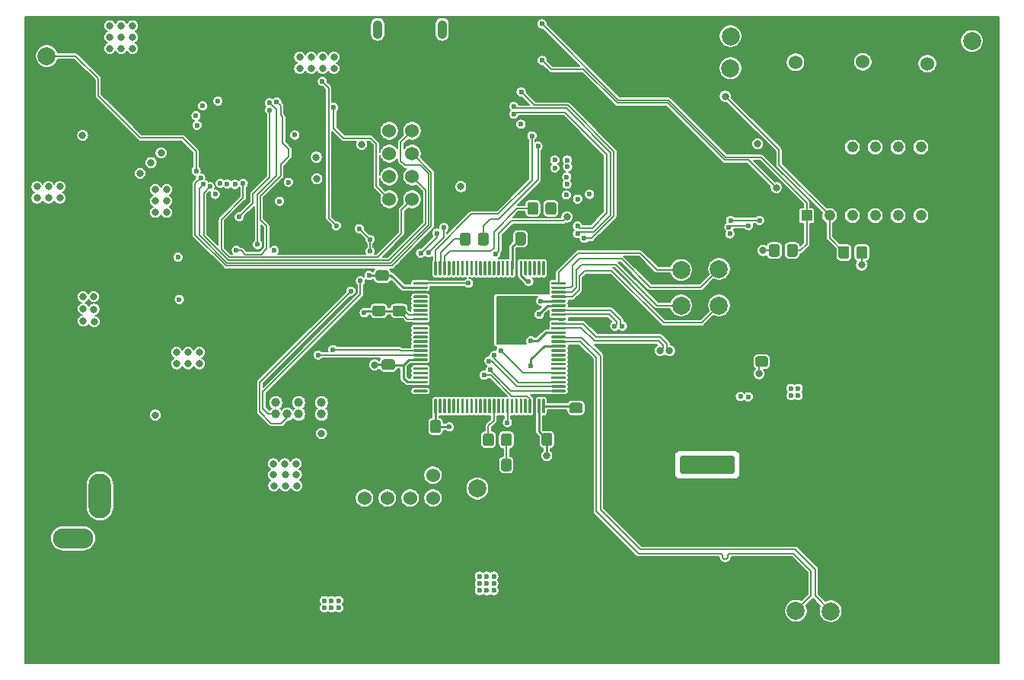
<source format=gbr>
%TF.GenerationSoftware,KiCad,Pcbnew,(5.1.9)-1*%
%TF.CreationDate,2021-04-19T10:41:21+09:00*%
%TF.ProjectId,Air_Pollution_Sensor,4169725f-506f-46c6-9c75-74696f6e5f53,rev?*%
%TF.SameCoordinates,Original*%
%TF.FileFunction,Copper,L4,Bot*%
%TF.FilePolarity,Positive*%
%FSLAX46Y46*%
G04 Gerber Fmt 4.6, Leading zero omitted, Abs format (unit mm)*
G04 Created by KiCad (PCBNEW (5.1.9)-1) date 2021-04-19 10:41:21*
%MOMM*%
%LPD*%
G01*
G04 APERTURE LIST*
%TA.AperFunction,ComponentPad*%
%ADD10C,2.000000*%
%TD*%
%TA.AperFunction,ComponentPad*%
%ADD11C,1.000000*%
%TD*%
%TA.AperFunction,SMDPad,CuDef*%
%ADD12C,2.000000*%
%TD*%
%TA.AperFunction,ComponentPad*%
%ADD13C,1.530000*%
%TD*%
%TA.AperFunction,ComponentPad*%
%ADD14C,1.524000*%
%TD*%
%TA.AperFunction,ComponentPad*%
%ADD15C,1.220000*%
%TD*%
%TA.AperFunction,ComponentPad*%
%ADD16R,1.220000X1.220000*%
%TD*%
%TA.AperFunction,ComponentPad*%
%ADD17O,2.500000X5.000000*%
%TD*%
%TA.AperFunction,ComponentPad*%
%ADD18O,2.250000X4.500000*%
%TD*%
%TA.AperFunction,ComponentPad*%
%ADD19O,4.500000X2.250000*%
%TD*%
%TA.AperFunction,ComponentPad*%
%ADD20O,1.050000X2.100000*%
%TD*%
%TA.AperFunction,ViaPad*%
%ADD21C,0.800000*%
%TD*%
%TA.AperFunction,ViaPad*%
%ADD22C,0.600000*%
%TD*%
%TA.AperFunction,Conductor*%
%ADD23C,0.250000*%
%TD*%
%TA.AperFunction,Conductor*%
%ADD24C,0.152400*%
%TD*%
%TA.AperFunction,Conductor*%
%ADD25C,0.500000*%
%TD*%
%TA.AperFunction,Conductor*%
%ADD26C,0.200000*%
%TD*%
%TA.AperFunction,Conductor*%
%ADD27C,0.508000*%
%TD*%
%TA.AperFunction,Conductor*%
%ADD28C,0.100000*%
%TD*%
G04 APERTURE END LIST*
D10*
%TO.P,TP8,1*%
%TO.N,/STM32F469VET/DSI_D1P*%
X188899800Y-137414000D03*
%TD*%
%TO.P,TP7,1*%
%TO.N,/STM32F469VET/DSI_D1N*%
X185039000Y-137363200D03*
%TD*%
%TO.P,C9,2*%
%TO.N,GND*%
%TA.AperFunction,SMDPad,CuDef*%
G36*
G01*
X140444200Y-105475100D02*
X141394200Y-105475100D01*
G75*
G02*
X141644200Y-105725100I0J-250000D01*
G01*
X141644200Y-106400100D01*
G75*
G02*
X141394200Y-106650100I-250000J0D01*
G01*
X140444200Y-106650100D01*
G75*
G02*
X140194200Y-106400100I0J250000D01*
G01*
X140194200Y-105725100D01*
G75*
G02*
X140444200Y-105475100I250000J0D01*
G01*
G37*
%TD.AperFunction*%
%TO.P,C9,1*%
%TO.N,+3V3*%
%TA.AperFunction,SMDPad,CuDef*%
G36*
G01*
X140444200Y-103400100D02*
X141394200Y-103400100D01*
G75*
G02*
X141644200Y-103650100I0J-250000D01*
G01*
X141644200Y-104325100D01*
G75*
G02*
X141394200Y-104575100I-250000J0D01*
G01*
X140444200Y-104575100D01*
G75*
G02*
X140194200Y-104325100I0J250000D01*
G01*
X140194200Y-103650100D01*
G75*
G02*
X140444200Y-103400100I250000J0D01*
G01*
G37*
%TD.AperFunction*%
%TD*%
D11*
%TO.P,U10,4*%
%TO.N,GND*%
X131013200Y-114198400D03*
%TO.P,U10,1*%
%TO.N,+5V*%
X132283200Y-115468400D03*
%TO.P,U10,2*%
X132283200Y-114198400D03*
%TO.P,U10,6*%
%TO.N,Net-(U10-Pad6)*%
X129743200Y-114198400D03*
%TO.P,U10,7*%
%TO.N,/SDA*%
X128473200Y-115468400D03*
%TO.P,U10,5*%
%TO.N,Net-(U10-Pad5)*%
X129743200Y-115468400D03*
%TO.P,U10,8*%
%TO.N,GND*%
X128473200Y-114198400D03*
%TO.P,U10,9*%
%TO.N,/SCL*%
X127203200Y-115468400D03*
%TO.P,U10,3*%
%TO.N,GND*%
X131013200Y-115468400D03*
%TO.P,U10,10*%
%TO.N,Net-(U10-Pad10)*%
X127203200Y-114198400D03*
%TD*%
D12*
%TO.P,TP12,1*%
%TO.N,Net-(TP12-Pad1)*%
X176479200Y-103378000D03*
%TD*%
%TO.P,TP11,1*%
%TO.N,Net-(TP11-Pad1)*%
X172262800Y-103378000D03*
%TD*%
%TO.P,TP10,1*%
%TO.N,Net-(TP10-Pad1)*%
X176479200Y-99314000D03*
%TD*%
%TO.P,TP9,1*%
%TO.N,Net-(TP9-Pad1)*%
X172262800Y-99415600D03*
%TD*%
%TO.P,R5,2*%
%TO.N,Net-(R5-Pad2)*%
%TA.AperFunction,SMDPad,CuDef*%
G36*
G01*
X151433580Y-117870819D02*
X151433580Y-118770821D01*
G75*
G02*
X151183581Y-119020820I-249999J0D01*
G01*
X150483579Y-119020820D01*
G75*
G02*
X150233580Y-118770821I0J249999D01*
G01*
X150233580Y-117870819D01*
G75*
G02*
X150483579Y-117620820I249999J0D01*
G01*
X151183581Y-117620820D01*
G75*
G02*
X151433580Y-117870819I0J-249999D01*
G01*
G37*
%TD.AperFunction*%
%TO.P,R5,1*%
%TO.N,Net-(D5-Pad2)*%
%TA.AperFunction,SMDPad,CuDef*%
G36*
G01*
X153433580Y-117870819D02*
X153433580Y-118770821D01*
G75*
G02*
X153183581Y-119020820I-249999J0D01*
G01*
X152483579Y-119020820D01*
G75*
G02*
X152233580Y-118770821I0J249999D01*
G01*
X152233580Y-117870819D01*
G75*
G02*
X152483579Y-117620820I249999J0D01*
G01*
X153183581Y-117620820D01*
G75*
G02*
X153433580Y-117870819I0J-249999D01*
G01*
G37*
%TD.AperFunction*%
%TD*%
%TO.P,D5,2*%
%TO.N,Net-(D5-Pad2)*%
%TA.AperFunction,SMDPad,CuDef*%
G36*
G01*
X153411880Y-120669899D02*
X153411880Y-121569901D01*
G75*
G02*
X153161881Y-121819900I-249999J0D01*
G01*
X152511879Y-121819900D01*
G75*
G02*
X152261880Y-121569901I0J249999D01*
G01*
X152261880Y-120669899D01*
G75*
G02*
X152511879Y-120419900I249999J0D01*
G01*
X153161881Y-120419900D01*
G75*
G02*
X153411880Y-120669899I0J-249999D01*
G01*
G37*
%TD.AperFunction*%
%TO.P,D5,1*%
%TO.N,GND*%
%TA.AperFunction,SMDPad,CuDef*%
G36*
G01*
X155461880Y-120669899D02*
X155461880Y-121569901D01*
G75*
G02*
X155211881Y-121819900I-249999J0D01*
G01*
X154561879Y-121819900D01*
G75*
G02*
X154311880Y-121569901I0J249999D01*
G01*
X154311880Y-120669899D01*
G75*
G02*
X154561879Y-120419900I249999J0D01*
G01*
X155211881Y-120419900D01*
G75*
G02*
X155461880Y-120669899I0J-249999D01*
G01*
G37*
%TD.AperFunction*%
%TD*%
D10*
%TO.P,TP6,1*%
%TO.N,GND*%
X204607160Y-78724760D03*
%TD*%
%TO.P,TP5,1*%
%TO.N,/WIFI/UART_RXD*%
X177744120Y-76969620D03*
%TD*%
%TO.P,TP4,1*%
%TO.N,/WIFI/UART_TXD*%
X177764440Y-73400920D03*
%TD*%
%TO.P,TP3,1*%
%TO.N,+3V3*%
X204607160Y-73929240D03*
%TD*%
%TO.P,TP2,1*%
%TO.N,/ICE40UP/ICE_CLK*%
X101727000Y-75615800D03*
%TD*%
%TO.P,TP1,1*%
%TO.N,Net-(TP1-Pad1)*%
X149608540Y-123738640D03*
%TD*%
D13*
%TO.P,J4,10*%
%TO.N,GND*%
X134503160Y-124795280D03*
%TO.P,J4,9*%
X134503160Y-122255280D03*
%TO.P,J4,8*%
%TO.N,/ICE40UP/SF_SPI_DO*%
X137043160Y-124795280D03*
%TO.P,J4,7*%
%TO.N,GND*%
X137043160Y-122255280D03*
%TO.P,J4,6*%
%TO.N,/ICE40UP/SF_SPI_DI*%
X139583160Y-124795280D03*
%TO.P,J4,5*%
%TO.N,GND*%
X139583160Y-122255280D03*
%TO.P,J4,3*%
X142123160Y-122255280D03*
%TO.P,J4,1*%
%TO.N,+3V3*%
X144663160Y-122255280D03*
%TO.P,J4,4*%
%TO.N,/ICE40UP/SF_SPI_SCK*%
X142123160Y-124795280D03*
%TO.P,J4,2*%
%TO.N,/ICE40UP/SF_SPI_SS*%
X144663160Y-124795280D03*
%TD*%
%TO.P,J3,10*%
%TO.N,GND*%
X142354300Y-94094300D03*
%TO.P,J3,9*%
X139814300Y-94094300D03*
%TO.P,J3,8*%
%TO.N,/ice_tms*%
X142354300Y-91554300D03*
%TO.P,J3,7*%
%TO.N,/ice_crst_b*%
X139814300Y-91554300D03*
%TO.P,J3,6*%
%TO.N,/ice_tdi*%
X142354300Y-89014300D03*
%TO.P,J3,5*%
%TO.N,/swclk*%
X139814300Y-89014300D03*
%TO.P,J3,3*%
%TO.N,/swdio*%
X139814300Y-86474300D03*
%TO.P,J3,1*%
%TO.N,Net-(J3-Pad1)*%
X139814300Y-83934300D03*
%TO.P,J3,4*%
%TO.N,/ice_tdo*%
X142354300Y-86474300D03*
%TO.P,J3,2*%
%TO.N,/ice_tck*%
X142354300Y-83934300D03*
%TD*%
%TO.P,U6,100*%
%TO.N,+3V3*%
%TA.AperFunction,SMDPad,CuDef*%
G36*
G01*
X144812360Y-115295900D02*
X144812360Y-113845900D01*
G75*
G02*
X144887360Y-113770900I75000J0D01*
G01*
X145037360Y-113770900D01*
G75*
G02*
X145112360Y-113845900I0J-75000D01*
G01*
X145112360Y-115295900D01*
G75*
G02*
X145037360Y-115370900I-75000J0D01*
G01*
X144887360Y-115370900D01*
G75*
G02*
X144812360Y-115295900I0J75000D01*
G01*
G37*
%TD.AperFunction*%
%TO.P,U6,99*%
%TO.N,Net-(U6-Pad99)*%
%TA.AperFunction,SMDPad,CuDef*%
G36*
G01*
X145312360Y-115295900D02*
X145312360Y-113845900D01*
G75*
G02*
X145387360Y-113770900I75000J0D01*
G01*
X145537360Y-113770900D01*
G75*
G02*
X145612360Y-113845900I0J-75000D01*
G01*
X145612360Y-115295900D01*
G75*
G02*
X145537360Y-115370900I-75000J0D01*
G01*
X145387360Y-115370900D01*
G75*
G02*
X145312360Y-115295900I0J75000D01*
G01*
G37*
%TD.AperFunction*%
%TO.P,U6,98*%
%TO.N,Net-(U6-Pad98)*%
%TA.AperFunction,SMDPad,CuDef*%
G36*
G01*
X145812360Y-115295900D02*
X145812360Y-113845900D01*
G75*
G02*
X145887360Y-113770900I75000J0D01*
G01*
X146037360Y-113770900D01*
G75*
G02*
X146112360Y-113845900I0J-75000D01*
G01*
X146112360Y-115295900D01*
G75*
G02*
X146037360Y-115370900I-75000J0D01*
G01*
X145887360Y-115370900D01*
G75*
G02*
X145812360Y-115295900I0J75000D01*
G01*
G37*
%TD.AperFunction*%
%TO.P,U6,97*%
%TO.N,Net-(U6-Pad97)*%
%TA.AperFunction,SMDPad,CuDef*%
G36*
G01*
X146312360Y-115295900D02*
X146312360Y-113845900D01*
G75*
G02*
X146387360Y-113770900I75000J0D01*
G01*
X146537360Y-113770900D01*
G75*
G02*
X146612360Y-113845900I0J-75000D01*
G01*
X146612360Y-115295900D01*
G75*
G02*
X146537360Y-115370900I-75000J0D01*
G01*
X146387360Y-115370900D01*
G75*
G02*
X146312360Y-115295900I0J75000D01*
G01*
G37*
%TD.AperFunction*%
%TO.P,U6,96*%
%TO.N,Net-(U6-Pad96)*%
%TA.AperFunction,SMDPad,CuDef*%
G36*
G01*
X146812360Y-115295900D02*
X146812360Y-113845900D01*
G75*
G02*
X146887360Y-113770900I75000J0D01*
G01*
X147037360Y-113770900D01*
G75*
G02*
X147112360Y-113845900I0J-75000D01*
G01*
X147112360Y-115295900D01*
G75*
G02*
X147037360Y-115370900I-75000J0D01*
G01*
X146887360Y-115370900D01*
G75*
G02*
X146812360Y-115295900I0J75000D01*
G01*
G37*
%TD.AperFunction*%
%TO.P,U6,95*%
%TO.N,Net-(U6-Pad95)*%
%TA.AperFunction,SMDPad,CuDef*%
G36*
G01*
X147312360Y-115295900D02*
X147312360Y-113845900D01*
G75*
G02*
X147387360Y-113770900I75000J0D01*
G01*
X147537360Y-113770900D01*
G75*
G02*
X147612360Y-113845900I0J-75000D01*
G01*
X147612360Y-115295900D01*
G75*
G02*
X147537360Y-115370900I-75000J0D01*
G01*
X147387360Y-115370900D01*
G75*
G02*
X147312360Y-115295900I0J75000D01*
G01*
G37*
%TD.AperFunction*%
%TO.P,U6,94*%
%TO.N,Net-(U6-Pad94)*%
%TA.AperFunction,SMDPad,CuDef*%
G36*
G01*
X147812360Y-115295900D02*
X147812360Y-113845900D01*
G75*
G02*
X147887360Y-113770900I75000J0D01*
G01*
X148037360Y-113770900D01*
G75*
G02*
X148112360Y-113845900I0J-75000D01*
G01*
X148112360Y-115295900D01*
G75*
G02*
X148037360Y-115370900I-75000J0D01*
G01*
X147887360Y-115370900D01*
G75*
G02*
X147812360Y-115295900I0J75000D01*
G01*
G37*
%TD.AperFunction*%
%TO.P,U6,93*%
%TO.N,Net-(U6-Pad93)*%
%TA.AperFunction,SMDPad,CuDef*%
G36*
G01*
X148312360Y-115295900D02*
X148312360Y-113845900D01*
G75*
G02*
X148387360Y-113770900I75000J0D01*
G01*
X148537360Y-113770900D01*
G75*
G02*
X148612360Y-113845900I0J-75000D01*
G01*
X148612360Y-115295900D01*
G75*
G02*
X148537360Y-115370900I-75000J0D01*
G01*
X148387360Y-115370900D01*
G75*
G02*
X148312360Y-115295900I0J75000D01*
G01*
G37*
%TD.AperFunction*%
%TO.P,U6,92*%
%TO.N,Net-(U6-Pad92)*%
%TA.AperFunction,SMDPad,CuDef*%
G36*
G01*
X148812360Y-115295900D02*
X148812360Y-113845900D01*
G75*
G02*
X148887360Y-113770900I75000J0D01*
G01*
X149037360Y-113770900D01*
G75*
G02*
X149112360Y-113845900I0J-75000D01*
G01*
X149112360Y-115295900D01*
G75*
G02*
X149037360Y-115370900I-75000J0D01*
G01*
X148887360Y-115370900D01*
G75*
G02*
X148812360Y-115295900I0J75000D01*
G01*
G37*
%TD.AperFunction*%
%TO.P,U6,91*%
%TO.N,Net-(U6-Pad91)*%
%TA.AperFunction,SMDPad,CuDef*%
G36*
G01*
X149312360Y-115295900D02*
X149312360Y-113845900D01*
G75*
G02*
X149387360Y-113770900I75000J0D01*
G01*
X149537360Y-113770900D01*
G75*
G02*
X149612360Y-113845900I0J-75000D01*
G01*
X149612360Y-115295900D01*
G75*
G02*
X149537360Y-115370900I-75000J0D01*
G01*
X149387360Y-115370900D01*
G75*
G02*
X149312360Y-115295900I0J75000D01*
G01*
G37*
%TD.AperFunction*%
%TO.P,U6,90*%
%TO.N,Net-(U6-Pad90)*%
%TA.AperFunction,SMDPad,CuDef*%
G36*
G01*
X149812360Y-115295900D02*
X149812360Y-113845900D01*
G75*
G02*
X149887360Y-113770900I75000J0D01*
G01*
X150037360Y-113770900D01*
G75*
G02*
X150112360Y-113845900I0J-75000D01*
G01*
X150112360Y-115295900D01*
G75*
G02*
X150037360Y-115370900I-75000J0D01*
G01*
X149887360Y-115370900D01*
G75*
G02*
X149812360Y-115295900I0J75000D01*
G01*
G37*
%TD.AperFunction*%
%TO.P,U6,89*%
%TO.N,Net-(U6-Pad89)*%
%TA.AperFunction,SMDPad,CuDef*%
G36*
G01*
X150312360Y-115295900D02*
X150312360Y-113845900D01*
G75*
G02*
X150387360Y-113770900I75000J0D01*
G01*
X150537360Y-113770900D01*
G75*
G02*
X150612360Y-113845900I0J-75000D01*
G01*
X150612360Y-115295900D01*
G75*
G02*
X150537360Y-115370900I-75000J0D01*
G01*
X150387360Y-115370900D01*
G75*
G02*
X150312360Y-115295900I0J75000D01*
G01*
G37*
%TD.AperFunction*%
%TO.P,U6,88*%
%TO.N,Net-(U6-Pad88)*%
%TA.AperFunction,SMDPad,CuDef*%
G36*
G01*
X150812360Y-115295900D02*
X150812360Y-113845900D01*
G75*
G02*
X150887360Y-113770900I75000J0D01*
G01*
X151037360Y-113770900D01*
G75*
G02*
X151112360Y-113845900I0J-75000D01*
G01*
X151112360Y-115295900D01*
G75*
G02*
X151037360Y-115370900I-75000J0D01*
G01*
X150887360Y-115370900D01*
G75*
G02*
X150812360Y-115295900I0J75000D01*
G01*
G37*
%TD.AperFunction*%
%TO.P,U6,87*%
%TO.N,Net-(R5-Pad2)*%
%TA.AperFunction,SMDPad,CuDef*%
G36*
G01*
X151312360Y-115295900D02*
X151312360Y-113845900D01*
G75*
G02*
X151387360Y-113770900I75000J0D01*
G01*
X151537360Y-113770900D01*
G75*
G02*
X151612360Y-113845900I0J-75000D01*
G01*
X151612360Y-115295900D01*
G75*
G02*
X151537360Y-115370900I-75000J0D01*
G01*
X151387360Y-115370900D01*
G75*
G02*
X151312360Y-115295900I0J75000D01*
G01*
G37*
%TD.AperFunction*%
%TO.P,U6,86*%
%TO.N,Net-(U6-Pad86)*%
%TA.AperFunction,SMDPad,CuDef*%
G36*
G01*
X151812360Y-115295900D02*
X151812360Y-113845900D01*
G75*
G02*
X151887360Y-113770900I75000J0D01*
G01*
X152037360Y-113770900D01*
G75*
G02*
X152112360Y-113845900I0J-75000D01*
G01*
X152112360Y-115295900D01*
G75*
G02*
X152037360Y-115370900I-75000J0D01*
G01*
X151887360Y-115370900D01*
G75*
G02*
X151812360Y-115295900I0J75000D01*
G01*
G37*
%TD.AperFunction*%
%TO.P,U6,85*%
%TO.N,Net-(U6-Pad85)*%
%TA.AperFunction,SMDPad,CuDef*%
G36*
G01*
X152312360Y-115295900D02*
X152312360Y-113845900D01*
G75*
G02*
X152387360Y-113770900I75000J0D01*
G01*
X152537360Y-113770900D01*
G75*
G02*
X152612360Y-113845900I0J-75000D01*
G01*
X152612360Y-115295900D01*
G75*
G02*
X152537360Y-115370900I-75000J0D01*
G01*
X152387360Y-115370900D01*
G75*
G02*
X152312360Y-115295900I0J75000D01*
G01*
G37*
%TD.AperFunction*%
%TO.P,U6,84*%
%TO.N,/lcd_reset*%
%TA.AperFunction,SMDPad,CuDef*%
G36*
G01*
X152812360Y-115295900D02*
X152812360Y-113845900D01*
G75*
G02*
X152887360Y-113770900I75000J0D01*
G01*
X153037360Y-113770900D01*
G75*
G02*
X153112360Y-113845900I0J-75000D01*
G01*
X153112360Y-115295900D01*
G75*
G02*
X153037360Y-115370900I-75000J0D01*
G01*
X152887360Y-115370900D01*
G75*
G02*
X152812360Y-115295900I0J75000D01*
G01*
G37*
%TD.AperFunction*%
%TO.P,U6,83*%
%TO.N,Net-(U6-Pad83)*%
%TA.AperFunction,SMDPad,CuDef*%
G36*
G01*
X153312360Y-115295900D02*
X153312360Y-113845900D01*
G75*
G02*
X153387360Y-113770900I75000J0D01*
G01*
X153537360Y-113770900D01*
G75*
G02*
X153612360Y-113845900I0J-75000D01*
G01*
X153612360Y-115295900D01*
G75*
G02*
X153537360Y-115370900I-75000J0D01*
G01*
X153387360Y-115370900D01*
G75*
G02*
X153312360Y-115295900I0J75000D01*
G01*
G37*
%TD.AperFunction*%
%TO.P,U6,82*%
%TO.N,Net-(U6-Pad82)*%
%TA.AperFunction,SMDPad,CuDef*%
G36*
G01*
X153812360Y-115295900D02*
X153812360Y-113845900D01*
G75*
G02*
X153887360Y-113770900I75000J0D01*
G01*
X154037360Y-113770900D01*
G75*
G02*
X154112360Y-113845900I0J-75000D01*
G01*
X154112360Y-115295900D01*
G75*
G02*
X154037360Y-115370900I-75000J0D01*
G01*
X153887360Y-115370900D01*
G75*
G02*
X153812360Y-115295900I0J75000D01*
G01*
G37*
%TD.AperFunction*%
%TO.P,U6,81*%
%TO.N,Net-(U6-Pad81)*%
%TA.AperFunction,SMDPad,CuDef*%
G36*
G01*
X154312360Y-115295900D02*
X154312360Y-113845900D01*
G75*
G02*
X154387360Y-113770900I75000J0D01*
G01*
X154537360Y-113770900D01*
G75*
G02*
X154612360Y-113845900I0J-75000D01*
G01*
X154612360Y-115295900D01*
G75*
G02*
X154537360Y-115370900I-75000J0D01*
G01*
X154387360Y-115370900D01*
G75*
G02*
X154312360Y-115295900I0J75000D01*
G01*
G37*
%TD.AperFunction*%
%TO.P,U6,80*%
%TO.N,Net-(U6-Pad80)*%
%TA.AperFunction,SMDPad,CuDef*%
G36*
G01*
X154812360Y-115295900D02*
X154812360Y-113845900D01*
G75*
G02*
X154887360Y-113770900I75000J0D01*
G01*
X155037360Y-113770900D01*
G75*
G02*
X155112360Y-113845900I0J-75000D01*
G01*
X155112360Y-115295900D01*
G75*
G02*
X155037360Y-115370900I-75000J0D01*
G01*
X154887360Y-115370900D01*
G75*
G02*
X154812360Y-115295900I0J75000D01*
G01*
G37*
%TD.AperFunction*%
%TO.P,U6,79*%
%TO.N,/swclk*%
%TA.AperFunction,SMDPad,CuDef*%
G36*
G01*
X155312360Y-115295900D02*
X155312360Y-113845900D01*
G75*
G02*
X155387360Y-113770900I75000J0D01*
G01*
X155537360Y-113770900D01*
G75*
G02*
X155612360Y-113845900I0J-75000D01*
G01*
X155612360Y-115295900D01*
G75*
G02*
X155537360Y-115370900I-75000J0D01*
G01*
X155387360Y-115370900D01*
G75*
G02*
X155312360Y-115295900I0J75000D01*
G01*
G37*
%TD.AperFunction*%
%TO.P,U6,78*%
%TO.N,GND*%
%TA.AperFunction,SMDPad,CuDef*%
G36*
G01*
X155812360Y-115295900D02*
X155812360Y-113845900D01*
G75*
G02*
X155887360Y-113770900I75000J0D01*
G01*
X156037360Y-113770900D01*
G75*
G02*
X156112360Y-113845900I0J-75000D01*
G01*
X156112360Y-115295900D01*
G75*
G02*
X156037360Y-115370900I-75000J0D01*
G01*
X155887360Y-115370900D01*
G75*
G02*
X155812360Y-115295900I0J75000D01*
G01*
G37*
%TD.AperFunction*%
%TO.P,U6,77*%
%TO.N,+3V3*%
%TA.AperFunction,SMDPad,CuDef*%
G36*
G01*
X156312360Y-115295900D02*
X156312360Y-113845900D01*
G75*
G02*
X156387360Y-113770900I75000J0D01*
G01*
X156537360Y-113770900D01*
G75*
G02*
X156612360Y-113845900I0J-75000D01*
G01*
X156612360Y-115295900D01*
G75*
G02*
X156537360Y-115370900I-75000J0D01*
G01*
X156387360Y-115370900D01*
G75*
G02*
X156312360Y-115295900I0J75000D01*
G01*
G37*
%TD.AperFunction*%
%TO.P,U6,76*%
%TO.N,/STM32F469VET/VCAP_2*%
%TA.AperFunction,SMDPad,CuDef*%
G36*
G01*
X156812360Y-115295900D02*
X156812360Y-113845900D01*
G75*
G02*
X156887360Y-113770900I75000J0D01*
G01*
X157037360Y-113770900D01*
G75*
G02*
X157112360Y-113845900I0J-75000D01*
G01*
X157112360Y-115295900D01*
G75*
G02*
X157037360Y-115370900I-75000J0D01*
G01*
X156887360Y-115370900D01*
G75*
G02*
X156812360Y-115295900I0J75000D01*
G01*
G37*
%TD.AperFunction*%
%TO.P,U6,75*%
%TO.N,/swdio*%
%TA.AperFunction,SMDPad,CuDef*%
G36*
G01*
X157837360Y-112970900D02*
X157837360Y-112820900D01*
G75*
G02*
X157912360Y-112745900I75000J0D01*
G01*
X159362360Y-112745900D01*
G75*
G02*
X159437360Y-112820900I0J-75000D01*
G01*
X159437360Y-112970900D01*
G75*
G02*
X159362360Y-113045900I-75000J0D01*
G01*
X157912360Y-113045900D01*
G75*
G02*
X157837360Y-112970900I0J75000D01*
G01*
G37*
%TD.AperFunction*%
%TO.P,U6,74*%
%TO.N,/STM32F469VET/USB_OTG_FS_DP*%
%TA.AperFunction,SMDPad,CuDef*%
G36*
G01*
X157837360Y-112470900D02*
X157837360Y-112320900D01*
G75*
G02*
X157912360Y-112245900I75000J0D01*
G01*
X159362360Y-112245900D01*
G75*
G02*
X159437360Y-112320900I0J-75000D01*
G01*
X159437360Y-112470900D01*
G75*
G02*
X159362360Y-112545900I-75000J0D01*
G01*
X157912360Y-112545900D01*
G75*
G02*
X157837360Y-112470900I0J75000D01*
G01*
G37*
%TD.AperFunction*%
%TO.P,U6,73*%
%TO.N,/STM32F469VET/USB_OTG_FS_DN*%
%TA.AperFunction,SMDPad,CuDef*%
G36*
G01*
X157837360Y-111970900D02*
X157837360Y-111820900D01*
G75*
G02*
X157912360Y-111745900I75000J0D01*
G01*
X159362360Y-111745900D01*
G75*
G02*
X159437360Y-111820900I0J-75000D01*
G01*
X159437360Y-111970900D01*
G75*
G02*
X159362360Y-112045900I-75000J0D01*
G01*
X157912360Y-112045900D01*
G75*
G02*
X157837360Y-111970900I0J75000D01*
G01*
G37*
%TD.AperFunction*%
%TO.P,U6,72*%
%TO.N,Net-(U6-Pad72)*%
%TA.AperFunction,SMDPad,CuDef*%
G36*
G01*
X157837360Y-111470900D02*
X157837360Y-111320900D01*
G75*
G02*
X157912360Y-111245900I75000J0D01*
G01*
X159362360Y-111245900D01*
G75*
G02*
X159437360Y-111320900I0J-75000D01*
G01*
X159437360Y-111470900D01*
G75*
G02*
X159362360Y-111545900I-75000J0D01*
G01*
X157912360Y-111545900D01*
G75*
G02*
X157837360Y-111470900I0J75000D01*
G01*
G37*
%TD.AperFunction*%
%TO.P,U6,71*%
%TO.N,/STM32F469VET/USB_OTG_FS_VBUS*%
%TA.AperFunction,SMDPad,CuDef*%
G36*
G01*
X157837360Y-110970900D02*
X157837360Y-110820900D01*
G75*
G02*
X157912360Y-110745900I75000J0D01*
G01*
X159362360Y-110745900D01*
G75*
G02*
X159437360Y-110820900I0J-75000D01*
G01*
X159437360Y-110970900D01*
G75*
G02*
X159362360Y-111045900I-75000J0D01*
G01*
X157912360Y-111045900D01*
G75*
G02*
X157837360Y-110970900I0J75000D01*
G01*
G37*
%TD.AperFunction*%
%TO.P,U6,70*%
%TO.N,Net-(U6-Pad70)*%
%TA.AperFunction,SMDPad,CuDef*%
G36*
G01*
X157837360Y-110470900D02*
X157837360Y-110320900D01*
G75*
G02*
X157912360Y-110245900I75000J0D01*
G01*
X159362360Y-110245900D01*
G75*
G02*
X159437360Y-110320900I0J-75000D01*
G01*
X159437360Y-110470900D01*
G75*
G02*
X159362360Y-110545900I-75000J0D01*
G01*
X157912360Y-110545900D01*
G75*
G02*
X157837360Y-110470900I0J75000D01*
G01*
G37*
%TD.AperFunction*%
%TO.P,U6,69*%
%TO.N,Net-(U6-Pad69)*%
%TA.AperFunction,SMDPad,CuDef*%
G36*
G01*
X157837360Y-109970900D02*
X157837360Y-109820900D01*
G75*
G02*
X157912360Y-109745900I75000J0D01*
G01*
X159362360Y-109745900D01*
G75*
G02*
X159437360Y-109820900I0J-75000D01*
G01*
X159437360Y-109970900D01*
G75*
G02*
X159362360Y-110045900I-75000J0D01*
G01*
X157912360Y-110045900D01*
G75*
G02*
X157837360Y-109970900I0J75000D01*
G01*
G37*
%TD.AperFunction*%
%TO.P,U6,68*%
%TO.N,Net-(U6-Pad68)*%
%TA.AperFunction,SMDPad,CuDef*%
G36*
G01*
X157837360Y-109470900D02*
X157837360Y-109320900D01*
G75*
G02*
X157912360Y-109245900I75000J0D01*
G01*
X159362360Y-109245900D01*
G75*
G02*
X159437360Y-109320900I0J-75000D01*
G01*
X159437360Y-109470900D01*
G75*
G02*
X159362360Y-109545900I-75000J0D01*
G01*
X157912360Y-109545900D01*
G75*
G02*
X157837360Y-109470900I0J75000D01*
G01*
G37*
%TD.AperFunction*%
%TO.P,U6,67*%
%TO.N,Net-(U6-Pad67)*%
%TA.AperFunction,SMDPad,CuDef*%
G36*
G01*
X157837360Y-108970900D02*
X157837360Y-108820900D01*
G75*
G02*
X157912360Y-108745900I75000J0D01*
G01*
X159362360Y-108745900D01*
G75*
G02*
X159437360Y-108820900I0J-75000D01*
G01*
X159437360Y-108970900D01*
G75*
G02*
X159362360Y-109045900I-75000J0D01*
G01*
X157912360Y-109045900D01*
G75*
G02*
X157837360Y-108970900I0J75000D01*
G01*
G37*
%TD.AperFunction*%
%TO.P,U6,66*%
%TO.N,Net-(U6-Pad66)*%
%TA.AperFunction,SMDPad,CuDef*%
G36*
G01*
X157837360Y-108470900D02*
X157837360Y-108320900D01*
G75*
G02*
X157912360Y-108245900I75000J0D01*
G01*
X159362360Y-108245900D01*
G75*
G02*
X159437360Y-108320900I0J-75000D01*
G01*
X159437360Y-108470900D01*
G75*
G02*
X159362360Y-108545900I-75000J0D01*
G01*
X157912360Y-108545900D01*
G75*
G02*
X157837360Y-108470900I0J75000D01*
G01*
G37*
%TD.AperFunction*%
%TO.P,U6,65*%
%TO.N,+3V3*%
%TA.AperFunction,SMDPad,CuDef*%
G36*
G01*
X157837360Y-107970900D02*
X157837360Y-107820900D01*
G75*
G02*
X157912360Y-107745900I75000J0D01*
G01*
X159362360Y-107745900D01*
G75*
G02*
X159437360Y-107820900I0J-75000D01*
G01*
X159437360Y-107970900D01*
G75*
G02*
X159362360Y-108045900I-75000J0D01*
G01*
X157912360Y-108045900D01*
G75*
G02*
X157837360Y-107970900I0J75000D01*
G01*
G37*
%TD.AperFunction*%
%TO.P,U6,64*%
%TO.N,/STM32F469VET/DSI_D1N*%
%TA.AperFunction,SMDPad,CuDef*%
G36*
G01*
X157837360Y-107470900D02*
X157837360Y-107320900D01*
G75*
G02*
X157912360Y-107245900I75000J0D01*
G01*
X159362360Y-107245900D01*
G75*
G02*
X159437360Y-107320900I0J-75000D01*
G01*
X159437360Y-107470900D01*
G75*
G02*
X159362360Y-107545900I-75000J0D01*
G01*
X157912360Y-107545900D01*
G75*
G02*
X157837360Y-107470900I0J75000D01*
G01*
G37*
%TD.AperFunction*%
%TO.P,U6,63*%
%TO.N,/STM32F469VET/DSI_D1P*%
%TA.AperFunction,SMDPad,CuDef*%
G36*
G01*
X157837360Y-106970900D02*
X157837360Y-106820900D01*
G75*
G02*
X157912360Y-106745900I75000J0D01*
G01*
X159362360Y-106745900D01*
G75*
G02*
X159437360Y-106820900I0J-75000D01*
G01*
X159437360Y-106970900D01*
G75*
G02*
X159362360Y-107045900I-75000J0D01*
G01*
X157912360Y-107045900D01*
G75*
G02*
X157837360Y-106970900I0J75000D01*
G01*
G37*
%TD.AperFunction*%
%TO.P,U6,62*%
%TO.N,/STM32F469VET/VCAPDSI*%
%TA.AperFunction,SMDPad,CuDef*%
G36*
G01*
X157837360Y-106470900D02*
X157837360Y-106320900D01*
G75*
G02*
X157912360Y-106245900I75000J0D01*
G01*
X159362360Y-106245900D01*
G75*
G02*
X159437360Y-106320900I0J-75000D01*
G01*
X159437360Y-106470900D01*
G75*
G02*
X159362360Y-106545900I-75000J0D01*
G01*
X157912360Y-106545900D01*
G75*
G02*
X157837360Y-106470900I0J75000D01*
G01*
G37*
%TD.AperFunction*%
%TO.P,U6,61*%
%TO.N,/DSI_CLN*%
%TA.AperFunction,SMDPad,CuDef*%
G36*
G01*
X157837360Y-105970900D02*
X157837360Y-105820900D01*
G75*
G02*
X157912360Y-105745900I75000J0D01*
G01*
X159362360Y-105745900D01*
G75*
G02*
X159437360Y-105820900I0J-75000D01*
G01*
X159437360Y-105970900D01*
G75*
G02*
X159362360Y-106045900I-75000J0D01*
G01*
X157912360Y-106045900D01*
G75*
G02*
X157837360Y-105970900I0J75000D01*
G01*
G37*
%TD.AperFunction*%
%TO.P,U6,60*%
%TO.N,/DSI_CLP*%
%TA.AperFunction,SMDPad,CuDef*%
G36*
G01*
X157837360Y-105470900D02*
X157837360Y-105320900D01*
G75*
G02*
X157912360Y-105245900I75000J0D01*
G01*
X159362360Y-105245900D01*
G75*
G02*
X159437360Y-105320900I0J-75000D01*
G01*
X159437360Y-105470900D01*
G75*
G02*
X159362360Y-105545900I-75000J0D01*
G01*
X157912360Y-105545900D01*
G75*
G02*
X157837360Y-105470900I0J75000D01*
G01*
G37*
%TD.AperFunction*%
%TO.P,U6,59*%
%TO.N,GND1*%
%TA.AperFunction,SMDPad,CuDef*%
G36*
G01*
X157837360Y-104970900D02*
X157837360Y-104820900D01*
G75*
G02*
X157912360Y-104745900I75000J0D01*
G01*
X159362360Y-104745900D01*
G75*
G02*
X159437360Y-104820900I0J-75000D01*
G01*
X159437360Y-104970900D01*
G75*
G02*
X159362360Y-105045900I-75000J0D01*
G01*
X157912360Y-105045900D01*
G75*
G02*
X157837360Y-104970900I0J75000D01*
G01*
G37*
%TD.AperFunction*%
%TO.P,U6,58*%
%TO.N,/DSI_D0N*%
%TA.AperFunction,SMDPad,CuDef*%
G36*
G01*
X157837360Y-104470900D02*
X157837360Y-104320900D01*
G75*
G02*
X157912360Y-104245900I75000J0D01*
G01*
X159362360Y-104245900D01*
G75*
G02*
X159437360Y-104320900I0J-75000D01*
G01*
X159437360Y-104470900D01*
G75*
G02*
X159362360Y-104545900I-75000J0D01*
G01*
X157912360Y-104545900D01*
G75*
G02*
X157837360Y-104470900I0J75000D01*
G01*
G37*
%TD.AperFunction*%
%TO.P,U6,57*%
%TO.N,/DSI_D0P*%
%TA.AperFunction,SMDPad,CuDef*%
G36*
G01*
X157837360Y-103970900D02*
X157837360Y-103820900D01*
G75*
G02*
X157912360Y-103745900I75000J0D01*
G01*
X159362360Y-103745900D01*
G75*
G02*
X159437360Y-103820900I0J-75000D01*
G01*
X159437360Y-103970900D01*
G75*
G02*
X159362360Y-104045900I-75000J0D01*
G01*
X157912360Y-104045900D01*
G75*
G02*
X157837360Y-103970900I0J75000D01*
G01*
G37*
%TD.AperFunction*%
%TO.P,U6,56*%
%TO.N,/STM32F469VET/VCAPDSI*%
%TA.AperFunction,SMDPad,CuDef*%
G36*
G01*
X157837360Y-103470900D02*
X157837360Y-103320900D01*
G75*
G02*
X157912360Y-103245900I75000J0D01*
G01*
X159362360Y-103245900D01*
G75*
G02*
X159437360Y-103320900I0J-75000D01*
G01*
X159437360Y-103470900D01*
G75*
G02*
X159362360Y-103545900I-75000J0D01*
G01*
X157912360Y-103545900D01*
G75*
G02*
X157837360Y-103470900I0J75000D01*
G01*
G37*
%TD.AperFunction*%
%TO.P,U6,55*%
%TO.N,+3V3*%
%TA.AperFunction,SMDPad,CuDef*%
G36*
G01*
X157837360Y-102970900D02*
X157837360Y-102820900D01*
G75*
G02*
X157912360Y-102745900I75000J0D01*
G01*
X159362360Y-102745900D01*
G75*
G02*
X159437360Y-102820900I0J-75000D01*
G01*
X159437360Y-102970900D01*
G75*
G02*
X159362360Y-103045900I-75000J0D01*
G01*
X157912360Y-103045900D01*
G75*
G02*
X157837360Y-102970900I0J75000D01*
G01*
G37*
%TD.AperFunction*%
%TO.P,U6,54*%
%TO.N,Net-(TP12-Pad1)*%
%TA.AperFunction,SMDPad,CuDef*%
G36*
G01*
X157837360Y-102470900D02*
X157837360Y-102320900D01*
G75*
G02*
X157912360Y-102245900I75000J0D01*
G01*
X159362360Y-102245900D01*
G75*
G02*
X159437360Y-102320900I0J-75000D01*
G01*
X159437360Y-102470900D01*
G75*
G02*
X159362360Y-102545900I-75000J0D01*
G01*
X157912360Y-102545900D01*
G75*
G02*
X157837360Y-102470900I0J75000D01*
G01*
G37*
%TD.AperFunction*%
%TO.P,U6,53*%
%TO.N,Net-(TP11-Pad1)*%
%TA.AperFunction,SMDPad,CuDef*%
G36*
G01*
X157837360Y-101970900D02*
X157837360Y-101820900D01*
G75*
G02*
X157912360Y-101745900I75000J0D01*
G01*
X159362360Y-101745900D01*
G75*
G02*
X159437360Y-101820900I0J-75000D01*
G01*
X159437360Y-101970900D01*
G75*
G02*
X159362360Y-102045900I-75000J0D01*
G01*
X157912360Y-102045900D01*
G75*
G02*
X157837360Y-101970900I0J75000D01*
G01*
G37*
%TD.AperFunction*%
%TO.P,U6,52*%
%TO.N,Net-(TP10-Pad1)*%
%TA.AperFunction,SMDPad,CuDef*%
G36*
G01*
X157837360Y-101470900D02*
X157837360Y-101320900D01*
G75*
G02*
X157912360Y-101245900I75000J0D01*
G01*
X159362360Y-101245900D01*
G75*
G02*
X159437360Y-101320900I0J-75000D01*
G01*
X159437360Y-101470900D01*
G75*
G02*
X159362360Y-101545900I-75000J0D01*
G01*
X157912360Y-101545900D01*
G75*
G02*
X157837360Y-101470900I0J75000D01*
G01*
G37*
%TD.AperFunction*%
%TO.P,U6,51*%
%TO.N,Net-(TP9-Pad1)*%
%TA.AperFunction,SMDPad,CuDef*%
G36*
G01*
X157837360Y-100970900D02*
X157837360Y-100820900D01*
G75*
G02*
X157912360Y-100745900I75000J0D01*
G01*
X159362360Y-100745900D01*
G75*
G02*
X159437360Y-100820900I0J-75000D01*
G01*
X159437360Y-100970900D01*
G75*
G02*
X159362360Y-101045900I-75000J0D01*
G01*
X157912360Y-101045900D01*
G75*
G02*
X157837360Y-100970900I0J75000D01*
G01*
G37*
%TD.AperFunction*%
%TO.P,U6,50*%
%TO.N,Net-(U6-Pad50)*%
%TA.AperFunction,SMDPad,CuDef*%
G36*
G01*
X156812360Y-99945900D02*
X156812360Y-98495900D01*
G75*
G02*
X156887360Y-98420900I75000J0D01*
G01*
X157037360Y-98420900D01*
G75*
G02*
X157112360Y-98495900I0J-75000D01*
G01*
X157112360Y-99945900D01*
G75*
G02*
X157037360Y-100020900I-75000J0D01*
G01*
X156887360Y-100020900D01*
G75*
G02*
X156812360Y-99945900I0J75000D01*
G01*
G37*
%TD.AperFunction*%
%TO.P,U6,49*%
%TO.N,Net-(U6-Pad49)*%
%TA.AperFunction,SMDPad,CuDef*%
G36*
G01*
X156312360Y-99945900D02*
X156312360Y-98495900D01*
G75*
G02*
X156387360Y-98420900I75000J0D01*
G01*
X156537360Y-98420900D01*
G75*
G02*
X156612360Y-98495900I0J-75000D01*
G01*
X156612360Y-99945900D01*
G75*
G02*
X156537360Y-100020900I-75000J0D01*
G01*
X156387360Y-100020900D01*
G75*
G02*
X156312360Y-99945900I0J75000D01*
G01*
G37*
%TD.AperFunction*%
%TO.P,U6,48*%
%TO.N,Net-(U6-Pad48)*%
%TA.AperFunction,SMDPad,CuDef*%
G36*
G01*
X155812360Y-99945900D02*
X155812360Y-98495900D01*
G75*
G02*
X155887360Y-98420900I75000J0D01*
G01*
X156037360Y-98420900D01*
G75*
G02*
X156112360Y-98495900I0J-75000D01*
G01*
X156112360Y-99945900D01*
G75*
G02*
X156037360Y-100020900I-75000J0D01*
G01*
X155887360Y-100020900D01*
G75*
G02*
X155812360Y-99945900I0J75000D01*
G01*
G37*
%TD.AperFunction*%
%TO.P,U6,47*%
%TO.N,Net-(U6-Pad47)*%
%TA.AperFunction,SMDPad,CuDef*%
G36*
G01*
X155312360Y-99945900D02*
X155312360Y-98495900D01*
G75*
G02*
X155387360Y-98420900I75000J0D01*
G01*
X155537360Y-98420900D01*
G75*
G02*
X155612360Y-98495900I0J-75000D01*
G01*
X155612360Y-99945900D01*
G75*
G02*
X155537360Y-100020900I-75000J0D01*
G01*
X155387360Y-100020900D01*
G75*
G02*
X155312360Y-99945900I0J75000D01*
G01*
G37*
%TD.AperFunction*%
%TO.P,U6,46*%
%TO.N,Net-(U6-Pad46)*%
%TA.AperFunction,SMDPad,CuDef*%
G36*
G01*
X154812360Y-99945900D02*
X154812360Y-98495900D01*
G75*
G02*
X154887360Y-98420900I75000J0D01*
G01*
X155037360Y-98420900D01*
G75*
G02*
X155112360Y-98495900I0J-75000D01*
G01*
X155112360Y-99945900D01*
G75*
G02*
X155037360Y-100020900I-75000J0D01*
G01*
X154887360Y-100020900D01*
G75*
G02*
X154812360Y-99945900I0J75000D01*
G01*
G37*
%TD.AperFunction*%
%TO.P,U6,45*%
%TO.N,+3V3*%
%TA.AperFunction,SMDPad,CuDef*%
G36*
G01*
X154312360Y-99945900D02*
X154312360Y-98495900D01*
G75*
G02*
X154387360Y-98420900I75000J0D01*
G01*
X154537360Y-98420900D01*
G75*
G02*
X154612360Y-98495900I0J-75000D01*
G01*
X154612360Y-99945900D01*
G75*
G02*
X154537360Y-100020900I-75000J0D01*
G01*
X154387360Y-100020900D01*
G75*
G02*
X154312360Y-99945900I0J75000D01*
G01*
G37*
%TD.AperFunction*%
%TO.P,U6,44*%
%TO.N,GND*%
%TA.AperFunction,SMDPad,CuDef*%
G36*
G01*
X153812360Y-99945900D02*
X153812360Y-98495900D01*
G75*
G02*
X153887360Y-98420900I75000J0D01*
G01*
X154037360Y-98420900D01*
G75*
G02*
X154112360Y-98495900I0J-75000D01*
G01*
X154112360Y-99945900D01*
G75*
G02*
X154037360Y-100020900I-75000J0D01*
G01*
X153887360Y-100020900D01*
G75*
G02*
X153812360Y-99945900I0J75000D01*
G01*
G37*
%TD.AperFunction*%
%TO.P,U6,43*%
%TO.N,/STM32F469VET/VCAP_1*%
%TA.AperFunction,SMDPad,CuDef*%
G36*
G01*
X153312360Y-99945900D02*
X153312360Y-98495900D01*
G75*
G02*
X153387360Y-98420900I75000J0D01*
G01*
X153537360Y-98420900D01*
G75*
G02*
X153612360Y-98495900I0J-75000D01*
G01*
X153612360Y-99945900D01*
G75*
G02*
X153537360Y-100020900I-75000J0D01*
G01*
X153387360Y-100020900D01*
G75*
G02*
X153312360Y-99945900I0J75000D01*
G01*
G37*
%TD.AperFunction*%
%TO.P,U6,42*%
%TO.N,Net-(U6-Pad42)*%
%TA.AperFunction,SMDPad,CuDef*%
G36*
G01*
X152812360Y-99945900D02*
X152812360Y-98495900D01*
G75*
G02*
X152887360Y-98420900I75000J0D01*
G01*
X153037360Y-98420900D01*
G75*
G02*
X153112360Y-98495900I0J-75000D01*
G01*
X153112360Y-99945900D01*
G75*
G02*
X153037360Y-100020900I-75000J0D01*
G01*
X152887360Y-100020900D01*
G75*
G02*
X152812360Y-99945900I0J75000D01*
G01*
G37*
%TD.AperFunction*%
%TO.P,U6,41*%
%TO.N,Net-(U6-Pad41)*%
%TA.AperFunction,SMDPad,CuDef*%
G36*
G01*
X152312360Y-99945900D02*
X152312360Y-98495900D01*
G75*
G02*
X152387360Y-98420900I75000J0D01*
G01*
X152537360Y-98420900D01*
G75*
G02*
X152612360Y-98495900I0J-75000D01*
G01*
X152612360Y-99945900D01*
G75*
G02*
X152537360Y-100020900I-75000J0D01*
G01*
X152387360Y-100020900D01*
G75*
G02*
X152312360Y-99945900I0J75000D01*
G01*
G37*
%TD.AperFunction*%
%TO.P,U6,40*%
%TO.N,Net-(U6-Pad40)*%
%TA.AperFunction,SMDPad,CuDef*%
G36*
G01*
X151812360Y-99945900D02*
X151812360Y-98495900D01*
G75*
G02*
X151887360Y-98420900I75000J0D01*
G01*
X152037360Y-98420900D01*
G75*
G02*
X152112360Y-98495900I0J-75000D01*
G01*
X152112360Y-99945900D01*
G75*
G02*
X152037360Y-100020900I-75000J0D01*
G01*
X151887360Y-100020900D01*
G75*
G02*
X151812360Y-99945900I0J75000D01*
G01*
G37*
%TD.AperFunction*%
%TO.P,U6,39*%
%TO.N,Net-(U6-Pad39)*%
%TA.AperFunction,SMDPad,CuDef*%
G36*
G01*
X151312360Y-99945900D02*
X151312360Y-98495900D01*
G75*
G02*
X151387360Y-98420900I75000J0D01*
G01*
X151537360Y-98420900D01*
G75*
G02*
X151612360Y-98495900I0J-75000D01*
G01*
X151612360Y-99945900D01*
G75*
G02*
X151537360Y-100020900I-75000J0D01*
G01*
X151387360Y-100020900D01*
G75*
G02*
X151312360Y-99945900I0J75000D01*
G01*
G37*
%TD.AperFunction*%
%TO.P,U6,38*%
%TO.N,Net-(U6-Pad38)*%
%TA.AperFunction,SMDPad,CuDef*%
G36*
G01*
X150812360Y-99945900D02*
X150812360Y-98495900D01*
G75*
G02*
X150887360Y-98420900I75000J0D01*
G01*
X151037360Y-98420900D01*
G75*
G02*
X151112360Y-98495900I0J-75000D01*
G01*
X151112360Y-99945900D01*
G75*
G02*
X151037360Y-100020900I-75000J0D01*
G01*
X150887360Y-100020900D01*
G75*
G02*
X150812360Y-99945900I0J75000D01*
G01*
G37*
%TD.AperFunction*%
%TO.P,U6,37*%
%TO.N,Net-(U6-Pad37)*%
%TA.AperFunction,SMDPad,CuDef*%
G36*
G01*
X150312360Y-99945900D02*
X150312360Y-98495900D01*
G75*
G02*
X150387360Y-98420900I75000J0D01*
G01*
X150537360Y-98420900D01*
G75*
G02*
X150612360Y-98495900I0J-75000D01*
G01*
X150612360Y-99945900D01*
G75*
G02*
X150537360Y-100020900I-75000J0D01*
G01*
X150387360Y-100020900D01*
G75*
G02*
X150312360Y-99945900I0J75000D01*
G01*
G37*
%TD.AperFunction*%
%TO.P,U6,36*%
%TO.N,Net-(U6-Pad36)*%
%TA.AperFunction,SMDPad,CuDef*%
G36*
G01*
X149812360Y-99945900D02*
X149812360Y-98495900D01*
G75*
G02*
X149887360Y-98420900I75000J0D01*
G01*
X150037360Y-98420900D01*
G75*
G02*
X150112360Y-98495900I0J-75000D01*
G01*
X150112360Y-99945900D01*
G75*
G02*
X150037360Y-100020900I-75000J0D01*
G01*
X149887360Y-100020900D01*
G75*
G02*
X149812360Y-99945900I0J75000D01*
G01*
G37*
%TD.AperFunction*%
%TO.P,U6,35*%
%TO.N,Net-(U6-Pad35)*%
%TA.AperFunction,SMDPad,CuDef*%
G36*
G01*
X149312360Y-99945900D02*
X149312360Y-98495900D01*
G75*
G02*
X149387360Y-98420900I75000J0D01*
G01*
X149537360Y-98420900D01*
G75*
G02*
X149612360Y-98495900I0J-75000D01*
G01*
X149612360Y-99945900D01*
G75*
G02*
X149537360Y-100020900I-75000J0D01*
G01*
X149387360Y-100020900D01*
G75*
G02*
X149312360Y-99945900I0J75000D01*
G01*
G37*
%TD.AperFunction*%
%TO.P,U6,34*%
%TO.N,Net-(U6-Pad34)*%
%TA.AperFunction,SMDPad,CuDef*%
G36*
G01*
X148812360Y-99945900D02*
X148812360Y-98495900D01*
G75*
G02*
X148887360Y-98420900I75000J0D01*
G01*
X149037360Y-98420900D01*
G75*
G02*
X149112360Y-98495900I0J-75000D01*
G01*
X149112360Y-99945900D01*
G75*
G02*
X149037360Y-100020900I-75000J0D01*
G01*
X148887360Y-100020900D01*
G75*
G02*
X148812360Y-99945900I0J75000D01*
G01*
G37*
%TD.AperFunction*%
%TO.P,U6,33*%
%TO.N,Net-(U6-Pad33)*%
%TA.AperFunction,SMDPad,CuDef*%
G36*
G01*
X148312360Y-99945900D02*
X148312360Y-98495900D01*
G75*
G02*
X148387360Y-98420900I75000J0D01*
G01*
X148537360Y-98420900D01*
G75*
G02*
X148612360Y-98495900I0J-75000D01*
G01*
X148612360Y-99945900D01*
G75*
G02*
X148537360Y-100020900I-75000J0D01*
G01*
X148387360Y-100020900D01*
G75*
G02*
X148312360Y-99945900I0J75000D01*
G01*
G37*
%TD.AperFunction*%
%TO.P,U6,32*%
%TO.N,Net-(U6-Pad32)*%
%TA.AperFunction,SMDPad,CuDef*%
G36*
G01*
X147812360Y-99945900D02*
X147812360Y-98495900D01*
G75*
G02*
X147887360Y-98420900I75000J0D01*
G01*
X148037360Y-98420900D01*
G75*
G02*
X148112360Y-98495900I0J-75000D01*
G01*
X148112360Y-99945900D01*
G75*
G02*
X148037360Y-100020900I-75000J0D01*
G01*
X147887360Y-100020900D01*
G75*
G02*
X147812360Y-99945900I0J75000D01*
G01*
G37*
%TD.AperFunction*%
%TO.P,U6,31*%
%TO.N,Net-(U6-Pad31)*%
%TA.AperFunction,SMDPad,CuDef*%
G36*
G01*
X147312360Y-99945900D02*
X147312360Y-98495900D01*
G75*
G02*
X147387360Y-98420900I75000J0D01*
G01*
X147537360Y-98420900D01*
G75*
G02*
X147612360Y-98495900I0J-75000D01*
G01*
X147612360Y-99945900D01*
G75*
G02*
X147537360Y-100020900I-75000J0D01*
G01*
X147387360Y-100020900D01*
G75*
G02*
X147312360Y-99945900I0J75000D01*
G01*
G37*
%TD.AperFunction*%
%TO.P,U6,30*%
%TO.N,Net-(U6-Pad30)*%
%TA.AperFunction,SMDPad,CuDef*%
G36*
G01*
X146812360Y-99945900D02*
X146812360Y-98495900D01*
G75*
G02*
X146887360Y-98420900I75000J0D01*
G01*
X147037360Y-98420900D01*
G75*
G02*
X147112360Y-98495900I0J-75000D01*
G01*
X147112360Y-99945900D01*
G75*
G02*
X147037360Y-100020900I-75000J0D01*
G01*
X146887360Y-100020900D01*
G75*
G02*
X146812360Y-99945900I0J75000D01*
G01*
G37*
%TD.AperFunction*%
%TO.P,U6,29*%
%TO.N,Net-(U6-Pad29)*%
%TA.AperFunction,SMDPad,CuDef*%
G36*
G01*
X146312360Y-99945900D02*
X146312360Y-98495900D01*
G75*
G02*
X146387360Y-98420900I75000J0D01*
G01*
X146537360Y-98420900D01*
G75*
G02*
X146612360Y-98495900I0J-75000D01*
G01*
X146612360Y-99945900D01*
G75*
G02*
X146537360Y-100020900I-75000J0D01*
G01*
X146387360Y-100020900D01*
G75*
G02*
X146312360Y-99945900I0J75000D01*
G01*
G37*
%TD.AperFunction*%
%TO.P,U6,28*%
%TO.N,/STM32F469VET/SPI_MOSI*%
%TA.AperFunction,SMDPad,CuDef*%
G36*
G01*
X145812360Y-99945900D02*
X145812360Y-98495900D01*
G75*
G02*
X145887360Y-98420900I75000J0D01*
G01*
X146037360Y-98420900D01*
G75*
G02*
X146112360Y-98495900I0J-75000D01*
G01*
X146112360Y-99945900D01*
G75*
G02*
X146037360Y-100020900I-75000J0D01*
G01*
X145887360Y-100020900D01*
G75*
G02*
X145812360Y-99945900I0J75000D01*
G01*
G37*
%TD.AperFunction*%
%TO.P,U6,27*%
%TO.N,/STM32F469VET/SPI_MISO*%
%TA.AperFunction,SMDPad,CuDef*%
G36*
G01*
X145312360Y-99945900D02*
X145312360Y-98495900D01*
G75*
G02*
X145387360Y-98420900I75000J0D01*
G01*
X145537360Y-98420900D01*
G75*
G02*
X145612360Y-98495900I0J-75000D01*
G01*
X145612360Y-99945900D01*
G75*
G02*
X145537360Y-100020900I-75000J0D01*
G01*
X145387360Y-100020900D01*
G75*
G02*
X145312360Y-99945900I0J75000D01*
G01*
G37*
%TD.AperFunction*%
%TO.P,U6,26*%
%TO.N,/WIFI/HSPI_SCK*%
%TA.AperFunction,SMDPad,CuDef*%
G36*
G01*
X144812360Y-99945900D02*
X144812360Y-98495900D01*
G75*
G02*
X144887360Y-98420900I75000J0D01*
G01*
X145037360Y-98420900D01*
G75*
G02*
X145112360Y-98495900I0J-75000D01*
G01*
X145112360Y-99945900D01*
G75*
G02*
X145037360Y-100020900I-75000J0D01*
G01*
X144887360Y-100020900D01*
G75*
G02*
X144812360Y-99945900I0J75000D01*
G01*
G37*
%TD.AperFunction*%
%TO.P,U6,25*%
%TO.N,/WIFI/HSPI_CS*%
%TA.AperFunction,SMDPad,CuDef*%
G36*
G01*
X142487360Y-100970900D02*
X142487360Y-100820900D01*
G75*
G02*
X142562360Y-100745900I75000J0D01*
G01*
X144012360Y-100745900D01*
G75*
G02*
X144087360Y-100820900I0J-75000D01*
G01*
X144087360Y-100970900D01*
G75*
G02*
X144012360Y-101045900I-75000J0D01*
G01*
X142562360Y-101045900D01*
G75*
G02*
X142487360Y-100970900I0J75000D01*
G01*
G37*
%TD.AperFunction*%
%TO.P,U6,24*%
%TO.N,+3V3*%
%TA.AperFunction,SMDPad,CuDef*%
G36*
G01*
X142487360Y-101470900D02*
X142487360Y-101320900D01*
G75*
G02*
X142562360Y-101245900I75000J0D01*
G01*
X144012360Y-101245900D01*
G75*
G02*
X144087360Y-101320900I0J-75000D01*
G01*
X144087360Y-101470900D01*
G75*
G02*
X144012360Y-101545900I-75000J0D01*
G01*
X142562360Y-101545900D01*
G75*
G02*
X142487360Y-101470900I0J75000D01*
G01*
G37*
%TD.AperFunction*%
%TO.P,U6,23*%
%TO.N,GND*%
%TA.AperFunction,SMDPad,CuDef*%
G36*
G01*
X142487360Y-101970900D02*
X142487360Y-101820900D01*
G75*
G02*
X142562360Y-101745900I75000J0D01*
G01*
X144012360Y-101745900D01*
G75*
G02*
X144087360Y-101820900I0J-75000D01*
G01*
X144087360Y-101970900D01*
G75*
G02*
X144012360Y-102045900I-75000J0D01*
G01*
X142562360Y-102045900D01*
G75*
G02*
X142487360Y-101970900I0J75000D01*
G01*
G37*
%TD.AperFunction*%
%TO.P,U6,22*%
%TO.N,Net-(U6-Pad22)*%
%TA.AperFunction,SMDPad,CuDef*%
G36*
G01*
X142487360Y-102470900D02*
X142487360Y-102320900D01*
G75*
G02*
X142562360Y-102245900I75000J0D01*
G01*
X144012360Y-102245900D01*
G75*
G02*
X144087360Y-102320900I0J-75000D01*
G01*
X144087360Y-102470900D01*
G75*
G02*
X144012360Y-102545900I-75000J0D01*
G01*
X142562360Y-102545900D01*
G75*
G02*
X142487360Y-102470900I0J75000D01*
G01*
G37*
%TD.AperFunction*%
%TO.P,U6,21*%
%TO.N,Net-(U6-Pad21)*%
%TA.AperFunction,SMDPad,CuDef*%
G36*
G01*
X142487360Y-102970900D02*
X142487360Y-102820900D01*
G75*
G02*
X142562360Y-102745900I75000J0D01*
G01*
X144012360Y-102745900D01*
G75*
G02*
X144087360Y-102820900I0J-75000D01*
G01*
X144087360Y-102970900D01*
G75*
G02*
X144012360Y-103045900I-75000J0D01*
G01*
X142562360Y-103045900D01*
G75*
G02*
X142487360Y-102970900I0J75000D01*
G01*
G37*
%TD.AperFunction*%
%TO.P,U6,20*%
%TO.N,Net-(U6-Pad20)*%
%TA.AperFunction,SMDPad,CuDef*%
G36*
G01*
X142487360Y-103470900D02*
X142487360Y-103320900D01*
G75*
G02*
X142562360Y-103245900I75000J0D01*
G01*
X144012360Y-103245900D01*
G75*
G02*
X144087360Y-103320900I0J-75000D01*
G01*
X144087360Y-103470900D01*
G75*
G02*
X144012360Y-103545900I-75000J0D01*
G01*
X142562360Y-103545900D01*
G75*
G02*
X142487360Y-103470900I0J75000D01*
G01*
G37*
%TD.AperFunction*%
%TO.P,U6,19*%
%TO.N,Net-(U6-Pad19)*%
%TA.AperFunction,SMDPad,CuDef*%
G36*
G01*
X142487360Y-103970900D02*
X142487360Y-103820900D01*
G75*
G02*
X142562360Y-103745900I75000J0D01*
G01*
X144012360Y-103745900D01*
G75*
G02*
X144087360Y-103820900I0J-75000D01*
G01*
X144087360Y-103970900D01*
G75*
G02*
X144012360Y-104045900I-75000J0D01*
G01*
X142562360Y-104045900D01*
G75*
G02*
X142487360Y-103970900I0J75000D01*
G01*
G37*
%TD.AperFunction*%
%TO.P,U6,18*%
%TO.N,+3V3*%
%TA.AperFunction,SMDPad,CuDef*%
G36*
G01*
X142487360Y-104470900D02*
X142487360Y-104320900D01*
G75*
G02*
X142562360Y-104245900I75000J0D01*
G01*
X144012360Y-104245900D01*
G75*
G02*
X144087360Y-104320900I0J-75000D01*
G01*
X144087360Y-104470900D01*
G75*
G02*
X144012360Y-104545900I-75000J0D01*
G01*
X142562360Y-104545900D01*
G75*
G02*
X142487360Y-104470900I0J75000D01*
G01*
G37*
%TD.AperFunction*%
%TO.P,U6,17*%
%TA.AperFunction,SMDPad,CuDef*%
G36*
G01*
X142487360Y-104970900D02*
X142487360Y-104820900D01*
G75*
G02*
X142562360Y-104745900I75000J0D01*
G01*
X144012360Y-104745900D01*
G75*
G02*
X144087360Y-104820900I0J-75000D01*
G01*
X144087360Y-104970900D01*
G75*
G02*
X144012360Y-105045900I-75000J0D01*
G01*
X142562360Y-105045900D01*
G75*
G02*
X142487360Y-104970900I0J75000D01*
G01*
G37*
%TD.AperFunction*%
%TO.P,U6,16*%
%TO.N,GND*%
%TA.AperFunction,SMDPad,CuDef*%
G36*
G01*
X142487360Y-105470900D02*
X142487360Y-105320900D01*
G75*
G02*
X142562360Y-105245900I75000J0D01*
G01*
X144012360Y-105245900D01*
G75*
G02*
X144087360Y-105320900I0J-75000D01*
G01*
X144087360Y-105470900D01*
G75*
G02*
X144012360Y-105545900I-75000J0D01*
G01*
X142562360Y-105545900D01*
G75*
G02*
X142487360Y-105470900I0J75000D01*
G01*
G37*
%TD.AperFunction*%
%TO.P,U6,15*%
%TO.N,Net-(U6-Pad15)*%
%TA.AperFunction,SMDPad,CuDef*%
G36*
G01*
X142487360Y-105970900D02*
X142487360Y-105820900D01*
G75*
G02*
X142562360Y-105745900I75000J0D01*
G01*
X144012360Y-105745900D01*
G75*
G02*
X144087360Y-105820900I0J-75000D01*
G01*
X144087360Y-105970900D01*
G75*
G02*
X144012360Y-106045900I-75000J0D01*
G01*
X142562360Y-106045900D01*
G75*
G02*
X142487360Y-105970900I0J75000D01*
G01*
G37*
%TD.AperFunction*%
%TO.P,U6,14*%
%TO.N,Net-(U6-Pad14)*%
%TA.AperFunction,SMDPad,CuDef*%
G36*
G01*
X142487360Y-106470900D02*
X142487360Y-106320900D01*
G75*
G02*
X142562360Y-106245900I75000J0D01*
G01*
X144012360Y-106245900D01*
G75*
G02*
X144087360Y-106320900I0J-75000D01*
G01*
X144087360Y-106470900D01*
G75*
G02*
X144012360Y-106545900I-75000J0D01*
G01*
X142562360Y-106545900D01*
G75*
G02*
X142487360Y-106470900I0J75000D01*
G01*
G37*
%TD.AperFunction*%
%TO.P,U6,13*%
%TO.N,Net-(U6-Pad13)*%
%TA.AperFunction,SMDPad,CuDef*%
G36*
G01*
X142487360Y-106970900D02*
X142487360Y-106820900D01*
G75*
G02*
X142562360Y-106745900I75000J0D01*
G01*
X144012360Y-106745900D01*
G75*
G02*
X144087360Y-106820900I0J-75000D01*
G01*
X144087360Y-106970900D01*
G75*
G02*
X144012360Y-107045900I-75000J0D01*
G01*
X142562360Y-107045900D01*
G75*
G02*
X142487360Y-106970900I0J75000D01*
G01*
G37*
%TD.AperFunction*%
%TO.P,U6,12*%
%TO.N,Net-(U6-Pad12)*%
%TA.AperFunction,SMDPad,CuDef*%
G36*
G01*
X142487360Y-107470900D02*
X142487360Y-107320900D01*
G75*
G02*
X142562360Y-107245900I75000J0D01*
G01*
X144012360Y-107245900D01*
G75*
G02*
X144087360Y-107320900I0J-75000D01*
G01*
X144087360Y-107470900D01*
G75*
G02*
X144012360Y-107545900I-75000J0D01*
G01*
X142562360Y-107545900D01*
G75*
G02*
X142487360Y-107470900I0J75000D01*
G01*
G37*
%TD.AperFunction*%
%TO.P,U6,11*%
%TO.N,Net-(U6-Pad11)*%
%TA.AperFunction,SMDPad,CuDef*%
G36*
G01*
X142487360Y-107970900D02*
X142487360Y-107820900D01*
G75*
G02*
X142562360Y-107745900I75000J0D01*
G01*
X144012360Y-107745900D01*
G75*
G02*
X144087360Y-107820900I0J-75000D01*
G01*
X144087360Y-107970900D01*
G75*
G02*
X144012360Y-108045900I-75000J0D01*
G01*
X142562360Y-108045900D01*
G75*
G02*
X142487360Y-107970900I0J75000D01*
G01*
G37*
%TD.AperFunction*%
%TO.P,U6,10*%
%TO.N,/RCC_OSC_OUT*%
%TA.AperFunction,SMDPad,CuDef*%
G36*
G01*
X142487360Y-108470900D02*
X142487360Y-108320900D01*
G75*
G02*
X142562360Y-108245900I75000J0D01*
G01*
X144012360Y-108245900D01*
G75*
G02*
X144087360Y-108320900I0J-75000D01*
G01*
X144087360Y-108470900D01*
G75*
G02*
X144012360Y-108545900I-75000J0D01*
G01*
X142562360Y-108545900D01*
G75*
G02*
X142487360Y-108470900I0J75000D01*
G01*
G37*
%TD.AperFunction*%
%TO.P,U6,9*%
%TO.N,/RCC_OSC_IN*%
%TA.AperFunction,SMDPad,CuDef*%
G36*
G01*
X142487360Y-108970900D02*
X142487360Y-108820900D01*
G75*
G02*
X142562360Y-108745900I75000J0D01*
G01*
X144012360Y-108745900D01*
G75*
G02*
X144087360Y-108820900I0J-75000D01*
G01*
X144087360Y-108970900D01*
G75*
G02*
X144012360Y-109045900I-75000J0D01*
G01*
X142562360Y-109045900D01*
G75*
G02*
X142487360Y-108970900I0J75000D01*
G01*
G37*
%TD.AperFunction*%
%TO.P,U6,8*%
%TO.N,+3V3*%
%TA.AperFunction,SMDPad,CuDef*%
G36*
G01*
X142487360Y-109470900D02*
X142487360Y-109320900D01*
G75*
G02*
X142562360Y-109245900I75000J0D01*
G01*
X144012360Y-109245900D01*
G75*
G02*
X144087360Y-109320900I0J-75000D01*
G01*
X144087360Y-109470900D01*
G75*
G02*
X144012360Y-109545900I-75000J0D01*
G01*
X142562360Y-109545900D01*
G75*
G02*
X142487360Y-109470900I0J75000D01*
G01*
G37*
%TD.AperFunction*%
%TO.P,U6,7*%
%TO.N,GND*%
%TA.AperFunction,SMDPad,CuDef*%
G36*
G01*
X142487360Y-109970900D02*
X142487360Y-109820900D01*
G75*
G02*
X142562360Y-109745900I75000J0D01*
G01*
X144012360Y-109745900D01*
G75*
G02*
X144087360Y-109820900I0J-75000D01*
G01*
X144087360Y-109970900D01*
G75*
G02*
X144012360Y-110045900I-75000J0D01*
G01*
X142562360Y-110045900D01*
G75*
G02*
X142487360Y-109970900I0J75000D01*
G01*
G37*
%TD.AperFunction*%
%TO.P,U6,6*%
%TO.N,Net-(U6-Pad6)*%
%TA.AperFunction,SMDPad,CuDef*%
G36*
G01*
X142487360Y-110470900D02*
X142487360Y-110320900D01*
G75*
G02*
X142562360Y-110245900I75000J0D01*
G01*
X144012360Y-110245900D01*
G75*
G02*
X144087360Y-110320900I0J-75000D01*
G01*
X144087360Y-110470900D01*
G75*
G02*
X144012360Y-110545900I-75000J0D01*
G01*
X142562360Y-110545900D01*
G75*
G02*
X142487360Y-110470900I0J75000D01*
G01*
G37*
%TD.AperFunction*%
%TO.P,U6,5*%
%TO.N,Net-(U6-Pad5)*%
%TA.AperFunction,SMDPad,CuDef*%
G36*
G01*
X142487360Y-110970900D02*
X142487360Y-110820900D01*
G75*
G02*
X142562360Y-110745900I75000J0D01*
G01*
X144012360Y-110745900D01*
G75*
G02*
X144087360Y-110820900I0J-75000D01*
G01*
X144087360Y-110970900D01*
G75*
G02*
X144012360Y-111045900I-75000J0D01*
G01*
X142562360Y-111045900D01*
G75*
G02*
X142487360Y-110970900I0J75000D01*
G01*
G37*
%TD.AperFunction*%
%TO.P,U6,4*%
%TO.N,Net-(U6-Pad4)*%
%TA.AperFunction,SMDPad,CuDef*%
G36*
G01*
X142487360Y-111470900D02*
X142487360Y-111320900D01*
G75*
G02*
X142562360Y-111245900I75000J0D01*
G01*
X144012360Y-111245900D01*
G75*
G02*
X144087360Y-111320900I0J-75000D01*
G01*
X144087360Y-111470900D01*
G75*
G02*
X144012360Y-111545900I-75000J0D01*
G01*
X142562360Y-111545900D01*
G75*
G02*
X142487360Y-111470900I0J75000D01*
G01*
G37*
%TD.AperFunction*%
%TO.P,U6,3*%
%TO.N,+3V3*%
%TA.AperFunction,SMDPad,CuDef*%
G36*
G01*
X142487360Y-111970900D02*
X142487360Y-111820900D01*
G75*
G02*
X142562360Y-111745900I75000J0D01*
G01*
X144012360Y-111745900D01*
G75*
G02*
X144087360Y-111820900I0J-75000D01*
G01*
X144087360Y-111970900D01*
G75*
G02*
X144012360Y-112045900I-75000J0D01*
G01*
X142562360Y-112045900D01*
G75*
G02*
X142487360Y-111970900I0J75000D01*
G01*
G37*
%TD.AperFunction*%
%TO.P,U6,2*%
%TO.N,GND*%
%TA.AperFunction,SMDPad,CuDef*%
G36*
G01*
X142487360Y-112470900D02*
X142487360Y-112320900D01*
G75*
G02*
X142562360Y-112245900I75000J0D01*
G01*
X144012360Y-112245900D01*
G75*
G02*
X144087360Y-112320900I0J-75000D01*
G01*
X144087360Y-112470900D01*
G75*
G02*
X144012360Y-112545900I-75000J0D01*
G01*
X142562360Y-112545900D01*
G75*
G02*
X142487360Y-112470900I0J75000D01*
G01*
G37*
%TD.AperFunction*%
%TO.P,U6,1*%
%TO.N,Net-(U6-Pad1)*%
%TA.AperFunction,SMDPad,CuDef*%
G36*
G01*
X142487360Y-112970900D02*
X142487360Y-112820900D01*
G75*
G02*
X142562360Y-112745900I75000J0D01*
G01*
X144012360Y-112745900D01*
G75*
G02*
X144087360Y-112820900I0J-75000D01*
G01*
X144087360Y-112970900D01*
G75*
G02*
X144012360Y-113045900I-75000J0D01*
G01*
X142562360Y-113045900D01*
G75*
G02*
X142487360Y-112970900I0J75000D01*
G01*
G37*
%TD.AperFunction*%
%TD*%
%TO.P,C5,2*%
%TO.N,GND*%
%TA.AperFunction,SMDPad,CuDef*%
G36*
G01*
X155889200Y-96426040D02*
X155889200Y-95476040D01*
G75*
G02*
X156139200Y-95226040I250000J0D01*
G01*
X156814200Y-95226040D01*
G75*
G02*
X157064200Y-95476040I0J-250000D01*
G01*
X157064200Y-96426040D01*
G75*
G02*
X156814200Y-96676040I-250000J0D01*
G01*
X156139200Y-96676040D01*
G75*
G02*
X155889200Y-96426040I0J250000D01*
G01*
G37*
%TD.AperFunction*%
%TO.P,C5,1*%
%TO.N,/STM32F469VET/VCAP_1*%
%TA.AperFunction,SMDPad,CuDef*%
G36*
G01*
X153814200Y-96426040D02*
X153814200Y-95476040D01*
G75*
G02*
X154064200Y-95226040I250000J0D01*
G01*
X154739200Y-95226040D01*
G75*
G02*
X154989200Y-95476040I0J-250000D01*
G01*
X154989200Y-96426040D01*
G75*
G02*
X154739200Y-96676040I-250000J0D01*
G01*
X154064200Y-96676040D01*
G75*
G02*
X153814200Y-96426040I0J250000D01*
G01*
G37*
%TD.AperFunction*%
%TD*%
%TO.P,FB2,2*%
%TO.N,GND*%
%TA.AperFunction,SMDPad,CuDef*%
G36*
G01*
X175516520Y-122762340D02*
X176466520Y-122762340D01*
G75*
G02*
X176716520Y-123012340I0J-250000D01*
G01*
X176716520Y-123687340D01*
G75*
G02*
X176466520Y-123937340I-250000J0D01*
G01*
X175516520Y-123937340D01*
G75*
G02*
X175266520Y-123687340I0J250000D01*
G01*
X175266520Y-123012340D01*
G75*
G02*
X175516520Y-122762340I250000J0D01*
G01*
G37*
%TD.AperFunction*%
%TO.P,FB2,1*%
%TO.N,GND2*%
%TA.AperFunction,SMDPad,CuDef*%
G36*
G01*
X175516520Y-120687340D02*
X176466520Y-120687340D01*
G75*
G02*
X176716520Y-120937340I0J-250000D01*
G01*
X176716520Y-121612340D01*
G75*
G02*
X176466520Y-121862340I-250000J0D01*
G01*
X175516520Y-121862340D01*
G75*
G02*
X175266520Y-121612340I0J250000D01*
G01*
X175266520Y-120937340D01*
G75*
G02*
X175516520Y-120687340I250000J0D01*
G01*
G37*
%TD.AperFunction*%
%TD*%
%TO.P,R4,2*%
%TO.N,GND*%
%TA.AperFunction,SMDPad,CuDef*%
G36*
G01*
X181679001Y-108212940D02*
X180778999Y-108212940D01*
G75*
G02*
X180529000Y-107962941I0J249999D01*
G01*
X180529000Y-107262939D01*
G75*
G02*
X180778999Y-107012940I249999J0D01*
G01*
X181679001Y-107012940D01*
G75*
G02*
X181929000Y-107262939I0J-249999D01*
G01*
X181929000Y-107962941D01*
G75*
G02*
X181679001Y-108212940I-249999J0D01*
G01*
G37*
%TD.AperFunction*%
%TO.P,R4,1*%
%TO.N,Net-(R4-Pad1)*%
%TA.AperFunction,SMDPad,CuDef*%
G36*
G01*
X181679001Y-110212940D02*
X180778999Y-110212940D01*
G75*
G02*
X180529000Y-109962941I0J249999D01*
G01*
X180529000Y-109262939D01*
G75*
G02*
X180778999Y-109012940I249999J0D01*
G01*
X181679001Y-109012940D01*
G75*
G02*
X181929000Y-109262939I0J-249999D01*
G01*
X181929000Y-109962941D01*
G75*
G02*
X181679001Y-110212940I-249999J0D01*
G01*
G37*
%TD.AperFunction*%
%TD*%
%TO.P,R21,2*%
%TO.N,/WIFI/RST_N*%
%TA.AperFunction,SMDPad,CuDef*%
G36*
G01*
X184026760Y-97693901D02*
X184026760Y-96793899D01*
G75*
G02*
X184276759Y-96543900I249999J0D01*
G01*
X184976761Y-96543900D01*
G75*
G02*
X185226760Y-96793899I0J-249999D01*
G01*
X185226760Y-97693901D01*
G75*
G02*
X184976761Y-97943900I-249999J0D01*
G01*
X184276759Y-97943900D01*
G75*
G02*
X184026760Y-97693901I0J249999D01*
G01*
G37*
%TD.AperFunction*%
%TO.P,R21,1*%
%TO.N,+3V3*%
%TA.AperFunction,SMDPad,CuDef*%
G36*
G01*
X182026760Y-97693901D02*
X182026760Y-96793899D01*
G75*
G02*
X182276759Y-96543900I249999J0D01*
G01*
X182976761Y-96543900D01*
G75*
G02*
X183226760Y-96793899I0J-249999D01*
G01*
X183226760Y-97693901D01*
G75*
G02*
X182976761Y-97943900I-249999J0D01*
G01*
X182276759Y-97943900D01*
G75*
G02*
X182026760Y-97693901I0J249999D01*
G01*
G37*
%TD.AperFunction*%
%TD*%
%TO.P,R19,2*%
%TO.N,/WIFI/PROG_N*%
%TA.AperFunction,SMDPad,CuDef*%
G36*
G01*
X190963600Y-97014879D02*
X190963600Y-97914881D01*
G75*
G02*
X190713601Y-98164880I-249999J0D01*
G01*
X190013599Y-98164880D01*
G75*
G02*
X189763600Y-97914881I0J249999D01*
G01*
X189763600Y-97014879D01*
G75*
G02*
X190013599Y-96764880I249999J0D01*
G01*
X190713601Y-96764880D01*
G75*
G02*
X190963600Y-97014879I0J-249999D01*
G01*
G37*
%TD.AperFunction*%
%TO.P,R19,1*%
%TO.N,+3V3*%
%TA.AperFunction,SMDPad,CuDef*%
G36*
G01*
X192963600Y-97014879D02*
X192963600Y-97914881D01*
G75*
G02*
X192713601Y-98164880I-249999J0D01*
G01*
X192013599Y-98164880D01*
G75*
G02*
X191763600Y-97914881I0J249999D01*
G01*
X191763600Y-97014879D01*
G75*
G02*
X192013599Y-96764880I249999J0D01*
G01*
X192713601Y-96764880D01*
G75*
G02*
X192963600Y-97014879I0J-249999D01*
G01*
G37*
%TD.AperFunction*%
%TD*%
%TO.P,R18,2*%
%TO.N,/WIFI/HSPI_MOSI*%
%TA.AperFunction,SMDPad,CuDef*%
G36*
G01*
X157181500Y-93017761D02*
X157181500Y-92117759D01*
G75*
G02*
X157431499Y-91867760I249999J0D01*
G01*
X158131501Y-91867760D01*
G75*
G02*
X158381500Y-92117759I0J-249999D01*
G01*
X158381500Y-93017761D01*
G75*
G02*
X158131501Y-93267760I-249999J0D01*
G01*
X157431499Y-93267760D01*
G75*
G02*
X157181500Y-93017761I0J249999D01*
G01*
G37*
%TD.AperFunction*%
%TO.P,R18,1*%
%TO.N,/STM32F469VET/SPI_MOSI*%
%TA.AperFunction,SMDPad,CuDef*%
G36*
G01*
X155181500Y-93017761D02*
X155181500Y-92117759D01*
G75*
G02*
X155431499Y-91867760I249999J0D01*
G01*
X156131501Y-91867760D01*
G75*
G02*
X156381500Y-92117759I0J-249999D01*
G01*
X156381500Y-93017761D01*
G75*
G02*
X156131501Y-93267760I-249999J0D01*
G01*
X155431499Y-93267760D01*
G75*
G02*
X155181500Y-93017761I0J249999D01*
G01*
G37*
%TD.AperFunction*%
%TD*%
%TO.P,R17,2*%
%TO.N,/WIFI/HSPI_MISO*%
%TA.AperFunction,SMDPad,CuDef*%
G36*
G01*
X149663100Y-96441681D02*
X149663100Y-95541679D01*
G75*
G02*
X149913099Y-95291680I249999J0D01*
G01*
X150613101Y-95291680D01*
G75*
G02*
X150863100Y-95541679I0J-249999D01*
G01*
X150863100Y-96441681D01*
G75*
G02*
X150613101Y-96691680I-249999J0D01*
G01*
X149913099Y-96691680D01*
G75*
G02*
X149663100Y-96441681I0J249999D01*
G01*
G37*
%TD.AperFunction*%
%TO.P,R17,1*%
%TO.N,/STM32F469VET/SPI_MISO*%
%TA.AperFunction,SMDPad,CuDef*%
G36*
G01*
X147663100Y-96441681D02*
X147663100Y-95541679D01*
G75*
G02*
X147913099Y-95291680I249999J0D01*
G01*
X148613101Y-95291680D01*
G75*
G02*
X148863100Y-95541679I0J-249999D01*
G01*
X148863100Y-96441681D01*
G75*
G02*
X148613101Y-96691680I-249999J0D01*
G01*
X147913099Y-96691680D01*
G75*
G02*
X147663100Y-96441681I0J249999D01*
G01*
G37*
%TD.AperFunction*%
%TD*%
D14*
%TO.P,D3,2*%
%TO.N,Net-(D3-Pad2)*%
X199644000Y-76454000D03*
%TO.P,D3,1*%
%TO.N,GND*%
X197104000Y-76454000D03*
%TD*%
%TO.P,D2,2*%
%TO.N,Net-(D2-Pad2)*%
X192481200Y-76250800D03*
%TO.P,D2,1*%
%TO.N,GND*%
X189941200Y-76250800D03*
%TD*%
%TO.P,D1,2*%
%TO.N,Net-(D1-Pad2)*%
X184993280Y-76301600D03*
%TO.P,D1,1*%
%TO.N,GND*%
X182453280Y-76301600D03*
%TD*%
D15*
%TO.P,S1,12*%
%TO.N,GND*%
X186235340Y-85745320D03*
%TO.P,S1,11*%
X188775340Y-85745320D03*
%TO.P,S1,10*%
%TO.N,Net-(S1-Pad10)*%
X191315340Y-85745320D03*
%TO.P,S1,9*%
%TO.N,Net-(S1-Pad9)*%
X193855340Y-85745320D03*
%TO.P,S1,8*%
%TO.N,Net-(S1-Pad8)*%
X196395340Y-85745320D03*
%TO.P,S1,7*%
%TO.N,+3V3*%
X198935340Y-85745320D03*
%TO.P,S1,6*%
%TO.N,/WIFI/EN*%
X198935340Y-93365320D03*
%TO.P,S1,5*%
%TO.N,Net-(S1-Pad5)*%
X196395340Y-93365320D03*
%TO.P,S1,4*%
%TO.N,Net-(S1-Pad4)*%
X193855340Y-93365320D03*
%TO.P,S1,3*%
%TO.N,Net-(S1-Pad3)*%
X191315340Y-93365320D03*
%TO.P,S1,2*%
%TO.N,/WIFI/PROG_N*%
X188775340Y-93365320D03*
D16*
%TO.P,S1,1*%
%TO.N,/WIFI/RST_N*%
X186235340Y-93365320D03*
%TD*%
D17*
%TO.P,J1,1*%
%TO.N,+12V*%
X107648000Y-124586000D03*
D18*
%TO.P,J1,2*%
%TO.N,GND*%
X101648000Y-124586000D03*
D19*
%TO.P,J1,3*%
%TO.N,Net-(J1-Pad3)*%
X104648000Y-129286000D03*
%TD*%
%TO.P,C11,2*%
%TO.N,GND*%
%TA.AperFunction,SMDPad,CuDef*%
G36*
G01*
X143470300Y-116365000D02*
X143470300Y-117315000D01*
G75*
G02*
X143220300Y-117565000I-250000J0D01*
G01*
X142545300Y-117565000D01*
G75*
G02*
X142295300Y-117315000I0J250000D01*
G01*
X142295300Y-116365000D01*
G75*
G02*
X142545300Y-116115000I250000J0D01*
G01*
X143220300Y-116115000D01*
G75*
G02*
X143470300Y-116365000I0J-250000D01*
G01*
G37*
%TD.AperFunction*%
%TO.P,C11,1*%
%TO.N,+3V3*%
%TA.AperFunction,SMDPad,CuDef*%
G36*
G01*
X145545300Y-116365000D02*
X145545300Y-117315000D01*
G75*
G02*
X145295300Y-117565000I-250000J0D01*
G01*
X144620300Y-117565000D01*
G75*
G02*
X144370300Y-117315000I0J250000D01*
G01*
X144370300Y-116365000D01*
G75*
G02*
X144620300Y-116115000I250000J0D01*
G01*
X145295300Y-116115000D01*
G75*
G02*
X145545300Y-116365000I0J-250000D01*
G01*
G37*
%TD.AperFunction*%
%TD*%
%TO.P,C10,2*%
%TO.N,GND*%
%TA.AperFunction,SMDPad,CuDef*%
G36*
G01*
X139225000Y-111448000D02*
X140175000Y-111448000D01*
G75*
G02*
X140425000Y-111698000I0J-250000D01*
G01*
X140425000Y-112373000D01*
G75*
G02*
X140175000Y-112623000I-250000J0D01*
G01*
X139225000Y-112623000D01*
G75*
G02*
X138975000Y-112373000I0J250000D01*
G01*
X138975000Y-111698000D01*
G75*
G02*
X139225000Y-111448000I250000J0D01*
G01*
G37*
%TD.AperFunction*%
%TO.P,C10,1*%
%TO.N,+3V3*%
%TA.AperFunction,SMDPad,CuDef*%
G36*
G01*
X139225000Y-109373000D02*
X140175000Y-109373000D01*
G75*
G02*
X140425000Y-109623000I0J-250000D01*
G01*
X140425000Y-110298000D01*
G75*
G02*
X140175000Y-110548000I-250000J0D01*
G01*
X139225000Y-110548000D01*
G75*
G02*
X138975000Y-110298000I0J250000D01*
G01*
X138975000Y-109623000D01*
G75*
G02*
X139225000Y-109373000I250000J0D01*
G01*
G37*
%TD.AperFunction*%
%TD*%
%TO.P,C8,2*%
%TO.N,GND*%
%TA.AperFunction,SMDPad,CuDef*%
G36*
G01*
X160103800Y-116270100D02*
X161053800Y-116270100D01*
G75*
G02*
X161303800Y-116520100I0J-250000D01*
G01*
X161303800Y-117195100D01*
G75*
G02*
X161053800Y-117445100I-250000J0D01*
G01*
X160103800Y-117445100D01*
G75*
G02*
X159853800Y-117195100I0J250000D01*
G01*
X159853800Y-116520100D01*
G75*
G02*
X160103800Y-116270100I250000J0D01*
G01*
G37*
%TD.AperFunction*%
%TO.P,C8,1*%
%TO.N,/STM32F469VET/VCAP_2*%
%TA.AperFunction,SMDPad,CuDef*%
G36*
G01*
X160103800Y-114195100D02*
X161053800Y-114195100D01*
G75*
G02*
X161303800Y-114445100I0J-250000D01*
G01*
X161303800Y-115120100D01*
G75*
G02*
X161053800Y-115370100I-250000J0D01*
G01*
X160103800Y-115370100D01*
G75*
G02*
X159853800Y-115120100I0J250000D01*
G01*
X159853800Y-114445100D01*
G75*
G02*
X160103800Y-114195100I250000J0D01*
G01*
G37*
%TD.AperFunction*%
%TD*%
%TO.P,C7,2*%
%TO.N,GND*%
%TA.AperFunction,SMDPad,CuDef*%
G36*
G01*
X155857700Y-117812800D02*
X155857700Y-118762800D01*
G75*
G02*
X155607700Y-119012800I-250000J0D01*
G01*
X154932700Y-119012800D01*
G75*
G02*
X154682700Y-118762800I0J250000D01*
G01*
X154682700Y-117812800D01*
G75*
G02*
X154932700Y-117562800I250000J0D01*
G01*
X155607700Y-117562800D01*
G75*
G02*
X155857700Y-117812800I0J-250000D01*
G01*
G37*
%TD.AperFunction*%
%TO.P,C7,1*%
%TO.N,+3V3*%
%TA.AperFunction,SMDPad,CuDef*%
G36*
G01*
X157932700Y-117812800D02*
X157932700Y-118762800D01*
G75*
G02*
X157682700Y-119012800I-250000J0D01*
G01*
X157007700Y-119012800D01*
G75*
G02*
X156757700Y-118762800I0J250000D01*
G01*
X156757700Y-117812800D01*
G75*
G02*
X157007700Y-117562800I250000J0D01*
G01*
X157682700Y-117562800D01*
G75*
G02*
X157932700Y-117812800I0J-250000D01*
G01*
G37*
%TD.AperFunction*%
%TD*%
%TO.P,C6,2*%
%TO.N,GND*%
%TA.AperFunction,SMDPad,CuDef*%
G36*
G01*
X138183600Y-105453600D02*
X139133600Y-105453600D01*
G75*
G02*
X139383600Y-105703600I0J-250000D01*
G01*
X139383600Y-106378600D01*
G75*
G02*
X139133600Y-106628600I-250000J0D01*
G01*
X138183600Y-106628600D01*
G75*
G02*
X137933600Y-106378600I0J250000D01*
G01*
X137933600Y-105703600D01*
G75*
G02*
X138183600Y-105453600I250000J0D01*
G01*
G37*
%TD.AperFunction*%
%TO.P,C6,1*%
%TO.N,+3V3*%
%TA.AperFunction,SMDPad,CuDef*%
G36*
G01*
X138183600Y-103378600D02*
X139133600Y-103378600D01*
G75*
G02*
X139383600Y-103628600I0J-250000D01*
G01*
X139383600Y-104303600D01*
G75*
G02*
X139133600Y-104553600I-250000J0D01*
G01*
X138183600Y-104553600D01*
G75*
G02*
X137933600Y-104303600I0J250000D01*
G01*
X137933600Y-103628600D01*
G75*
G02*
X138183600Y-103378600I250000J0D01*
G01*
G37*
%TD.AperFunction*%
%TD*%
%TO.P,C3,2*%
%TO.N,GND*%
%TA.AperFunction,SMDPad,CuDef*%
G36*
G01*
X138549360Y-101525400D02*
X139499360Y-101525400D01*
G75*
G02*
X139749360Y-101775400I0J-250000D01*
G01*
X139749360Y-102450400D01*
G75*
G02*
X139499360Y-102700400I-250000J0D01*
G01*
X138549360Y-102700400D01*
G75*
G02*
X138299360Y-102450400I0J250000D01*
G01*
X138299360Y-101775400D01*
G75*
G02*
X138549360Y-101525400I250000J0D01*
G01*
G37*
%TD.AperFunction*%
%TO.P,C3,1*%
%TO.N,+3V3*%
%TA.AperFunction,SMDPad,CuDef*%
G36*
G01*
X138549360Y-99450400D02*
X139499360Y-99450400D01*
G75*
G02*
X139749360Y-99700400I0J-250000D01*
G01*
X139749360Y-100375400D01*
G75*
G02*
X139499360Y-100625400I-250000J0D01*
G01*
X138549360Y-100625400D01*
G75*
G02*
X138299360Y-100375400I0J250000D01*
G01*
X138299360Y-99700400D01*
G75*
G02*
X138549360Y-99450400I250000J0D01*
G01*
G37*
%TD.AperFunction*%
%TD*%
D20*
%TO.P,J2,S6*%
%TO.N,Net-(C16-Pad1)*%
X138536680Y-72628760D03*
%TO.P,J2,S5*%
X145686680Y-72628760D03*
%TD*%
D21*
%TO.N,GND*%
X114747040Y-82031840D03*
D22*
X128574800Y-87655400D03*
X131419600Y-96774000D03*
X116865400Y-89865200D03*
D21*
X110810040Y-77086460D03*
X116192300Y-76817220D03*
X121389140Y-78887320D03*
X116977160Y-82087720D03*
D22*
X120840500Y-83197700D03*
X150959820Y-75041760D03*
X148277580Y-75001120D03*
D21*
X177370740Y-90771980D03*
X126977140Y-125882400D03*
X128247140Y-125882400D03*
X129517140Y-125882400D03*
X126977140Y-127152400D03*
X128247140Y-127152400D03*
X129517140Y-127152400D03*
X126977140Y-128422400D03*
X128247140Y-128422400D03*
X129517140Y-128422400D03*
X173471840Y-87099140D03*
X174713900Y-87134700D03*
X173507400Y-87985600D03*
X174713900Y-88016080D03*
D22*
X128719580Y-134360920D03*
X129519580Y-134360920D03*
X128719580Y-135160920D03*
X129519580Y-135160920D03*
X145511520Y-130213100D03*
X146613880Y-130202940D03*
X145501360Y-131168140D03*
X146613880Y-131140200D03*
X127027940Y-78267560D03*
X140139420Y-76923900D03*
X121840500Y-83197700D03*
X122840500Y-83197700D03*
X123840500Y-83197700D03*
X124840500Y-83197700D03*
X120840500Y-84197700D03*
X121840500Y-84197700D03*
X122840500Y-84197700D03*
X123840500Y-84197700D03*
X124840500Y-84197700D03*
X120840500Y-85197700D03*
X121840500Y-85197700D03*
X122840500Y-85197700D03*
X123840500Y-85197700D03*
X124840500Y-85197700D03*
X120840500Y-86197700D03*
X121840500Y-86197700D03*
X122840500Y-86197700D03*
X123840500Y-86197700D03*
X124840500Y-86197700D03*
X120840500Y-87197700D03*
X121840500Y-87197700D03*
X122840500Y-87197700D03*
X123840500Y-87197700D03*
X124840500Y-87197700D03*
X132491480Y-80871060D03*
X149004020Y-79900780D03*
X149961600Y-79898240D03*
X106197400Y-86334600D03*
X108777400Y-86334600D03*
X111357400Y-86334600D03*
X120523000Y-93446600D03*
X117856000Y-128600200D03*
X116179600Y-127076200D03*
X119354600Y-130200400D03*
X102489000Y-135407400D03*
X105069000Y-135407400D03*
X107649000Y-135407400D03*
X110229000Y-135407400D03*
X105221400Y-138023600D03*
X107801400Y-138023600D03*
X110381400Y-138023600D03*
X102489000Y-137987400D03*
X106299000Y-110744000D03*
X106299000Y-113324000D03*
X106299000Y-115904000D03*
X111760000Y-117348000D03*
X121691400Y-127685800D03*
X165125400Y-96697800D03*
X167665400Y-96697800D03*
X170205400Y-96697800D03*
X172745400Y-96697800D03*
X175285400Y-96697800D03*
X167665400Y-96697800D03*
X170205400Y-96697800D03*
X172745400Y-96697800D03*
X175285400Y-96697800D03*
X149199600Y-127254000D03*
X151003000Y-128727200D03*
X130657600Y-123926600D03*
X130657600Y-121843800D03*
X130657600Y-119888000D03*
X131318000Y-126720600D03*
X132867400Y-128244600D03*
X131343400Y-129870200D03*
X127736600Y-130048000D03*
X135432800Y-112852200D03*
X136220200Y-115392200D03*
X136220200Y-117627400D03*
X130073400Y-87147400D03*
X130073400Y-88569800D03*
X177234200Y-126187200D03*
X169592600Y-129032000D03*
X179814200Y-126187200D03*
X177332600Y-129032000D03*
X174654200Y-126187200D03*
X177234200Y-126187200D03*
X172074200Y-126187200D03*
X179912600Y-129032000D03*
X174654200Y-126187200D03*
X172074200Y-126187200D03*
X174752600Y-129032000D03*
X177234200Y-126187200D03*
X174654200Y-126187200D03*
X169494200Y-126187200D03*
X172074200Y-126187200D03*
X169592600Y-129032000D03*
X174752600Y-129032000D03*
X172172600Y-129032000D03*
X179814200Y-126187200D03*
X179814200Y-126187200D03*
X172172600Y-129032000D03*
X130073400Y-89941400D03*
X130073400Y-91338400D03*
X124780040Y-111041180D03*
D21*
X184150000Y-101346000D03*
X186690000Y-101346000D03*
X189230000Y-101346000D03*
X191770000Y-101346000D03*
X184150000Y-103886000D03*
X186690000Y-103886000D03*
X189230000Y-103886000D03*
X191770000Y-103886000D03*
X184150000Y-101346000D03*
X186690000Y-101346000D03*
X189230000Y-101346000D03*
X191770000Y-101346000D03*
X194310000Y-101346000D03*
X184150000Y-103886000D03*
X186690000Y-103886000D03*
X189230000Y-103886000D03*
X191770000Y-103886000D03*
X194310000Y-103886000D03*
X184150000Y-101346000D03*
X186690000Y-101346000D03*
X189230000Y-101346000D03*
X191770000Y-101346000D03*
X194310000Y-101346000D03*
X184150000Y-103886000D03*
X186690000Y-103886000D03*
X189230000Y-103886000D03*
X191770000Y-103886000D03*
X194310000Y-103886000D03*
D22*
X106273600Y-108178600D03*
X114909600Y-97967800D03*
X116255800Y-96672400D03*
X136042400Y-127254000D03*
X138582400Y-127254000D03*
X141122400Y-127254000D03*
X143662400Y-127254000D03*
X146202400Y-127254000D03*
X187223400Y-72466200D03*
X194894200Y-72364600D03*
X205536800Y-83337400D03*
X205536800Y-85877400D03*
X205536800Y-88417400D03*
X205536800Y-90957400D03*
X205536800Y-93497400D03*
%TO.N,+3V3*%
X155549600Y-110134400D03*
D21*
X129494280Y-122201940D03*
X129514600Y-123433840D03*
X128244600Y-123433840D03*
X126974600Y-123433840D03*
X128239520Y-122196860D03*
D22*
X127609600Y-91770200D03*
X159633920Y-87944960D03*
D21*
X126923800Y-120990360D03*
X128193800Y-120990360D03*
X129463800Y-120990360D03*
X126944120Y-122222260D03*
X129852420Y-75730100D03*
X131122420Y-75730100D03*
X132392420Y-75730100D03*
X133662420Y-75730100D03*
X131122420Y-77000100D03*
X132392420Y-77000100D03*
X133662420Y-77000100D03*
X116164360Y-108590080D03*
X117434360Y-108590080D03*
X118704360Y-108590080D03*
X116164360Y-109860080D03*
X117434360Y-109860080D03*
X118704360Y-109860080D03*
X113799620Y-90469720D03*
X115069620Y-90469720D03*
X113799620Y-91739720D03*
X115069620Y-91739720D03*
X113799620Y-93009720D03*
X115069620Y-93009720D03*
X129852420Y-77000100D03*
D22*
X116459000Y-102702360D03*
X137556240Y-100027740D03*
D21*
X147764500Y-90148320D03*
X192341500Y-98859340D03*
X181368700Y-97246440D03*
X180776880Y-85377020D03*
D22*
X158219140Y-87175340D03*
X159598360Y-87193120D03*
X158234380Y-88077040D03*
X154459940Y-83197700D03*
X116321840Y-97988120D03*
X120449340Y-90998040D03*
X127015819Y-97240781D03*
X128600200Y-89658100D03*
X178866800Y-113512600D03*
X179730400Y-113538000D03*
D21*
X136728200Y-85445600D03*
D22*
X146481800Y-116890800D03*
X156637900Y-102895400D03*
X137033000Y-104190800D03*
X155317100Y-100711000D03*
D21*
X157327600Y-120091200D03*
D22*
X129307680Y-84392860D03*
D21*
X113792000Y-115570000D03*
X138176000Y-109982000D03*
D22*
%TO.N,/SCL*%
X137670540Y-96019620D03*
X136483090Y-94832170D03*
X137683132Y-97327979D03*
X136603740Y-100629720D03*
%TO.N,/SDA*%
X135539480Y-101782880D03*
%TO.N,/STM32F469VET/VCAPDSI*%
X156489400Y-104368600D03*
X155549600Y-107315000D03*
%TO.N,/STM32F469VET/USB_OTG_FS_DP*%
X150910759Y-109543381D03*
X160746440Y-94527820D03*
X153657300Y-82068220D03*
%TO.N,/STM32F469VET/USB_OTG_FS_VBUS*%
X152214580Y-108391960D03*
X161498280Y-95902780D03*
X154477720Y-79598520D03*
D21*
%TO.N,+1V2*%
X131699000Y-86868000D03*
X131762500Y-89281000D03*
X106946700Y-102392480D03*
X105755440Y-102407720D03*
X105783380Y-103741220D03*
X106967020Y-103802180D03*
X105783380Y-105110280D03*
X106987340Y-105171240D03*
X112102900Y-88668860D03*
X113319560Y-87467440D03*
X114447320Y-86395560D03*
D22*
%TO.N,/STM32F469VET/USB_OTG_FS_DN*%
X151511801Y-108942339D03*
X160746440Y-95377820D03*
X153657300Y-81218220D03*
%TO.N,/ICE40UP/LED_RED*%
X121013220Y-89783920D03*
X177687616Y-95401049D03*
%TO.N,/ICE40UP/LED_GREEN*%
X121793000Y-89849960D03*
X179748180Y-94475300D03*
X177588241Y-94647572D03*
%TO.N,/ICE40UP/LED_BLUE*%
X122642232Y-89896726D03*
X180995320Y-93911420D03*
X177777140Y-93911420D03*
%TO.N,/ICE40UP/SF_SPI_SS*%
X127294640Y-80718910D03*
X122806460Y-97238820D03*
%TO.N,/ICE40UP/SF_SPI_SCK*%
X126492000Y-80817720D03*
X125161040Y-96586040D03*
D21*
%TO.N,/WIFI/EN*%
X182841900Y-90248740D03*
D22*
X156819600Y-76098400D03*
D21*
%TO.N,/WIFI/PROG_N*%
X177172620Y-80096360D03*
D22*
%TO.N,/WIFI/RST_N*%
X156794200Y-72034400D03*
%TO.N,/WIFI/HSPI_CS*%
X148620480Y-100891340D03*
X151660860Y-97614740D03*
D21*
X159570420Y-93530420D03*
D22*
%TO.N,/WIFI/HSPI_MOSI*%
X157781500Y-92567760D03*
%TO.N,/WIFI/HSPI_MISO*%
X156347160Y-85646260D03*
%TO.N,/WIFI/HSPI_SCK*%
X155684220Y-84490560D03*
%TO.N,/ICE40UP/spi_miso*%
X159506920Y-91074240D03*
X118432580Y-83319620D03*
%TO.N,/ICE40UP/spi_sck*%
X160764220Y-91528900D03*
X118313200Y-82245200D03*
%TO.N,/ICE40UP/spi_cs*%
X159570999Y-89862081D03*
X119049800Y-81153000D03*
%TO.N,/ICE40UP/spi_mosi*%
X120752022Y-80627642D03*
X159547560Y-89072720D03*
X162087560Y-90998040D03*
%TO.N,/ice_tck*%
X119163448Y-89850115D03*
%TO.N,/ice_tdo*%
X118837444Y-89163585D03*
%TO.N,/ice_crst_b*%
X133622040Y-81325020D03*
%TO.N,/swclk*%
X150368000Y-111127540D03*
X143301720Y-97548700D03*
X145107660Y-95321120D03*
%TO.N,/DSI_D0P*%
X165733280Y-105669080D03*
%TO.N,/DSI_D0N*%
X164883280Y-105669080D03*
%TO.N,/ice_tdi*%
X119865140Y-90142060D03*
D21*
%TO.N,+5V*%
X132283200Y-117627400D03*
D22*
X149839680Y-133510020D03*
X150639680Y-133510020D03*
X151439680Y-133510020D03*
X149839680Y-134310020D03*
X150639680Y-134310020D03*
X151439680Y-134310020D03*
X149839680Y-135110020D03*
X150639680Y-135110020D03*
X151439680Y-135110020D03*
D21*
X101907340Y-90149680D03*
X103177340Y-90149680D03*
X100637340Y-91419680D03*
X101907340Y-91419680D03*
X103177340Y-91419680D03*
X100637340Y-90149680D03*
X105706780Y-84441060D03*
%TO.N,+2V5*%
X108727240Y-72229980D03*
X109997240Y-72229980D03*
X111267240Y-72229980D03*
X108727240Y-73499980D03*
X109997240Y-73499980D03*
X111267240Y-73499980D03*
X108727240Y-74769980D03*
X109997240Y-74769980D03*
X111267240Y-74769980D03*
D22*
%TO.N,Net-(R13-Pad1)*%
X133924040Y-94500700D03*
X132369560Y-78445360D03*
%TO.N,Net-(R12-Pad1)*%
X126512320Y-81640680D03*
X123113800Y-93507560D03*
%TO.N,+12V*%
X132590540Y-136235440D03*
X133390540Y-136235440D03*
X134190540Y-136235440D03*
X132590540Y-137035440D03*
X133390540Y-137035440D03*
X134190540Y-137035440D03*
X184480200Y-112598200D03*
X185280200Y-112598200D03*
X184480200Y-113398200D03*
X185280200Y-113398200D03*
%TO.N,GND1*%
X153441400Y-107289600D03*
X154635200Y-102920800D03*
D21*
X152628600Y-103111300D03*
%TO.N,Net-(R4-Pad1)*%
X180931820Y-110975140D03*
D22*
%TO.N,/lcd_reset*%
X152943560Y-116415820D03*
D21*
%TO.N,GND2*%
X176123600Y-121615200D03*
X174023020Y-121599960D03*
X172847000Y-121612660D03*
X175122840Y-121617740D03*
D22*
%TO.N,/RCC_OSC_IN*%
X131902200Y-108894880D03*
D21*
%TO.N,/DSI_CLN*%
X169934400Y-108407200D03*
%TO.N,/DSI_CLP*%
X170984400Y-108407200D03*
D22*
%TO.N,/RCC_OSC_OUT*%
X133543040Y-108287820D03*
%TO.N,/ICE40UP/ICE_CLK*%
X118338600Y-88392000D03*
%TO.N,/ice_tms*%
X123571000Y-89791540D03*
%TO.N,/swdio*%
X151053800Y-110548420D03*
X145882360Y-94691200D03*
X144162780Y-97480120D03*
%TD*%
D23*
%TO.N,GND*%
X139198360Y-101895900D02*
X139024360Y-102069900D01*
X155962360Y-114689900D02*
X155937370Y-114714890D01*
X155962360Y-114570900D02*
X155962360Y-114689900D01*
X139024360Y-102069900D02*
X139024360Y-102069900D01*
%TO.N,+3V3*%
X143262360Y-111895900D02*
X143237370Y-111870910D01*
X143287360Y-111895900D02*
X143262360Y-111895900D01*
X141398360Y-101395900D02*
X139997360Y-99994900D01*
X143287360Y-101395900D02*
X141398360Y-101395900D01*
X139067360Y-99994900D02*
X139024360Y-100037900D01*
X139997360Y-99994900D02*
X139067360Y-99994900D01*
X137566400Y-100037900D02*
X137556240Y-100027740D01*
X139024360Y-100037900D02*
X137566400Y-100037900D01*
D24*
X192363600Y-98837240D02*
X192341500Y-98859340D01*
X192363600Y-97464880D02*
X192363600Y-98837240D01*
X182626760Y-97243900D02*
X181371240Y-97243900D01*
D23*
X144962360Y-116835440D02*
X144957800Y-116840000D01*
X144962360Y-114570900D02*
X144962360Y-116835440D01*
X146431000Y-116840000D02*
X146481800Y-116890800D01*
X144957800Y-116840000D02*
X146431000Y-116840000D01*
X158637360Y-107895900D02*
X157026100Y-107895900D01*
X155549600Y-109372400D02*
X155549600Y-110134400D01*
X157026100Y-107895900D02*
X155549600Y-109372400D01*
X141327500Y-104395900D02*
X140919200Y-103987600D01*
X140855700Y-104051100D02*
X140919200Y-103987600D01*
D25*
X140919200Y-103987600D02*
X141097000Y-103987600D01*
D24*
X140919200Y-103987600D02*
X141605000Y-103987600D01*
X142013300Y-104395900D02*
X143287360Y-104395900D01*
X141605000Y-103987600D02*
X142013300Y-104395900D01*
X141827500Y-104895900D02*
X140919200Y-103987600D01*
X143287360Y-104895900D02*
X141827500Y-104895900D01*
D23*
X156638400Y-102895900D02*
X156637900Y-102895400D01*
X158637360Y-102895900D02*
X156638400Y-102895900D01*
X138680100Y-103987600D02*
X138658600Y-103966100D01*
X140919200Y-103987600D02*
X138680100Y-103987600D01*
X137257700Y-103966100D02*
X137033000Y-104190800D01*
X138658600Y-103966100D02*
X137257700Y-103966100D01*
X143287360Y-109395900D02*
X142013300Y-109395900D01*
X141376400Y-110032800D02*
X140055600Y-110032800D01*
X142013300Y-109395900D02*
X141376400Y-110032800D01*
X141842500Y-111895900D02*
X143287360Y-111895900D01*
X141376400Y-111429800D02*
X141842500Y-111895900D01*
X141376400Y-110032800D02*
X141376400Y-111429800D01*
X155143328Y-100711000D02*
X155317100Y-100711000D01*
X154462360Y-100030032D02*
X155143328Y-100711000D01*
X154462360Y-99220900D02*
X154462360Y-100030032D01*
X156462360Y-117404960D02*
X157345200Y-118287800D01*
X156462360Y-114570900D02*
X156462360Y-117404960D01*
X157345200Y-120073600D02*
X157327600Y-120091200D01*
X157345200Y-118287800D02*
X157345200Y-120073600D01*
X139983300Y-109960500D02*
X140055600Y-110032800D01*
X139700000Y-109960500D02*
X139983300Y-109960500D01*
X138197500Y-109960500D02*
X138176000Y-109982000D01*
X139700000Y-109960500D02*
X138197500Y-109960500D01*
D24*
%TO.N,/SCL*%
X137670540Y-96019620D02*
X136483090Y-94832170D01*
X137670540Y-97315387D02*
X137683132Y-97327979D01*
X137670540Y-96019620D02*
X137670540Y-97315387D01*
X126339600Y-115417600D02*
X127199400Y-115417600D01*
X125765560Y-114843560D02*
X126339600Y-115417600D01*
X125765560Y-112994440D02*
X125765560Y-114843560D01*
X136603740Y-102156260D02*
X125765560Y-112994440D01*
X136603740Y-100629720D02*
X136603740Y-102156260D01*
%TO.N,/SDA*%
X125399800Y-115209320D02*
X126695200Y-116504720D01*
X125399800Y-111922560D02*
X125399800Y-115209320D01*
X135539480Y-101782880D02*
X125399800Y-111922560D01*
X126695200Y-116504720D02*
X127792480Y-116504720D01*
X128469400Y-115827800D02*
X128469400Y-115417600D01*
X127792480Y-116504720D02*
X128469400Y-115827800D01*
D23*
%TO.N,/STM32F469VET/VCAP_1*%
X153527350Y-96825390D02*
X154401700Y-95951040D01*
X153527350Y-98593050D02*
X153527350Y-96825390D01*
X153462360Y-98658040D02*
X153527350Y-98593050D01*
X153462360Y-99220900D02*
X153462360Y-98658040D01*
%TO.N,/STM32F469VET/VCAP_2*%
X156962360Y-114570900D02*
X156962360Y-115181900D01*
X160367100Y-114570900D02*
X160578800Y-114782600D01*
X156962360Y-114570900D02*
X160367100Y-114570900D01*
%TO.N,/STM32F469VET/VCAPDSI*%
X158637360Y-103395900D02*
X157436700Y-103395900D01*
X157828228Y-106395900D02*
X157823528Y-106400600D01*
X158637360Y-106395900D02*
X157828228Y-106395900D01*
X157823528Y-106400600D02*
X157251400Y-106400600D01*
X156337000Y-107315000D02*
X155549600Y-107315000D01*
X157251400Y-106400600D02*
X156337000Y-107315000D01*
X157436700Y-103395900D02*
X156489400Y-104343200D01*
X156489400Y-104343200D02*
X156489400Y-104368600D01*
D26*
%TO.N,/STM32F469VET/DSI_D1N*%
X158662360Y-107370900D02*
X158637360Y-107395900D01*
X162843000Y-109165879D02*
X161048021Y-107370900D01*
X162843000Y-126267700D02*
X162843000Y-109165879D01*
X167546800Y-130971500D02*
X162843000Y-126267700D01*
X161048021Y-107370900D02*
X158662360Y-107370900D01*
X176565500Y-130971500D02*
X167546800Y-130971500D01*
X176632256Y-130979022D02*
X176565500Y-130971500D01*
X176695665Y-131001210D02*
X176632256Y-130979022D01*
X176752546Y-131036951D02*
X176695665Y-131001210D01*
X176800049Y-131084454D02*
X176752546Y-131036951D01*
X176835790Y-131141335D02*
X176800049Y-131084454D01*
X177465500Y-131303802D02*
X177457978Y-131370559D01*
X177465500Y-131271500D02*
X177465500Y-131303802D01*
X177495209Y-131141335D02*
X177473021Y-131204744D01*
X177530950Y-131084454D02*
X177495209Y-131141335D01*
X177165500Y-131603802D02*
X177098743Y-131596281D01*
X177635334Y-131001210D02*
X177578453Y-131036951D01*
X176895209Y-131433968D02*
X176873021Y-131370559D01*
X177698743Y-130979022D02*
X177635334Y-131001210D01*
X177765500Y-130971500D02*
X177698743Y-130979022D01*
X184755300Y-130971500D02*
X177765500Y-130971500D01*
X177352546Y-131538352D02*
X177295665Y-131574093D01*
X177578453Y-131036951D02*
X177530950Y-131084454D01*
X177473021Y-131204744D02*
X177465500Y-131271500D01*
X177035334Y-131574093D02*
X176978453Y-131538352D01*
X177457978Y-131370559D02*
X177435790Y-131433968D01*
X177435790Y-131433968D02*
X177400049Y-131490849D01*
X177400049Y-131490849D02*
X177352546Y-131538352D01*
X177295665Y-131574093D02*
X177232256Y-131596281D01*
X177232256Y-131596281D02*
X177165500Y-131603802D01*
X176857978Y-131204744D02*
X176835790Y-131141335D01*
X177098743Y-131596281D02*
X177035334Y-131574093D01*
X176865500Y-131271500D02*
X176857978Y-131204744D01*
X176978453Y-131538352D02*
X176930950Y-131490849D01*
X176930950Y-131490849D02*
X176895209Y-131433968D01*
X176873021Y-131370559D02*
X176865500Y-131303802D01*
X176865500Y-131303802D02*
X176865500Y-131271500D01*
X186719000Y-132935200D02*
X186719000Y-135683200D01*
X184755300Y-130971500D02*
X186719000Y-132935200D01*
X186719000Y-135683200D02*
X185039000Y-137363200D01*
%TO.N,/STM32F469VET/DSI_D1P*%
X163293000Y-108979481D02*
X163293000Y-126081300D01*
X161234419Y-106920900D02*
X163293000Y-108979481D01*
X158662360Y-106920900D02*
X161234419Y-106920900D01*
X158637360Y-106895900D02*
X158662360Y-106920900D01*
X163293000Y-126081300D02*
X167733200Y-130521500D01*
X167733200Y-130521500D02*
X184941700Y-130521500D01*
X187169000Y-135683200D02*
X188899800Y-137414000D01*
X187169000Y-132748800D02*
X187169000Y-135683200D01*
X184941700Y-130521500D02*
X187169000Y-132748800D01*
%TO.N,/STM32F469VET/USB_OTG_FS_DP*%
X158637360Y-112395900D02*
X158662360Y-112370900D01*
X154021121Y-112370900D02*
X151193602Y-109543381D01*
X151193602Y-109543381D02*
X150910759Y-109543381D01*
X158637360Y-112395900D02*
X158612360Y-112370900D01*
X158612360Y-112370900D02*
X154021121Y-112370900D01*
X160946440Y-94727820D02*
X162382980Y-94727820D01*
X160746440Y-94527820D02*
X160946440Y-94727820D01*
X162382980Y-94727820D02*
X164003780Y-93107020D01*
X164003780Y-93107020D02*
X164003780Y-86552260D01*
X153857300Y-81868220D02*
X153657300Y-82068220D01*
X159319740Y-81868220D02*
X153857300Y-81868220D01*
X164003780Y-86552260D02*
X159319740Y-81868220D01*
D24*
%TO.N,/STM32F469VET/USB_OTG_FS_VBUS*%
X154718520Y-110895900D02*
X152214580Y-108391960D01*
X158637360Y-110895900D02*
X154718520Y-110895900D01*
X164789989Y-86226597D02*
X159645402Y-81082010D01*
X164789990Y-93432682D02*
X164789989Y-86226597D01*
X162319892Y-95902780D02*
X164789990Y-93432682D01*
X161498280Y-95902780D02*
X162319892Y-95902780D01*
X155961210Y-81082010D02*
X154477720Y-79598520D01*
X159645402Y-81082010D02*
X155961210Y-81082010D01*
D26*
%TO.N,/STM32F469VET/USB_OTG_FS_DN*%
X158637360Y-111895900D02*
X158662360Y-111920900D01*
X151511801Y-109225182D02*
X151511801Y-108942339D01*
X158637360Y-111895900D02*
X158612360Y-111920900D01*
X158612360Y-111920900D02*
X154207519Y-111920900D01*
X154207519Y-111920900D02*
X151511801Y-109225182D01*
X160946440Y-95177820D02*
X162569380Y-95177820D01*
X160746440Y-95377820D02*
X160946440Y-95177820D01*
X162569380Y-95177820D02*
X164453780Y-93293420D01*
X164453780Y-93293420D02*
X164453780Y-86365860D01*
X153857300Y-81418220D02*
X153657300Y-81218220D01*
X159506140Y-81418220D02*
X153857300Y-81418220D01*
X164453780Y-86365860D02*
X159506140Y-81418220D01*
D24*
%TO.N,/ICE40UP/LED_GREEN*%
X177760513Y-94475300D02*
X177588241Y-94647572D01*
X179748180Y-94475300D02*
X177760513Y-94475300D01*
%TO.N,/ICE40UP/LED_BLUE*%
X180995320Y-93911420D02*
X177777140Y-93911420D01*
%TO.N,/ICE40UP/SF_SPI_SS*%
X127749290Y-81173560D02*
X127294640Y-80718910D01*
X127749290Y-82179170D02*
X127749290Y-81173560D01*
X127962660Y-85310980D02*
X127962660Y-82392540D01*
X128625600Y-85973920D02*
X127962660Y-85310980D01*
X122806460Y-97238820D02*
X123342400Y-97238820D01*
X123342400Y-97238820D02*
X123809760Y-97706180D01*
X126169420Y-94533720D02*
X125463300Y-93827600D01*
X125536960Y-97706180D02*
X126169420Y-97073720D01*
X127962660Y-82392540D02*
X127749290Y-82179170D01*
X125463300Y-91229180D02*
X127294640Y-89397840D01*
X126169420Y-97073720D02*
X126169420Y-94533720D01*
X127294640Y-89397840D02*
X127294640Y-89395300D01*
X123809760Y-97706180D02*
X125536960Y-97706180D01*
X127294640Y-89395300D02*
X127749290Y-88940650D01*
X125463300Y-93827600D02*
X125463300Y-91229180D01*
X127749290Y-88940650D02*
X127749290Y-87685890D01*
X127749290Y-87685890D02*
X127974090Y-87461090D01*
X128625600Y-86809580D02*
X128625600Y-85973920D01*
X127974090Y-87461090D02*
X128625600Y-86809580D01*
%TO.N,/ICE40UP/SF_SPI_SCK*%
X125153420Y-96578420D02*
X125161040Y-96586040D01*
X125145800Y-96578420D02*
X125153420Y-96578420D01*
X125145800Y-91052478D02*
X125145800Y-96578420D01*
X127254549Y-81589331D02*
X127254549Y-88943729D01*
X126492000Y-80826782D02*
X127254549Y-81589331D01*
X126492000Y-80817720D02*
X126492000Y-80826782D01*
X127254549Y-88943729D02*
X125145800Y-91052478D01*
%TO.N,/WIFI/EN*%
X156819600Y-76098400D02*
X157810200Y-77089000D01*
X157810200Y-77089000D02*
X161406986Y-77089000D01*
X161406986Y-77089000D02*
X165148396Y-80830410D01*
X165148396Y-80830410D02*
X170749096Y-80830410D01*
X170749096Y-80830410D02*
X177099095Y-87180409D01*
X177099095Y-87180409D02*
X179773569Y-87180409D01*
X179773569Y-87180409D02*
X179842160Y-87249000D01*
X179842160Y-87249000D02*
X182841900Y-90248740D01*
X156832300Y-76111100D02*
X156819600Y-76098400D01*
%TO.N,/WIFI/PROG_N*%
X188640720Y-93499940D02*
X188775340Y-93365320D01*
X188775340Y-93365320D02*
X183164480Y-87754460D01*
X183164480Y-86088220D02*
X183164480Y-87754460D01*
X177172620Y-80096360D02*
X183164480Y-86088220D01*
X188775340Y-95876620D02*
X190363600Y-97464880D01*
X188775340Y-93365320D02*
X188775340Y-95876620D01*
%TO.N,/WIFI/RST_N*%
X186235340Y-93365320D02*
X186235340Y-92602920D01*
X156799400Y-72039600D02*
X156794200Y-72034400D01*
X177228500Y-86868000D02*
X170878500Y-80518000D01*
X186235340Y-93365320D02*
X186235340Y-91937840D01*
X186235340Y-91937840D02*
X181165500Y-86868000D01*
X170878500Y-80518000D02*
X165277800Y-80518000D01*
X181165500Y-86868000D02*
X177228500Y-86868000D01*
X165277800Y-80518000D02*
X156794200Y-72034400D01*
X185524140Y-97243900D02*
X184626760Y-97243900D01*
X186235340Y-96532700D02*
X185524140Y-97243900D01*
X186235340Y-93365320D02*
X186235340Y-96532700D01*
%TO.N,/WIFI/HSPI_CS*%
X148615920Y-100895900D02*
X148620480Y-100891340D01*
X143287360Y-100895900D02*
X148615920Y-100895900D01*
X151660860Y-97614740D02*
X152003760Y-97271840D01*
X152003760Y-97271840D02*
X152003760Y-95354140D01*
X152003760Y-95354140D02*
X153400760Y-93957140D01*
X153400760Y-93957140D02*
X159148780Y-93957140D01*
X159148780Y-93957140D02*
X159562800Y-93543120D01*
X159562800Y-93538040D02*
X159570420Y-93530420D01*
X159562800Y-93543120D02*
X159562800Y-93538040D01*
%TO.N,/WIFI/HSPI_MISO*%
X152013920Y-93715840D02*
X156347160Y-89382600D01*
X156347160Y-89382600D02*
X156347160Y-85646260D01*
X151089360Y-93715840D02*
X152013920Y-93715840D01*
X150263100Y-94542100D02*
X151089360Y-93715840D01*
X150263100Y-95991680D02*
X150263100Y-94542100D01*
%TO.N,/WIFI/HSPI_SCK*%
X144962360Y-99220900D02*
X144962360Y-97198700D01*
X144962360Y-97198700D02*
X148965920Y-93195140D01*
X155684220Y-84490560D02*
X155684220Y-89441020D01*
X155684220Y-89441020D02*
X151930100Y-93195140D01*
X148965920Y-93195140D02*
X151930100Y-93195140D01*
%TO.N,/STM32F469VET/SPI_MOSI*%
X145962360Y-99220900D02*
X145962360Y-97903040D01*
X145962360Y-97903040D02*
X146540220Y-97325180D01*
X146540220Y-97325180D02*
X151053800Y-97325180D01*
X151053800Y-97325180D02*
X151429720Y-96949260D01*
X154040840Y-92567760D02*
X151429720Y-95178880D01*
X155781500Y-92567760D02*
X154040840Y-92567760D01*
X151429720Y-96949260D02*
X151429720Y-95178880D01*
%TO.N,/STM32F469VET/SPI_MISO*%
X145576150Y-98677870D02*
X145576150Y-97476450D01*
X145462360Y-98791660D02*
X145576150Y-98677870D01*
X145462360Y-99220900D02*
X145462360Y-98791660D01*
X147060920Y-95991680D02*
X148263100Y-95991680D01*
X145576150Y-97476450D02*
X147060920Y-95991680D01*
%TO.N,/ice_tck*%
X141091920Y-87284560D02*
X141091920Y-85196680D01*
X141571980Y-87764620D02*
X141091920Y-87284560D01*
X143248380Y-87764620D02*
X141571980Y-87764620D01*
X144165310Y-88681550D02*
X143248380Y-87764620D01*
X144165310Y-94406730D02*
X144165310Y-88681550D01*
X139928630Y-98643410D02*
X144165310Y-94406730D01*
X121780562Y-98643410D02*
X139928630Y-98643410D01*
X141091920Y-85196680D02*
X142354300Y-83934300D01*
X118668800Y-95531648D02*
X121780562Y-98643410D01*
X118668800Y-90344763D02*
X118668800Y-95531648D01*
X119163448Y-89850115D02*
X118668800Y-90344763D01*
%TO.N,/ice_tdo*%
X118837444Y-89163585D02*
X118226840Y-89774189D01*
X118226840Y-89774189D02*
X118226840Y-95531502D01*
X118226840Y-95531502D02*
X121651158Y-98955820D01*
X121651158Y-98955820D02*
X140093740Y-98955820D01*
X140093740Y-98955820D02*
X140776960Y-98272600D01*
X140776960Y-98272600D02*
X140776960Y-98236894D01*
X140776960Y-98236894D02*
X144477720Y-94536134D01*
X142399874Y-86474300D02*
X142354300Y-86474300D01*
X144477719Y-88552145D02*
X142399874Y-86474300D01*
X144477720Y-94536134D02*
X144477719Y-88552145D01*
%TO.N,/ice_crst_b*%
X133622040Y-81325020D02*
X133622040Y-83647540D01*
X133622040Y-83647540D02*
X134713980Y-84739480D01*
X134713980Y-84739480D02*
X137713720Y-84739480D01*
X137713720Y-84739480D02*
X138384280Y-85410040D01*
X138384280Y-90124280D02*
X139814300Y-91554300D01*
X138384280Y-85410040D02*
X138384280Y-90124280D01*
%TO.N,/swclk*%
X155462360Y-114570900D02*
X155462360Y-113830782D01*
X139814300Y-89014300D02*
X140423900Y-89014300D01*
X145107660Y-95742760D02*
X145107660Y-95321120D01*
X143301720Y-97548700D02*
X145107660Y-95742760D01*
X155462360Y-113770900D02*
X155462360Y-114570900D01*
X155148180Y-113456720D02*
X155462360Y-113770900D01*
X153459180Y-113456720D02*
X155148180Y-113456720D01*
X151130000Y-111127540D02*
X153459180Y-113456720D01*
X150368000Y-111127540D02*
X151130000Y-111127540D01*
D26*
%TO.N,/DSI_D0P*%
X158637360Y-103895900D02*
X158662360Y-103920900D01*
X158662360Y-103920900D02*
X164447260Y-103920900D01*
X165533280Y-105469080D02*
X165733280Y-105669080D01*
X165533280Y-105006920D02*
X165533280Y-105469080D01*
X164447260Y-103920900D02*
X165533280Y-105006920D01*
%TO.N,/DSI_D0N*%
X158637360Y-104395900D02*
X158662360Y-104370900D01*
X158662360Y-104370900D02*
X164260860Y-104370900D01*
X165083280Y-105469080D02*
X164883280Y-105669080D01*
X165083280Y-105193320D02*
X165083280Y-105469080D01*
X164260860Y-104370900D02*
X165083280Y-105193320D01*
D24*
%TO.N,/ice_tdi*%
X143852900Y-90512900D02*
X142354300Y-89014300D01*
X143852900Y-94277326D02*
X143852900Y-90512900D01*
X139799226Y-98331000D02*
X143852900Y-94277326D01*
X121909966Y-98331000D02*
X139799226Y-98331000D01*
X119173999Y-95595033D02*
X121909966Y-98331000D01*
X119173999Y-90833201D02*
X119173999Y-95595033D01*
X119865140Y-90142060D02*
X119173999Y-90833201D01*
%TO.N,Net-(R13-Pad1)*%
X133924040Y-94500700D02*
X133085840Y-93662500D01*
X133085840Y-79161640D02*
X132369560Y-78445360D01*
X133085840Y-93662500D02*
X133085840Y-79161640D01*
%TO.N,Net-(R12-Pad1)*%
X126512320Y-81640680D02*
X126512320Y-89100660D01*
X126512320Y-89100660D02*
X124637800Y-90975180D01*
X124637800Y-91983560D02*
X124637800Y-91917520D01*
X123113800Y-93507560D02*
X124637800Y-91983560D01*
X124637800Y-90975180D02*
X124637800Y-91917520D01*
D23*
%TO.N,GND1*%
X158648360Y-104906900D02*
X158637360Y-104895900D01*
X158637360Y-104895900D02*
X159109160Y-104895900D01*
X159109160Y-104895900D02*
X159134150Y-104870910D01*
D24*
%TO.N,Net-(R4-Pad1)*%
X180931820Y-109910120D02*
X181229000Y-109612940D01*
X180931820Y-110975140D02*
X180931820Y-109910120D01*
%TO.N,/lcd_reset*%
X152962360Y-116397020D02*
X152943560Y-116415820D01*
X152962360Y-114570900D02*
X152962360Y-116397020D01*
%TO.N,/RCC_OSC_IN*%
X142547242Y-108895900D02*
X143287360Y-108895900D01*
X143287360Y-108895900D02*
X131903220Y-108895900D01*
X131903220Y-108895900D02*
X131902200Y-108894880D01*
D26*
%TO.N,/DSI_CLN*%
X158662360Y-105870900D02*
X158637360Y-105895900D01*
X162629360Y-107336800D02*
X161163460Y-105870900D01*
X169934400Y-108407200D02*
X170234400Y-108107200D01*
X170234400Y-108107200D02*
X170234400Y-107814600D01*
X161163460Y-105870900D02*
X158662360Y-105870900D01*
X170234400Y-107814600D02*
X169756600Y-107336800D01*
X169756600Y-107336800D02*
X162629360Y-107336800D01*
%TO.N,/DSI_CLP*%
X161349860Y-105420900D02*
X158662360Y-105420900D01*
X170984400Y-108407200D02*
X170684400Y-108107200D01*
X170684400Y-107628200D02*
X169943000Y-106886800D01*
X169943000Y-106886800D02*
X162815760Y-106886800D01*
X158662360Y-105420900D02*
X158637360Y-105395900D01*
X170684400Y-108107200D02*
X170684400Y-107628200D01*
X162815760Y-106886800D02*
X161349860Y-105420900D01*
D24*
%TO.N,/RCC_OSC_OUT*%
X140964920Y-108287820D02*
X133543040Y-108287820D01*
X141073000Y-108395900D02*
X140964920Y-108287820D01*
X142547242Y-108395900D02*
X143287360Y-108395900D01*
X143287360Y-108395900D02*
X141073000Y-108395900D01*
%TO.N,/ICE40UP/ICE_CLK*%
X118338600Y-88392000D02*
X118338600Y-86233000D01*
X118338600Y-86233000D02*
X116814600Y-84709000D01*
X116814600Y-84709000D02*
X112115600Y-84709000D01*
X112115600Y-84709000D02*
X107442000Y-80035400D01*
X107442000Y-80035400D02*
X107442000Y-78130400D01*
X104927400Y-75615800D02*
X101727000Y-75615800D01*
X107442000Y-78130400D02*
X104927400Y-75615800D01*
%TO.N,/ice_tms*%
X121150380Y-93794580D02*
X123571000Y-91373960D01*
X121150380Y-97129600D02*
X121150380Y-93794580D01*
X122039370Y-98018590D02*
X121150380Y-97129600D01*
X123571000Y-91373960D02*
X123571000Y-91025980D01*
X138498590Y-98018590D02*
X122039370Y-98018590D01*
X141180820Y-95336360D02*
X138498590Y-98018590D01*
X141180820Y-92727780D02*
X141180820Y-95336360D01*
X142354300Y-91554300D02*
X141180820Y-92727780D01*
X123571000Y-89791540D02*
X123571000Y-91025980D01*
%TO.N,/swdio*%
X158637360Y-112895900D02*
X153350480Y-112895900D01*
X153350480Y-112895900D02*
X151033480Y-110578900D01*
X151033480Y-110568740D02*
X151053800Y-110548420D01*
X151033480Y-110578900D02*
X151033480Y-110568740D01*
X145882360Y-95760540D02*
X144162780Y-97480120D01*
X145882360Y-94691200D02*
X145882360Y-95760540D01*
%TO.N,Net-(D5-Pad2)*%
X152833580Y-121116600D02*
X152836880Y-121119900D01*
X152833580Y-118320820D02*
X152833580Y-121116600D01*
%TO.N,Net-(R5-Pad2)*%
X151462360Y-114570900D02*
X151462360Y-116177440D01*
X150833580Y-116806220D02*
X150833580Y-118320820D01*
X151462360Y-116177440D02*
X150833580Y-116806220D01*
%TO.N,Net-(TP9-Pad1)*%
X169570400Y-99415600D02*
X172262800Y-99415600D01*
X167690800Y-97536000D02*
X169570400Y-99415600D01*
X160782000Y-97536000D02*
X167690800Y-97536000D01*
X158637360Y-99680640D02*
X160782000Y-97536000D01*
X158637360Y-100895900D02*
X158637360Y-99680640D01*
%TO.N,Net-(TP10-Pad1)*%
X168808400Y-101346000D02*
X174447200Y-101346000D01*
X165658800Y-98196400D02*
X168808400Y-101346000D01*
X160934400Y-98196400D02*
X165658800Y-98196400D01*
X160172400Y-101193600D02*
X160172400Y-98958400D01*
X174447200Y-101346000D02*
X176479200Y-99314000D01*
X159970100Y-101395900D02*
X160172400Y-101193600D01*
X160172400Y-98958400D02*
X160934400Y-98196400D01*
X158637360Y-101395900D02*
X159970100Y-101395900D01*
%TO.N,Net-(TP11-Pad1)*%
X169570400Y-103378000D02*
X172262800Y-103378000D01*
X161239200Y-98806000D02*
X164998400Y-98806000D01*
X160578800Y-99466400D02*
X161239200Y-98806000D01*
X160578800Y-101396800D02*
X160578800Y-99466400D01*
X160079700Y-101895900D02*
X160578800Y-101396800D01*
X164998400Y-98806000D02*
X169570400Y-103378000D01*
X158637360Y-101895900D02*
X160079700Y-101895900D01*
%TO.N,Net-(TP12-Pad1)*%
X170332400Y-105308400D02*
X174548800Y-105308400D01*
X164541200Y-99517200D02*
X170332400Y-105308400D01*
X160934400Y-100126800D02*
X161544000Y-99517200D01*
X160934400Y-101662402D02*
X160934400Y-100126800D01*
X161544000Y-99517200D02*
X164541200Y-99517200D01*
X160200902Y-102395900D02*
X160934400Y-101662402D01*
X174548800Y-105308400D02*
X176479200Y-103378000D01*
X158637360Y-102395900D02*
X160200902Y-102395900D01*
%TD*%
D27*
%TO.N,GND2*%
X177960020Y-121881900D02*
X172382180Y-121881900D01*
X172382180Y-120378220D01*
X177960020Y-120378220D01*
X177960020Y-121881900D01*
%TA.AperFunction,Conductor*%
D28*
G36*
X177960020Y-121881900D02*
G01*
X172382180Y-121881900D01*
X172382180Y-120378220D01*
X177960020Y-120378220D01*
X177960020Y-121881900D01*
G37*
%TD.AperFunction*%
%TD*%
D26*
%TO.N,GND*%
X207579127Y-143156000D02*
X99333827Y-143156000D01*
X99333827Y-136176345D01*
X131990540Y-136176345D01*
X131990540Y-136294535D01*
X132013598Y-136410454D01*
X132058827Y-136519647D01*
X132124490Y-136617918D01*
X132142012Y-136635440D01*
X132124490Y-136652962D01*
X132058827Y-136751233D01*
X132013598Y-136860426D01*
X131990540Y-136976345D01*
X131990540Y-137094535D01*
X132013598Y-137210454D01*
X132058827Y-137319647D01*
X132124490Y-137417918D01*
X132208062Y-137501490D01*
X132306333Y-137567153D01*
X132415526Y-137612382D01*
X132531445Y-137635440D01*
X132649635Y-137635440D01*
X132765554Y-137612382D01*
X132874747Y-137567153D01*
X132973018Y-137501490D01*
X132990540Y-137483968D01*
X133008062Y-137501490D01*
X133106333Y-137567153D01*
X133215526Y-137612382D01*
X133331445Y-137635440D01*
X133449635Y-137635440D01*
X133565554Y-137612382D01*
X133674747Y-137567153D01*
X133773018Y-137501490D01*
X133790540Y-137483968D01*
X133808062Y-137501490D01*
X133906333Y-137567153D01*
X134015526Y-137612382D01*
X134131445Y-137635440D01*
X134249635Y-137635440D01*
X134365554Y-137612382D01*
X134474747Y-137567153D01*
X134573018Y-137501490D01*
X134656590Y-137417918D01*
X134722253Y-137319647D01*
X134767482Y-137210454D01*
X134790540Y-137094535D01*
X134790540Y-136976345D01*
X134767482Y-136860426D01*
X134722253Y-136751233D01*
X134656590Y-136652962D01*
X134639068Y-136635440D01*
X134656590Y-136617918D01*
X134722253Y-136519647D01*
X134767482Y-136410454D01*
X134790540Y-136294535D01*
X134790540Y-136176345D01*
X134767482Y-136060426D01*
X134722253Y-135951233D01*
X134656590Y-135852962D01*
X134573018Y-135769390D01*
X134474747Y-135703727D01*
X134365554Y-135658498D01*
X134249635Y-135635440D01*
X134131445Y-135635440D01*
X134015526Y-135658498D01*
X133906333Y-135703727D01*
X133808062Y-135769390D01*
X133790540Y-135786912D01*
X133773018Y-135769390D01*
X133674747Y-135703727D01*
X133565554Y-135658498D01*
X133449635Y-135635440D01*
X133331445Y-135635440D01*
X133215526Y-135658498D01*
X133106333Y-135703727D01*
X133008062Y-135769390D01*
X132990540Y-135786912D01*
X132973018Y-135769390D01*
X132874747Y-135703727D01*
X132765554Y-135658498D01*
X132649635Y-135635440D01*
X132531445Y-135635440D01*
X132415526Y-135658498D01*
X132306333Y-135703727D01*
X132208062Y-135769390D01*
X132124490Y-135852962D01*
X132058827Y-135951233D01*
X132013598Y-136060426D01*
X131990540Y-136176345D01*
X99333827Y-136176345D01*
X99333827Y-133450925D01*
X149239680Y-133450925D01*
X149239680Y-133569115D01*
X149262738Y-133685034D01*
X149307967Y-133794227D01*
X149373630Y-133892498D01*
X149391152Y-133910020D01*
X149373630Y-133927542D01*
X149307967Y-134025813D01*
X149262738Y-134135006D01*
X149239680Y-134250925D01*
X149239680Y-134369115D01*
X149262738Y-134485034D01*
X149307967Y-134594227D01*
X149373630Y-134692498D01*
X149391152Y-134710020D01*
X149373630Y-134727542D01*
X149307967Y-134825813D01*
X149262738Y-134935006D01*
X149239680Y-135050925D01*
X149239680Y-135169115D01*
X149262738Y-135285034D01*
X149307967Y-135394227D01*
X149373630Y-135492498D01*
X149457202Y-135576070D01*
X149555473Y-135641733D01*
X149664666Y-135686962D01*
X149780585Y-135710020D01*
X149898775Y-135710020D01*
X150014694Y-135686962D01*
X150123887Y-135641733D01*
X150222158Y-135576070D01*
X150239680Y-135558548D01*
X150257202Y-135576070D01*
X150355473Y-135641733D01*
X150464666Y-135686962D01*
X150580585Y-135710020D01*
X150698775Y-135710020D01*
X150814694Y-135686962D01*
X150923887Y-135641733D01*
X151022158Y-135576070D01*
X151039680Y-135558548D01*
X151057202Y-135576070D01*
X151155473Y-135641733D01*
X151264666Y-135686962D01*
X151380585Y-135710020D01*
X151498775Y-135710020D01*
X151614694Y-135686962D01*
X151723887Y-135641733D01*
X151822158Y-135576070D01*
X151905730Y-135492498D01*
X151971393Y-135394227D01*
X152016622Y-135285034D01*
X152039680Y-135169115D01*
X152039680Y-135050925D01*
X152016622Y-134935006D01*
X151971393Y-134825813D01*
X151905730Y-134727542D01*
X151888208Y-134710020D01*
X151905730Y-134692498D01*
X151971393Y-134594227D01*
X152016622Y-134485034D01*
X152039680Y-134369115D01*
X152039680Y-134250925D01*
X152016622Y-134135006D01*
X151971393Y-134025813D01*
X151905730Y-133927542D01*
X151888208Y-133910020D01*
X151905730Y-133892498D01*
X151971393Y-133794227D01*
X152016622Y-133685034D01*
X152039680Y-133569115D01*
X152039680Y-133450925D01*
X152016622Y-133335006D01*
X151971393Y-133225813D01*
X151905730Y-133127542D01*
X151822158Y-133043970D01*
X151723887Y-132978307D01*
X151614694Y-132933078D01*
X151498775Y-132910020D01*
X151380585Y-132910020D01*
X151264666Y-132933078D01*
X151155473Y-132978307D01*
X151057202Y-133043970D01*
X151039680Y-133061492D01*
X151022158Y-133043970D01*
X150923887Y-132978307D01*
X150814694Y-132933078D01*
X150698775Y-132910020D01*
X150580585Y-132910020D01*
X150464666Y-132933078D01*
X150355473Y-132978307D01*
X150257202Y-133043970D01*
X150239680Y-133061492D01*
X150222158Y-133043970D01*
X150123887Y-132978307D01*
X150014694Y-132933078D01*
X149898775Y-132910020D01*
X149780585Y-132910020D01*
X149664666Y-132933078D01*
X149555473Y-132978307D01*
X149457202Y-133043970D01*
X149373630Y-133127542D01*
X149307967Y-133225813D01*
X149262738Y-133335006D01*
X149239680Y-133450925D01*
X99333827Y-133450925D01*
X99333827Y-129286000D01*
X102091106Y-129286000D01*
X102118619Y-129565349D01*
X102200102Y-129833962D01*
X102332424Y-130081518D01*
X102510498Y-130298502D01*
X102727482Y-130476576D01*
X102975038Y-130608898D01*
X103243651Y-130690381D01*
X103453003Y-130711000D01*
X105842997Y-130711000D01*
X106052349Y-130690381D01*
X106320962Y-130608898D01*
X106568518Y-130476576D01*
X106785502Y-130298502D01*
X106963576Y-130081518D01*
X107095898Y-129833962D01*
X107177381Y-129565349D01*
X107204894Y-129286000D01*
X107177381Y-129006651D01*
X107095898Y-128738038D01*
X106963576Y-128490482D01*
X106785502Y-128273498D01*
X106568518Y-128095424D01*
X106320962Y-127963102D01*
X106052349Y-127881619D01*
X105842997Y-127861000D01*
X103453003Y-127861000D01*
X103243651Y-127881619D01*
X102975038Y-127963102D01*
X102727482Y-128095424D01*
X102510498Y-128273498D01*
X102332424Y-128490482D01*
X102200102Y-128738038D01*
X102118619Y-129006651D01*
X102091106Y-129286000D01*
X99333827Y-129286000D01*
X99333827Y-125912137D01*
X106098000Y-125912137D01*
X106120428Y-126139852D01*
X106209059Y-126432028D01*
X106352987Y-126701299D01*
X106546682Y-126937318D01*
X106782700Y-127131013D01*
X107051971Y-127274941D01*
X107344147Y-127363572D01*
X107648000Y-127393499D01*
X107951852Y-127363572D01*
X108244028Y-127274941D01*
X108513299Y-127131013D01*
X108749318Y-126937318D01*
X108943013Y-126701300D01*
X109086941Y-126432029D01*
X109175572Y-126139853D01*
X109198000Y-125912138D01*
X109198000Y-124690387D01*
X135978160Y-124690387D01*
X135978160Y-124900173D01*
X136019087Y-125105929D01*
X136099369Y-125299747D01*
X136215921Y-125474178D01*
X136364262Y-125622519D01*
X136538693Y-125739071D01*
X136732511Y-125819353D01*
X136938267Y-125860280D01*
X137148053Y-125860280D01*
X137353809Y-125819353D01*
X137547627Y-125739071D01*
X137722058Y-125622519D01*
X137870399Y-125474178D01*
X137986951Y-125299747D01*
X138067233Y-125105929D01*
X138108160Y-124900173D01*
X138108160Y-124690387D01*
X138518160Y-124690387D01*
X138518160Y-124900173D01*
X138559087Y-125105929D01*
X138639369Y-125299747D01*
X138755921Y-125474178D01*
X138904262Y-125622519D01*
X139078693Y-125739071D01*
X139272511Y-125819353D01*
X139478267Y-125860280D01*
X139688053Y-125860280D01*
X139893809Y-125819353D01*
X140087627Y-125739071D01*
X140262058Y-125622519D01*
X140410399Y-125474178D01*
X140526951Y-125299747D01*
X140607233Y-125105929D01*
X140648160Y-124900173D01*
X140648160Y-124690387D01*
X141058160Y-124690387D01*
X141058160Y-124900173D01*
X141099087Y-125105929D01*
X141179369Y-125299747D01*
X141295921Y-125474178D01*
X141444262Y-125622519D01*
X141618693Y-125739071D01*
X141812511Y-125819353D01*
X142018267Y-125860280D01*
X142228053Y-125860280D01*
X142433809Y-125819353D01*
X142627627Y-125739071D01*
X142802058Y-125622519D01*
X142950399Y-125474178D01*
X143066951Y-125299747D01*
X143147233Y-125105929D01*
X143188160Y-124900173D01*
X143188160Y-124690387D01*
X143598160Y-124690387D01*
X143598160Y-124900173D01*
X143639087Y-125105929D01*
X143719369Y-125299747D01*
X143835921Y-125474178D01*
X143984262Y-125622519D01*
X144158693Y-125739071D01*
X144352511Y-125819353D01*
X144558267Y-125860280D01*
X144768053Y-125860280D01*
X144973809Y-125819353D01*
X145167627Y-125739071D01*
X145342058Y-125622519D01*
X145490399Y-125474178D01*
X145606951Y-125299747D01*
X145687233Y-125105929D01*
X145728160Y-124900173D01*
X145728160Y-124690387D01*
X145687233Y-124484631D01*
X145606951Y-124290813D01*
X145490399Y-124116382D01*
X145342058Y-123968041D01*
X145167627Y-123851489D01*
X144973809Y-123771207D01*
X144768053Y-123730280D01*
X144558267Y-123730280D01*
X144352511Y-123771207D01*
X144158693Y-123851489D01*
X143984262Y-123968041D01*
X143835921Y-124116382D01*
X143719369Y-124290813D01*
X143639087Y-124484631D01*
X143598160Y-124690387D01*
X143188160Y-124690387D01*
X143147233Y-124484631D01*
X143066951Y-124290813D01*
X142950399Y-124116382D01*
X142802058Y-123968041D01*
X142627627Y-123851489D01*
X142433809Y-123771207D01*
X142228053Y-123730280D01*
X142018267Y-123730280D01*
X141812511Y-123771207D01*
X141618693Y-123851489D01*
X141444262Y-123968041D01*
X141295921Y-124116382D01*
X141179369Y-124290813D01*
X141099087Y-124484631D01*
X141058160Y-124690387D01*
X140648160Y-124690387D01*
X140607233Y-124484631D01*
X140526951Y-124290813D01*
X140410399Y-124116382D01*
X140262058Y-123968041D01*
X140087627Y-123851489D01*
X139893809Y-123771207D01*
X139688053Y-123730280D01*
X139478267Y-123730280D01*
X139272511Y-123771207D01*
X139078693Y-123851489D01*
X138904262Y-123968041D01*
X138755921Y-124116382D01*
X138639369Y-124290813D01*
X138559087Y-124484631D01*
X138518160Y-124690387D01*
X138108160Y-124690387D01*
X138067233Y-124484631D01*
X137986951Y-124290813D01*
X137870399Y-124116382D01*
X137722058Y-123968041D01*
X137547627Y-123851489D01*
X137353809Y-123771207D01*
X137148053Y-123730280D01*
X136938267Y-123730280D01*
X136732511Y-123771207D01*
X136538693Y-123851489D01*
X136364262Y-123968041D01*
X136215921Y-124116382D01*
X136099369Y-124290813D01*
X136019087Y-124484631D01*
X135978160Y-124690387D01*
X109198000Y-124690387D01*
X109198000Y-123259862D01*
X109175572Y-123032147D01*
X109086941Y-122739971D01*
X108943013Y-122470700D01*
X108749318Y-122234682D01*
X108513300Y-122040987D01*
X108244029Y-121897059D01*
X107951853Y-121808428D01*
X107648000Y-121778501D01*
X107344148Y-121808428D01*
X107051972Y-121897059D01*
X106782701Y-122040987D01*
X106546683Y-122234682D01*
X106352988Y-122470700D01*
X106209060Y-122739971D01*
X106120429Y-123032147D01*
X106098001Y-123259862D01*
X106098000Y-125912137D01*
X99333827Y-125912137D01*
X99333827Y-120921416D01*
X126223800Y-120921416D01*
X126223800Y-121059304D01*
X126250701Y-121194542D01*
X126303468Y-121321934D01*
X126380074Y-121436584D01*
X126477576Y-121534086D01*
X126592226Y-121610692D01*
X126596673Y-121612534D01*
X126497896Y-121678534D01*
X126400394Y-121776036D01*
X126323788Y-121890686D01*
X126271021Y-122018078D01*
X126244120Y-122153316D01*
X126244120Y-122291204D01*
X126271021Y-122426442D01*
X126323788Y-122553834D01*
X126400394Y-122668484D01*
X126497896Y-122765986D01*
X126606022Y-122838233D01*
X126528376Y-122890114D01*
X126430874Y-122987616D01*
X126354268Y-123102266D01*
X126301501Y-123229658D01*
X126274600Y-123364896D01*
X126274600Y-123502784D01*
X126301501Y-123638022D01*
X126354268Y-123765414D01*
X126430874Y-123880064D01*
X126528376Y-123977566D01*
X126643026Y-124054172D01*
X126770418Y-124106939D01*
X126905656Y-124133840D01*
X127043544Y-124133840D01*
X127178782Y-124106939D01*
X127306174Y-124054172D01*
X127420824Y-123977566D01*
X127518326Y-123880064D01*
X127594932Y-123765414D01*
X127609600Y-123730002D01*
X127624268Y-123765414D01*
X127700874Y-123880064D01*
X127798376Y-123977566D01*
X127913026Y-124054172D01*
X128040418Y-124106939D01*
X128175656Y-124133840D01*
X128313544Y-124133840D01*
X128448782Y-124106939D01*
X128576174Y-124054172D01*
X128690824Y-123977566D01*
X128788326Y-123880064D01*
X128864932Y-123765414D01*
X128879600Y-123730002D01*
X128894268Y-123765414D01*
X128970874Y-123880064D01*
X129068376Y-123977566D01*
X129183026Y-124054172D01*
X129310418Y-124106939D01*
X129445656Y-124133840D01*
X129583544Y-124133840D01*
X129718782Y-124106939D01*
X129846174Y-124054172D01*
X129960824Y-123977566D01*
X130058326Y-123880064D01*
X130134932Y-123765414D01*
X130187699Y-123638022D01*
X130193153Y-123610601D01*
X148308540Y-123610601D01*
X148308540Y-123866679D01*
X148358498Y-124117836D01*
X148456495Y-124354421D01*
X148598764Y-124567342D01*
X148779838Y-124748416D01*
X148992759Y-124890685D01*
X149229344Y-124988682D01*
X149480501Y-125038640D01*
X149736579Y-125038640D01*
X149987736Y-124988682D01*
X150224321Y-124890685D01*
X150437242Y-124748416D01*
X150618316Y-124567342D01*
X150760585Y-124354421D01*
X150858582Y-124117836D01*
X150908540Y-123866679D01*
X150908540Y-123610601D01*
X150858582Y-123359444D01*
X150760585Y-123122859D01*
X150618316Y-122909938D01*
X150437242Y-122728864D01*
X150224321Y-122586595D01*
X149987736Y-122488598D01*
X149736579Y-122438640D01*
X149480501Y-122438640D01*
X149229344Y-122488598D01*
X148992759Y-122586595D01*
X148779838Y-122728864D01*
X148598764Y-122909938D01*
X148456495Y-123122859D01*
X148358498Y-123359444D01*
X148308540Y-123610601D01*
X130193153Y-123610601D01*
X130214600Y-123502784D01*
X130214600Y-123364896D01*
X130187699Y-123229658D01*
X130134932Y-123102266D01*
X130058326Y-122987616D01*
X129960824Y-122890114D01*
X129846174Y-122813508D01*
X129841727Y-122811666D01*
X129940504Y-122745666D01*
X130038006Y-122648164D01*
X130114612Y-122533514D01*
X130167379Y-122406122D01*
X130194280Y-122270884D01*
X130194280Y-122150387D01*
X143598160Y-122150387D01*
X143598160Y-122360173D01*
X143639087Y-122565929D01*
X143719369Y-122759747D01*
X143835921Y-122934178D01*
X143984262Y-123082519D01*
X144158693Y-123199071D01*
X144352511Y-123279353D01*
X144558267Y-123320280D01*
X144768053Y-123320280D01*
X144973809Y-123279353D01*
X145167627Y-123199071D01*
X145342058Y-123082519D01*
X145490399Y-122934178D01*
X145606951Y-122759747D01*
X145687233Y-122565929D01*
X145728160Y-122360173D01*
X145728160Y-122150387D01*
X145687233Y-121944631D01*
X145606951Y-121750813D01*
X145490399Y-121576382D01*
X145342058Y-121428041D01*
X145167627Y-121311489D01*
X144973809Y-121231207D01*
X144768053Y-121190280D01*
X144558267Y-121190280D01*
X144352511Y-121231207D01*
X144158693Y-121311489D01*
X143984262Y-121428041D01*
X143835921Y-121576382D01*
X143719369Y-121750813D01*
X143639087Y-121944631D01*
X143598160Y-122150387D01*
X130194280Y-122150387D01*
X130194280Y-122132996D01*
X130167379Y-121997758D01*
X130114612Y-121870366D01*
X130038006Y-121755716D01*
X129940504Y-121658214D01*
X129832378Y-121585967D01*
X129910024Y-121534086D01*
X130007526Y-121436584D01*
X130084132Y-121321934D01*
X130136899Y-121194542D01*
X130163800Y-121059304D01*
X130163800Y-120921416D01*
X130136899Y-120786178D01*
X130084132Y-120658786D01*
X130007526Y-120544136D01*
X129910024Y-120446634D01*
X129795374Y-120370028D01*
X129667982Y-120317261D01*
X129532744Y-120290360D01*
X129394856Y-120290360D01*
X129259618Y-120317261D01*
X129132226Y-120370028D01*
X129017576Y-120446634D01*
X128920074Y-120544136D01*
X128843468Y-120658786D01*
X128828800Y-120694198D01*
X128814132Y-120658786D01*
X128737526Y-120544136D01*
X128640024Y-120446634D01*
X128525374Y-120370028D01*
X128397982Y-120317261D01*
X128262744Y-120290360D01*
X128124856Y-120290360D01*
X127989618Y-120317261D01*
X127862226Y-120370028D01*
X127747576Y-120446634D01*
X127650074Y-120544136D01*
X127573468Y-120658786D01*
X127558800Y-120694198D01*
X127544132Y-120658786D01*
X127467526Y-120544136D01*
X127370024Y-120446634D01*
X127255374Y-120370028D01*
X127127982Y-120317261D01*
X126992744Y-120290360D01*
X126854856Y-120290360D01*
X126719618Y-120317261D01*
X126592226Y-120370028D01*
X126477576Y-120446634D01*
X126380074Y-120544136D01*
X126303468Y-120658786D01*
X126250701Y-120786178D01*
X126223800Y-120921416D01*
X99333827Y-120921416D01*
X99333827Y-117558456D01*
X131583200Y-117558456D01*
X131583200Y-117696344D01*
X131610101Y-117831582D01*
X131662868Y-117958974D01*
X131739474Y-118073624D01*
X131836976Y-118171126D01*
X131951626Y-118247732D01*
X132079018Y-118300499D01*
X132214256Y-118327400D01*
X132352144Y-118327400D01*
X132487382Y-118300499D01*
X132614774Y-118247732D01*
X132729424Y-118171126D01*
X132826926Y-118073624D01*
X132903532Y-117958974D01*
X132956299Y-117831582D01*
X132983200Y-117696344D01*
X132983200Y-117558456D01*
X132956299Y-117423218D01*
X132903532Y-117295826D01*
X132826926Y-117181176D01*
X132729424Y-117083674D01*
X132614774Y-117007068D01*
X132487382Y-116954301D01*
X132352144Y-116927400D01*
X132214256Y-116927400D01*
X132079018Y-116954301D01*
X131951626Y-117007068D01*
X131836976Y-117083674D01*
X131739474Y-117181176D01*
X131662868Y-117295826D01*
X131610101Y-117423218D01*
X131583200Y-117558456D01*
X99333827Y-117558456D01*
X99333827Y-115501056D01*
X113092000Y-115501056D01*
X113092000Y-115638944D01*
X113118901Y-115774182D01*
X113171668Y-115901574D01*
X113248274Y-116016224D01*
X113345776Y-116113726D01*
X113460426Y-116190332D01*
X113587818Y-116243099D01*
X113723056Y-116270000D01*
X113860944Y-116270000D01*
X113996182Y-116243099D01*
X114123574Y-116190332D01*
X114238224Y-116113726D01*
X114335726Y-116016224D01*
X114412332Y-115901574D01*
X114465099Y-115774182D01*
X114492000Y-115638944D01*
X114492000Y-115501056D01*
X114465099Y-115365818D01*
X114412332Y-115238426D01*
X114335726Y-115123776D01*
X114238224Y-115026274D01*
X114123574Y-114949668D01*
X113996182Y-114896901D01*
X113860944Y-114870000D01*
X113723056Y-114870000D01*
X113587818Y-114896901D01*
X113460426Y-114949668D01*
X113345776Y-115026274D01*
X113248274Y-115123776D01*
X113171668Y-115238426D01*
X113118901Y-115365818D01*
X113092000Y-115501056D01*
X99333827Y-115501056D01*
X99333827Y-108521136D01*
X115464360Y-108521136D01*
X115464360Y-108659024D01*
X115491261Y-108794262D01*
X115544028Y-108921654D01*
X115620634Y-109036304D01*
X115718136Y-109133806D01*
X115832786Y-109210412D01*
X115868198Y-109225080D01*
X115832786Y-109239748D01*
X115718136Y-109316354D01*
X115620634Y-109413856D01*
X115544028Y-109528506D01*
X115491261Y-109655898D01*
X115464360Y-109791136D01*
X115464360Y-109929024D01*
X115491261Y-110064262D01*
X115544028Y-110191654D01*
X115620634Y-110306304D01*
X115718136Y-110403806D01*
X115832786Y-110480412D01*
X115960178Y-110533179D01*
X116095416Y-110560080D01*
X116233304Y-110560080D01*
X116368542Y-110533179D01*
X116495934Y-110480412D01*
X116610584Y-110403806D01*
X116708086Y-110306304D01*
X116784692Y-110191654D01*
X116799360Y-110156242D01*
X116814028Y-110191654D01*
X116890634Y-110306304D01*
X116988136Y-110403806D01*
X117102786Y-110480412D01*
X117230178Y-110533179D01*
X117365416Y-110560080D01*
X117503304Y-110560080D01*
X117638542Y-110533179D01*
X117765934Y-110480412D01*
X117880584Y-110403806D01*
X117978086Y-110306304D01*
X118054692Y-110191654D01*
X118069360Y-110156242D01*
X118084028Y-110191654D01*
X118160634Y-110306304D01*
X118258136Y-110403806D01*
X118372786Y-110480412D01*
X118500178Y-110533179D01*
X118635416Y-110560080D01*
X118773304Y-110560080D01*
X118908542Y-110533179D01*
X119035934Y-110480412D01*
X119150584Y-110403806D01*
X119248086Y-110306304D01*
X119324692Y-110191654D01*
X119377459Y-110064262D01*
X119404360Y-109929024D01*
X119404360Y-109791136D01*
X119377459Y-109655898D01*
X119324692Y-109528506D01*
X119248086Y-109413856D01*
X119150584Y-109316354D01*
X119035934Y-109239748D01*
X119000522Y-109225080D01*
X119035934Y-109210412D01*
X119150584Y-109133806D01*
X119248086Y-109036304D01*
X119324692Y-108921654D01*
X119377459Y-108794262D01*
X119404360Y-108659024D01*
X119404360Y-108521136D01*
X119377459Y-108385898D01*
X119324692Y-108258506D01*
X119248086Y-108143856D01*
X119150584Y-108046354D01*
X119035934Y-107969748D01*
X118908542Y-107916981D01*
X118773304Y-107890080D01*
X118635416Y-107890080D01*
X118500178Y-107916981D01*
X118372786Y-107969748D01*
X118258136Y-108046354D01*
X118160634Y-108143856D01*
X118084028Y-108258506D01*
X118069360Y-108293918D01*
X118054692Y-108258506D01*
X117978086Y-108143856D01*
X117880584Y-108046354D01*
X117765934Y-107969748D01*
X117638542Y-107916981D01*
X117503304Y-107890080D01*
X117365416Y-107890080D01*
X117230178Y-107916981D01*
X117102786Y-107969748D01*
X116988136Y-108046354D01*
X116890634Y-108143856D01*
X116814028Y-108258506D01*
X116799360Y-108293918D01*
X116784692Y-108258506D01*
X116708086Y-108143856D01*
X116610584Y-108046354D01*
X116495934Y-107969748D01*
X116368542Y-107916981D01*
X116233304Y-107890080D01*
X116095416Y-107890080D01*
X115960178Y-107916981D01*
X115832786Y-107969748D01*
X115718136Y-108046354D01*
X115620634Y-108143856D01*
X115544028Y-108258506D01*
X115491261Y-108385898D01*
X115464360Y-108521136D01*
X99333827Y-108521136D01*
X99333827Y-102338776D01*
X105055440Y-102338776D01*
X105055440Y-102476664D01*
X105082341Y-102611902D01*
X105135108Y-102739294D01*
X105211714Y-102853944D01*
X105309216Y-102951446D01*
X105423866Y-103028052D01*
X105549900Y-103080257D01*
X105451806Y-103120888D01*
X105337156Y-103197494D01*
X105239654Y-103294996D01*
X105163048Y-103409646D01*
X105110281Y-103537038D01*
X105083380Y-103672276D01*
X105083380Y-103810164D01*
X105110281Y-103945402D01*
X105163048Y-104072794D01*
X105239654Y-104187444D01*
X105337156Y-104284946D01*
X105451806Y-104361552D01*
X105579198Y-104414319D01*
X105636664Y-104425750D01*
X105579198Y-104437181D01*
X105451806Y-104489948D01*
X105337156Y-104566554D01*
X105239654Y-104664056D01*
X105163048Y-104778706D01*
X105110281Y-104906098D01*
X105083380Y-105041336D01*
X105083380Y-105179224D01*
X105110281Y-105314462D01*
X105163048Y-105441854D01*
X105239654Y-105556504D01*
X105337156Y-105654006D01*
X105451806Y-105730612D01*
X105579198Y-105783379D01*
X105714436Y-105810280D01*
X105852324Y-105810280D01*
X105987562Y-105783379D01*
X106114954Y-105730612D01*
X106229604Y-105654006D01*
X106327106Y-105556504D01*
X106365467Y-105499093D01*
X106367008Y-105502814D01*
X106443614Y-105617464D01*
X106541116Y-105714966D01*
X106655766Y-105791572D01*
X106783158Y-105844339D01*
X106918396Y-105871240D01*
X107056284Y-105871240D01*
X107191522Y-105844339D01*
X107318914Y-105791572D01*
X107433564Y-105714966D01*
X107531066Y-105617464D01*
X107607672Y-105502814D01*
X107660439Y-105375422D01*
X107687340Y-105240184D01*
X107687340Y-105102296D01*
X107660439Y-104967058D01*
X107607672Y-104839666D01*
X107531066Y-104725016D01*
X107433564Y-104627514D01*
X107318914Y-104550908D01*
X107191522Y-104498141D01*
X107123896Y-104484689D01*
X107171202Y-104475279D01*
X107298594Y-104422512D01*
X107413244Y-104345906D01*
X107510746Y-104248404D01*
X107587352Y-104133754D01*
X107640119Y-104006362D01*
X107667020Y-103871124D01*
X107667020Y-103733236D01*
X107640119Y-103597998D01*
X107587352Y-103470606D01*
X107510746Y-103355956D01*
X107413244Y-103258454D01*
X107298594Y-103181848D01*
X107171202Y-103129081D01*
X107035964Y-103102180D01*
X106898076Y-103102180D01*
X106762838Y-103129081D01*
X106635446Y-103181848D01*
X106520796Y-103258454D01*
X106423294Y-103355956D01*
X106395566Y-103397454D01*
X106327106Y-103294996D01*
X106229604Y-103197494D01*
X106114954Y-103120888D01*
X105988920Y-103068683D01*
X106087014Y-103028052D01*
X106201664Y-102951446D01*
X106299166Y-102853944D01*
X106356161Y-102768643D01*
X106402974Y-102838704D01*
X106500476Y-102936206D01*
X106615126Y-103012812D01*
X106742518Y-103065579D01*
X106877756Y-103092480D01*
X107015644Y-103092480D01*
X107150882Y-103065579D01*
X107278274Y-103012812D01*
X107392924Y-102936206D01*
X107490426Y-102838704D01*
X107567032Y-102724054D01*
X107600495Y-102643265D01*
X115859000Y-102643265D01*
X115859000Y-102761455D01*
X115882058Y-102877374D01*
X115927287Y-102986567D01*
X115992950Y-103084838D01*
X116076522Y-103168410D01*
X116174793Y-103234073D01*
X116283986Y-103279302D01*
X116399905Y-103302360D01*
X116518095Y-103302360D01*
X116634014Y-103279302D01*
X116743207Y-103234073D01*
X116841478Y-103168410D01*
X116925050Y-103084838D01*
X116990713Y-102986567D01*
X117035942Y-102877374D01*
X117059000Y-102761455D01*
X117059000Y-102643265D01*
X117035942Y-102527346D01*
X116990713Y-102418153D01*
X116925050Y-102319882D01*
X116841478Y-102236310D01*
X116743207Y-102170647D01*
X116634014Y-102125418D01*
X116518095Y-102102360D01*
X116399905Y-102102360D01*
X116283986Y-102125418D01*
X116174793Y-102170647D01*
X116076522Y-102236310D01*
X115992950Y-102319882D01*
X115927287Y-102418153D01*
X115882058Y-102527346D01*
X115859000Y-102643265D01*
X107600495Y-102643265D01*
X107619799Y-102596662D01*
X107646700Y-102461424D01*
X107646700Y-102323536D01*
X107619799Y-102188298D01*
X107567032Y-102060906D01*
X107490426Y-101946256D01*
X107392924Y-101848754D01*
X107278274Y-101772148D01*
X107150882Y-101719381D01*
X107015644Y-101692480D01*
X106877756Y-101692480D01*
X106742518Y-101719381D01*
X106615126Y-101772148D01*
X106500476Y-101848754D01*
X106402974Y-101946256D01*
X106345979Y-102031557D01*
X106299166Y-101961496D01*
X106201664Y-101863994D01*
X106087014Y-101787388D01*
X105959622Y-101734621D01*
X105824384Y-101707720D01*
X105686496Y-101707720D01*
X105551258Y-101734621D01*
X105423866Y-101787388D01*
X105309216Y-101863994D01*
X105211714Y-101961496D01*
X105135108Y-102076146D01*
X105082341Y-102203538D01*
X105055440Y-102338776D01*
X99333827Y-102338776D01*
X99333827Y-97929025D01*
X115721840Y-97929025D01*
X115721840Y-98047215D01*
X115744898Y-98163134D01*
X115790127Y-98272327D01*
X115855790Y-98370598D01*
X115939362Y-98454170D01*
X116037633Y-98519833D01*
X116146826Y-98565062D01*
X116262745Y-98588120D01*
X116380935Y-98588120D01*
X116496854Y-98565062D01*
X116606047Y-98519833D01*
X116704318Y-98454170D01*
X116787890Y-98370598D01*
X116853553Y-98272327D01*
X116898782Y-98163134D01*
X116921840Y-98047215D01*
X116921840Y-97929025D01*
X116898782Y-97813106D01*
X116853553Y-97703913D01*
X116787890Y-97605642D01*
X116704318Y-97522070D01*
X116606047Y-97456407D01*
X116496854Y-97411178D01*
X116380935Y-97388120D01*
X116262745Y-97388120D01*
X116146826Y-97411178D01*
X116037633Y-97456407D01*
X115939362Y-97522070D01*
X115855790Y-97605642D01*
X115790127Y-97703913D01*
X115744898Y-97813106D01*
X115721840Y-97929025D01*
X99333827Y-97929025D01*
X99333827Y-90080736D01*
X99937340Y-90080736D01*
X99937340Y-90218624D01*
X99964241Y-90353862D01*
X100017008Y-90481254D01*
X100093614Y-90595904D01*
X100191116Y-90693406D01*
X100305766Y-90770012D01*
X100341178Y-90784680D01*
X100305766Y-90799348D01*
X100191116Y-90875954D01*
X100093614Y-90973456D01*
X100017008Y-91088106D01*
X99964241Y-91215498D01*
X99937340Y-91350736D01*
X99937340Y-91488624D01*
X99964241Y-91623862D01*
X100017008Y-91751254D01*
X100093614Y-91865904D01*
X100191116Y-91963406D01*
X100305766Y-92040012D01*
X100433158Y-92092779D01*
X100568396Y-92119680D01*
X100706284Y-92119680D01*
X100841522Y-92092779D01*
X100968914Y-92040012D01*
X101083564Y-91963406D01*
X101181066Y-91865904D01*
X101257672Y-91751254D01*
X101272340Y-91715842D01*
X101287008Y-91751254D01*
X101363614Y-91865904D01*
X101461116Y-91963406D01*
X101575766Y-92040012D01*
X101703158Y-92092779D01*
X101838396Y-92119680D01*
X101976284Y-92119680D01*
X102111522Y-92092779D01*
X102238914Y-92040012D01*
X102353564Y-91963406D01*
X102451066Y-91865904D01*
X102527672Y-91751254D01*
X102542340Y-91715842D01*
X102557008Y-91751254D01*
X102633614Y-91865904D01*
X102731116Y-91963406D01*
X102845766Y-92040012D01*
X102973158Y-92092779D01*
X103108396Y-92119680D01*
X103246284Y-92119680D01*
X103381522Y-92092779D01*
X103508914Y-92040012D01*
X103623564Y-91963406D01*
X103721066Y-91865904D01*
X103797672Y-91751254D01*
X103850439Y-91623862D01*
X103877340Y-91488624D01*
X103877340Y-91350736D01*
X103850439Y-91215498D01*
X103797672Y-91088106D01*
X103721066Y-90973456D01*
X103623564Y-90875954D01*
X103508914Y-90799348D01*
X103473502Y-90784680D01*
X103508914Y-90770012D01*
X103623564Y-90693406D01*
X103721066Y-90595904D01*
X103797672Y-90481254D01*
X103831006Y-90400776D01*
X113099620Y-90400776D01*
X113099620Y-90538664D01*
X113126521Y-90673902D01*
X113179288Y-90801294D01*
X113255894Y-90915944D01*
X113353396Y-91013446D01*
X113468046Y-91090052D01*
X113503458Y-91104720D01*
X113468046Y-91119388D01*
X113353396Y-91195994D01*
X113255894Y-91293496D01*
X113179288Y-91408146D01*
X113126521Y-91535538D01*
X113099620Y-91670776D01*
X113099620Y-91808664D01*
X113126521Y-91943902D01*
X113179288Y-92071294D01*
X113255894Y-92185944D01*
X113353396Y-92283446D01*
X113468046Y-92360052D01*
X113503458Y-92374720D01*
X113468046Y-92389388D01*
X113353396Y-92465994D01*
X113255894Y-92563496D01*
X113179288Y-92678146D01*
X113126521Y-92805538D01*
X113099620Y-92940776D01*
X113099620Y-93078664D01*
X113126521Y-93213902D01*
X113179288Y-93341294D01*
X113255894Y-93455944D01*
X113353396Y-93553446D01*
X113468046Y-93630052D01*
X113595438Y-93682819D01*
X113730676Y-93709720D01*
X113868564Y-93709720D01*
X114003802Y-93682819D01*
X114131194Y-93630052D01*
X114245844Y-93553446D01*
X114343346Y-93455944D01*
X114419952Y-93341294D01*
X114434620Y-93305882D01*
X114449288Y-93341294D01*
X114525894Y-93455944D01*
X114623396Y-93553446D01*
X114738046Y-93630052D01*
X114865438Y-93682819D01*
X115000676Y-93709720D01*
X115138564Y-93709720D01*
X115273802Y-93682819D01*
X115401194Y-93630052D01*
X115515844Y-93553446D01*
X115613346Y-93455944D01*
X115689952Y-93341294D01*
X115742719Y-93213902D01*
X115769620Y-93078664D01*
X115769620Y-92940776D01*
X115742719Y-92805538D01*
X115689952Y-92678146D01*
X115613346Y-92563496D01*
X115515844Y-92465994D01*
X115401194Y-92389388D01*
X115365782Y-92374720D01*
X115401194Y-92360052D01*
X115515844Y-92283446D01*
X115613346Y-92185944D01*
X115689952Y-92071294D01*
X115742719Y-91943902D01*
X115769620Y-91808664D01*
X115769620Y-91670776D01*
X115742719Y-91535538D01*
X115689952Y-91408146D01*
X115613346Y-91293496D01*
X115515844Y-91195994D01*
X115401194Y-91119388D01*
X115365782Y-91104720D01*
X115401194Y-91090052D01*
X115515844Y-91013446D01*
X115613346Y-90915944D01*
X115689952Y-90801294D01*
X115742719Y-90673902D01*
X115769620Y-90538664D01*
X115769620Y-90400776D01*
X115742719Y-90265538D01*
X115689952Y-90138146D01*
X115613346Y-90023496D01*
X115515844Y-89925994D01*
X115401194Y-89849388D01*
X115273802Y-89796621D01*
X115138564Y-89769720D01*
X115000676Y-89769720D01*
X114865438Y-89796621D01*
X114738046Y-89849388D01*
X114623396Y-89925994D01*
X114525894Y-90023496D01*
X114449288Y-90138146D01*
X114434620Y-90173558D01*
X114419952Y-90138146D01*
X114343346Y-90023496D01*
X114245844Y-89925994D01*
X114131194Y-89849388D01*
X114003802Y-89796621D01*
X113868564Y-89769720D01*
X113730676Y-89769720D01*
X113595438Y-89796621D01*
X113468046Y-89849388D01*
X113353396Y-89925994D01*
X113255894Y-90023496D01*
X113179288Y-90138146D01*
X113126521Y-90265538D01*
X113099620Y-90400776D01*
X103831006Y-90400776D01*
X103850439Y-90353862D01*
X103877340Y-90218624D01*
X103877340Y-90080736D01*
X103850439Y-89945498D01*
X103797672Y-89818106D01*
X103721066Y-89703456D01*
X103623564Y-89605954D01*
X103508914Y-89529348D01*
X103381522Y-89476581D01*
X103246284Y-89449680D01*
X103108396Y-89449680D01*
X102973158Y-89476581D01*
X102845766Y-89529348D01*
X102731116Y-89605954D01*
X102633614Y-89703456D01*
X102557008Y-89818106D01*
X102542340Y-89853518D01*
X102527672Y-89818106D01*
X102451066Y-89703456D01*
X102353564Y-89605954D01*
X102238914Y-89529348D01*
X102111522Y-89476581D01*
X101976284Y-89449680D01*
X101838396Y-89449680D01*
X101703158Y-89476581D01*
X101575766Y-89529348D01*
X101461116Y-89605954D01*
X101363614Y-89703456D01*
X101287008Y-89818106D01*
X101272340Y-89853518D01*
X101257672Y-89818106D01*
X101181066Y-89703456D01*
X101083564Y-89605954D01*
X100968914Y-89529348D01*
X100841522Y-89476581D01*
X100706284Y-89449680D01*
X100568396Y-89449680D01*
X100433158Y-89476581D01*
X100305766Y-89529348D01*
X100191116Y-89605954D01*
X100093614Y-89703456D01*
X100017008Y-89818106D01*
X99964241Y-89945498D01*
X99937340Y-90080736D01*
X99333827Y-90080736D01*
X99333827Y-88599916D01*
X111402900Y-88599916D01*
X111402900Y-88737804D01*
X111429801Y-88873042D01*
X111482568Y-89000434D01*
X111559174Y-89115084D01*
X111656676Y-89212586D01*
X111771326Y-89289192D01*
X111898718Y-89341959D01*
X112033956Y-89368860D01*
X112171844Y-89368860D01*
X112307082Y-89341959D01*
X112434474Y-89289192D01*
X112549124Y-89212586D01*
X112646626Y-89115084D01*
X112723232Y-89000434D01*
X112775999Y-88873042D01*
X112802900Y-88737804D01*
X112802900Y-88599916D01*
X112775999Y-88464678D01*
X112723232Y-88337286D01*
X112646626Y-88222636D01*
X112549124Y-88125134D01*
X112434474Y-88048528D01*
X112307082Y-87995761D01*
X112171844Y-87968860D01*
X112033956Y-87968860D01*
X111898718Y-87995761D01*
X111771326Y-88048528D01*
X111656676Y-88125134D01*
X111559174Y-88222636D01*
X111482568Y-88337286D01*
X111429801Y-88464678D01*
X111402900Y-88599916D01*
X99333827Y-88599916D01*
X99333827Y-87398496D01*
X112619560Y-87398496D01*
X112619560Y-87536384D01*
X112646461Y-87671622D01*
X112699228Y-87799014D01*
X112775834Y-87913664D01*
X112873336Y-88011166D01*
X112987986Y-88087772D01*
X113115378Y-88140539D01*
X113250616Y-88167440D01*
X113388504Y-88167440D01*
X113523742Y-88140539D01*
X113651134Y-88087772D01*
X113765784Y-88011166D01*
X113863286Y-87913664D01*
X113939892Y-87799014D01*
X113992659Y-87671622D01*
X114019560Y-87536384D01*
X114019560Y-87398496D01*
X113992659Y-87263258D01*
X113939892Y-87135866D01*
X113863286Y-87021216D01*
X113765784Y-86923714D01*
X113651134Y-86847108D01*
X113523742Y-86794341D01*
X113388504Y-86767440D01*
X113250616Y-86767440D01*
X113115378Y-86794341D01*
X112987986Y-86847108D01*
X112873336Y-86923714D01*
X112775834Y-87021216D01*
X112699228Y-87135866D01*
X112646461Y-87263258D01*
X112619560Y-87398496D01*
X99333827Y-87398496D01*
X99333827Y-86326616D01*
X113747320Y-86326616D01*
X113747320Y-86464504D01*
X113774221Y-86599742D01*
X113826988Y-86727134D01*
X113903594Y-86841784D01*
X114001096Y-86939286D01*
X114115746Y-87015892D01*
X114243138Y-87068659D01*
X114378376Y-87095560D01*
X114516264Y-87095560D01*
X114651502Y-87068659D01*
X114778894Y-87015892D01*
X114893544Y-86939286D01*
X114991046Y-86841784D01*
X115067652Y-86727134D01*
X115120419Y-86599742D01*
X115147320Y-86464504D01*
X115147320Y-86326616D01*
X115120419Y-86191378D01*
X115067652Y-86063986D01*
X114991046Y-85949336D01*
X114893544Y-85851834D01*
X114778894Y-85775228D01*
X114651502Y-85722461D01*
X114516264Y-85695560D01*
X114378376Y-85695560D01*
X114243138Y-85722461D01*
X114115746Y-85775228D01*
X114001096Y-85851834D01*
X113903594Y-85949336D01*
X113826988Y-86063986D01*
X113774221Y-86191378D01*
X113747320Y-86326616D01*
X99333827Y-86326616D01*
X99333827Y-84372116D01*
X105006780Y-84372116D01*
X105006780Y-84510004D01*
X105033681Y-84645242D01*
X105086448Y-84772634D01*
X105163054Y-84887284D01*
X105260556Y-84984786D01*
X105375206Y-85061392D01*
X105502598Y-85114159D01*
X105637836Y-85141060D01*
X105775724Y-85141060D01*
X105910962Y-85114159D01*
X106038354Y-85061392D01*
X106153004Y-84984786D01*
X106250506Y-84887284D01*
X106327112Y-84772634D01*
X106379879Y-84645242D01*
X106406780Y-84510004D01*
X106406780Y-84372116D01*
X106379879Y-84236878D01*
X106327112Y-84109486D01*
X106250506Y-83994836D01*
X106153004Y-83897334D01*
X106038354Y-83820728D01*
X105910962Y-83767961D01*
X105775724Y-83741060D01*
X105637836Y-83741060D01*
X105502598Y-83767961D01*
X105375206Y-83820728D01*
X105260556Y-83897334D01*
X105163054Y-83994836D01*
X105086448Y-84109486D01*
X105033681Y-84236878D01*
X105006780Y-84372116D01*
X99333827Y-84372116D01*
X99333827Y-75487761D01*
X100427000Y-75487761D01*
X100427000Y-75743839D01*
X100476958Y-75994996D01*
X100574955Y-76231581D01*
X100717224Y-76444502D01*
X100898298Y-76625576D01*
X101111219Y-76767845D01*
X101347804Y-76865842D01*
X101598961Y-76915800D01*
X101855039Y-76915800D01*
X102106196Y-76865842D01*
X102342781Y-76767845D01*
X102555702Y-76625576D01*
X102736776Y-76444502D01*
X102879045Y-76231581D01*
X102977042Y-75994996D01*
X102977638Y-75992000D01*
X104771574Y-75992000D01*
X107065801Y-78286228D01*
X107065800Y-80016922D01*
X107063980Y-80035400D01*
X107071244Y-80109147D01*
X107092755Y-80180061D01*
X107127688Y-80245416D01*
X107174699Y-80302701D01*
X107189063Y-80314489D01*
X111836515Y-84961942D01*
X111848299Y-84976301D01*
X111904317Y-85022273D01*
X111905583Y-85023312D01*
X111970938Y-85058245D01*
X112041852Y-85079756D01*
X112115600Y-85087021D01*
X112134085Y-85085200D01*
X116658774Y-85085200D01*
X117962401Y-86388828D01*
X117962400Y-87921755D01*
X117956122Y-87925950D01*
X117872550Y-88009522D01*
X117806887Y-88107793D01*
X117761658Y-88216986D01*
X117738600Y-88332905D01*
X117738600Y-88451095D01*
X117761658Y-88567014D01*
X117806887Y-88676207D01*
X117872550Y-88774478D01*
X117956122Y-88858050D01*
X118054393Y-88923713D01*
X118163586Y-88968942D01*
X118260636Y-88988247D01*
X118260502Y-88988571D01*
X118237444Y-89104490D01*
X118237444Y-89222680D01*
X118238917Y-89230085D01*
X117973903Y-89495100D01*
X117959539Y-89506888D01*
X117912528Y-89564173D01*
X117877595Y-89629528D01*
X117864493Y-89672720D01*
X117856084Y-89700442D01*
X117848820Y-89774189D01*
X117850640Y-89792666D01*
X117850641Y-95513015D01*
X117848820Y-95531502D01*
X117856084Y-95605249D01*
X117874696Y-95666604D01*
X117877596Y-95676164D01*
X117912529Y-95741519D01*
X117959540Y-95798803D01*
X117973899Y-95810587D01*
X121372073Y-99208762D01*
X121383857Y-99223121D01*
X121441141Y-99270132D01*
X121506496Y-99305065D01*
X121577410Y-99326576D01*
X121603604Y-99329156D01*
X121651158Y-99333840D01*
X121669635Y-99332020D01*
X138141735Y-99332020D01*
X138090845Y-99394030D01*
X138039886Y-99489369D01*
X138008505Y-99592817D01*
X138006527Y-99612900D01*
X137989928Y-99612900D01*
X137938718Y-99561690D01*
X137840447Y-99496027D01*
X137731254Y-99450798D01*
X137615335Y-99427740D01*
X137497145Y-99427740D01*
X137381226Y-99450798D01*
X137272033Y-99496027D01*
X137173762Y-99561690D01*
X137090190Y-99645262D01*
X137024527Y-99743533D01*
X136979298Y-99852726D01*
X136956240Y-99968645D01*
X136956240Y-100086835D01*
X136969271Y-100152346D01*
X136887947Y-100098007D01*
X136778754Y-100052778D01*
X136662835Y-100029720D01*
X136544645Y-100029720D01*
X136428726Y-100052778D01*
X136319533Y-100098007D01*
X136221262Y-100163670D01*
X136137690Y-100247242D01*
X136072027Y-100345513D01*
X136026798Y-100454706D01*
X136003740Y-100570625D01*
X136003740Y-100688815D01*
X136026798Y-100804734D01*
X136072027Y-100913927D01*
X136137690Y-101012198D01*
X136221262Y-101095770D01*
X136227540Y-101099965D01*
X136227541Y-102000432D01*
X125776000Y-112451974D01*
X125776000Y-112078386D01*
X135472980Y-102381407D01*
X135480385Y-102382880D01*
X135598575Y-102382880D01*
X135714494Y-102359822D01*
X135823687Y-102314593D01*
X135921958Y-102248930D01*
X136005530Y-102165358D01*
X136071193Y-102067087D01*
X136116422Y-101957894D01*
X136139480Y-101841975D01*
X136139480Y-101723785D01*
X136116422Y-101607866D01*
X136071193Y-101498673D01*
X136005530Y-101400402D01*
X135921958Y-101316830D01*
X135823687Y-101251167D01*
X135714494Y-101205938D01*
X135598575Y-101182880D01*
X135480385Y-101182880D01*
X135364466Y-101205938D01*
X135255273Y-101251167D01*
X135157002Y-101316830D01*
X135073430Y-101400402D01*
X135007767Y-101498673D01*
X134962538Y-101607866D01*
X134939480Y-101723785D01*
X134939480Y-101841975D01*
X134940953Y-101849380D01*
X125146863Y-111643471D01*
X125132499Y-111655259D01*
X125085488Y-111712544D01*
X125050555Y-111777899D01*
X125038180Y-111818695D01*
X125029044Y-111848813D01*
X125021780Y-111922560D01*
X125023600Y-111941037D01*
X125023601Y-115190833D01*
X125021780Y-115209320D01*
X125029044Y-115283067D01*
X125032937Y-115295900D01*
X125050556Y-115353982D01*
X125085489Y-115419337D01*
X125132500Y-115476621D01*
X125146859Y-115488405D01*
X126416115Y-116757662D01*
X126427899Y-116772021D01*
X126485183Y-116819032D01*
X126550538Y-116853965D01*
X126621452Y-116875476D01*
X126695199Y-116882740D01*
X126713677Y-116880920D01*
X127774003Y-116880920D01*
X127792480Y-116882740D01*
X127810957Y-116880920D01*
X127810958Y-116880920D01*
X127866228Y-116875476D01*
X127937142Y-116853965D01*
X128002497Y-116819032D01*
X128059781Y-116772021D01*
X128071569Y-116757657D01*
X128464226Y-116365000D01*
X144068849Y-116365000D01*
X144068849Y-117315000D01*
X144079445Y-117422583D01*
X144110826Y-117526031D01*
X144161785Y-117621370D01*
X144230365Y-117704935D01*
X144313930Y-117773515D01*
X144409269Y-117824474D01*
X144512717Y-117855855D01*
X144620300Y-117866451D01*
X145295300Y-117866451D01*
X145402883Y-117855855D01*
X145506331Y-117824474D01*
X145601670Y-117773515D01*
X145685235Y-117704935D01*
X145753815Y-117621370D01*
X145804774Y-117526031D01*
X145836155Y-117422583D01*
X145846751Y-117315000D01*
X145846751Y-117265000D01*
X146010219Y-117265000D01*
X146015750Y-117273278D01*
X146099322Y-117356850D01*
X146197593Y-117422513D01*
X146306786Y-117467742D01*
X146422705Y-117490800D01*
X146540895Y-117490800D01*
X146656814Y-117467742D01*
X146766007Y-117422513D01*
X146864278Y-117356850D01*
X146947850Y-117273278D01*
X147013513Y-117175007D01*
X147058742Y-117065814D01*
X147081800Y-116949895D01*
X147081800Y-116831705D01*
X147058742Y-116715786D01*
X147013513Y-116606593D01*
X146947850Y-116508322D01*
X146864278Y-116424750D01*
X146766007Y-116359087D01*
X146656814Y-116313858D01*
X146540895Y-116290800D01*
X146422705Y-116290800D01*
X146306786Y-116313858D01*
X146197593Y-116359087D01*
X146113914Y-116415000D01*
X145846751Y-116415000D01*
X145846751Y-116365000D01*
X145836155Y-116257417D01*
X145804774Y-116153969D01*
X145753815Y-116058630D01*
X145685235Y-115975065D01*
X145601670Y-115906485D01*
X145506331Y-115855526D01*
X145402883Y-115824145D01*
X145387360Y-115822616D01*
X145387360Y-115672351D01*
X145537360Y-115672351D01*
X145610802Y-115665118D01*
X145681422Y-115643695D01*
X145712360Y-115627159D01*
X145743298Y-115643695D01*
X145813918Y-115665118D01*
X145887360Y-115672351D01*
X146037360Y-115672351D01*
X146110802Y-115665118D01*
X146181422Y-115643695D01*
X146212360Y-115627159D01*
X146243298Y-115643695D01*
X146313918Y-115665118D01*
X146387360Y-115672351D01*
X146537360Y-115672351D01*
X146610802Y-115665118D01*
X146681422Y-115643695D01*
X146712360Y-115627159D01*
X146743298Y-115643695D01*
X146813918Y-115665118D01*
X146887360Y-115672351D01*
X147037360Y-115672351D01*
X147110802Y-115665118D01*
X147181422Y-115643695D01*
X147212360Y-115627159D01*
X147243298Y-115643695D01*
X147313918Y-115665118D01*
X147387360Y-115672351D01*
X147537360Y-115672351D01*
X147610802Y-115665118D01*
X147681422Y-115643695D01*
X147712360Y-115627159D01*
X147743298Y-115643695D01*
X147813918Y-115665118D01*
X147887360Y-115672351D01*
X148037360Y-115672351D01*
X148110802Y-115665118D01*
X148181422Y-115643695D01*
X148212360Y-115627159D01*
X148243298Y-115643695D01*
X148313918Y-115665118D01*
X148387360Y-115672351D01*
X148537360Y-115672351D01*
X148610802Y-115665118D01*
X148681422Y-115643695D01*
X148712360Y-115627159D01*
X148743298Y-115643695D01*
X148813918Y-115665118D01*
X148887360Y-115672351D01*
X149037360Y-115672351D01*
X149110802Y-115665118D01*
X149181422Y-115643695D01*
X149212360Y-115627159D01*
X149243298Y-115643695D01*
X149313918Y-115665118D01*
X149387360Y-115672351D01*
X149537360Y-115672351D01*
X149610802Y-115665118D01*
X149681422Y-115643695D01*
X149712360Y-115627159D01*
X149743298Y-115643695D01*
X149813918Y-115665118D01*
X149887360Y-115672351D01*
X150037360Y-115672351D01*
X150110802Y-115665118D01*
X150181422Y-115643695D01*
X150212360Y-115627159D01*
X150243298Y-115643695D01*
X150313918Y-115665118D01*
X150387360Y-115672351D01*
X150537360Y-115672351D01*
X150610802Y-115665118D01*
X150681422Y-115643695D01*
X150712360Y-115627159D01*
X150743298Y-115643695D01*
X150813918Y-115665118D01*
X150887360Y-115672351D01*
X151037360Y-115672351D01*
X151086161Y-115667545D01*
X151086161Y-116021612D01*
X150580643Y-116527131D01*
X150566279Y-116538919D01*
X150519268Y-116596204D01*
X150484335Y-116661559D01*
X150468204Y-116714737D01*
X150462824Y-116732473D01*
X150455560Y-116806220D01*
X150457380Y-116824698D01*
X150457380Y-117321949D01*
X150375996Y-117329965D01*
X150272548Y-117361346D01*
X150177210Y-117412305D01*
X150093645Y-117480885D01*
X150025065Y-117564450D01*
X149974106Y-117659788D01*
X149942725Y-117763236D01*
X149932129Y-117870819D01*
X149932129Y-118770821D01*
X149942725Y-118878404D01*
X149974106Y-118981852D01*
X150025065Y-119077190D01*
X150093645Y-119160755D01*
X150177210Y-119229335D01*
X150272548Y-119280294D01*
X150375996Y-119311675D01*
X150483579Y-119322271D01*
X151183581Y-119322271D01*
X151291164Y-119311675D01*
X151394612Y-119280294D01*
X151489950Y-119229335D01*
X151573515Y-119160755D01*
X151642095Y-119077190D01*
X151693054Y-118981852D01*
X151724435Y-118878404D01*
X151735031Y-118770821D01*
X151735031Y-117870819D01*
X151932129Y-117870819D01*
X151932129Y-118770821D01*
X151942725Y-118878404D01*
X151974106Y-118981852D01*
X152025065Y-119077190D01*
X152093645Y-119160755D01*
X152177210Y-119229335D01*
X152272548Y-119280294D01*
X152375996Y-119311675D01*
X152457380Y-119319691D01*
X152457381Y-120123817D01*
X152404296Y-120129045D01*
X152300848Y-120160426D01*
X152205510Y-120211385D01*
X152121945Y-120279965D01*
X152053365Y-120363530D01*
X152002406Y-120458868D01*
X151971025Y-120562316D01*
X151960429Y-120669899D01*
X151960429Y-121569901D01*
X151971025Y-121677484D01*
X152002406Y-121780932D01*
X152053365Y-121876270D01*
X152121945Y-121959835D01*
X152205510Y-122028415D01*
X152300848Y-122079374D01*
X152404296Y-122110755D01*
X152511879Y-122121351D01*
X153161881Y-122121351D01*
X153269464Y-122110755D01*
X153372912Y-122079374D01*
X153468250Y-122028415D01*
X153551815Y-121959835D01*
X153620395Y-121876270D01*
X153671354Y-121780932D01*
X153702735Y-121677484D01*
X153713331Y-121569901D01*
X153713331Y-120669899D01*
X153702735Y-120562316D01*
X153671354Y-120458868D01*
X153620395Y-120363530D01*
X153551815Y-120279965D01*
X153468250Y-120211385D01*
X153372912Y-120160426D01*
X153269464Y-120129045D01*
X153209780Y-120123167D01*
X153209780Y-119319691D01*
X153291164Y-119311675D01*
X153394612Y-119280294D01*
X153489950Y-119229335D01*
X153573515Y-119160755D01*
X153642095Y-119077190D01*
X153693054Y-118981852D01*
X153724435Y-118878404D01*
X153735031Y-118770821D01*
X153735031Y-117870819D01*
X153724435Y-117763236D01*
X153693054Y-117659788D01*
X153642095Y-117564450D01*
X153573515Y-117480885D01*
X153489950Y-117412305D01*
X153394612Y-117361346D01*
X153291164Y-117329965D01*
X153183581Y-117319369D01*
X152483579Y-117319369D01*
X152375996Y-117329965D01*
X152272548Y-117361346D01*
X152177210Y-117412305D01*
X152093645Y-117480885D01*
X152025065Y-117564450D01*
X151974106Y-117659788D01*
X151942725Y-117763236D01*
X151932129Y-117870819D01*
X151735031Y-117870819D01*
X151724435Y-117763236D01*
X151693054Y-117659788D01*
X151642095Y-117564450D01*
X151573515Y-117480885D01*
X151489950Y-117412305D01*
X151394612Y-117361346D01*
X151291164Y-117329965D01*
X151209780Y-117321949D01*
X151209780Y-116962046D01*
X151715302Y-116456525D01*
X151729661Y-116444741D01*
X151776672Y-116387457D01*
X151811605Y-116322102D01*
X151833116Y-116251188D01*
X151838560Y-116195918D01*
X151840380Y-116177441D01*
X151838560Y-116158963D01*
X151838560Y-115667545D01*
X151887360Y-115672351D01*
X152037360Y-115672351D01*
X152110802Y-115665118D01*
X152181422Y-115643695D01*
X152212360Y-115627159D01*
X152243298Y-115643695D01*
X152313918Y-115665118D01*
X152387360Y-115672351D01*
X152537360Y-115672351D01*
X152586161Y-115667545D01*
X152586161Y-115933013D01*
X152561082Y-115949770D01*
X152477510Y-116033342D01*
X152411847Y-116131613D01*
X152366618Y-116240806D01*
X152343560Y-116356725D01*
X152343560Y-116474915D01*
X152366618Y-116590834D01*
X152411847Y-116700027D01*
X152477510Y-116798298D01*
X152561082Y-116881870D01*
X152659353Y-116947533D01*
X152768546Y-116992762D01*
X152884465Y-117015820D01*
X153002655Y-117015820D01*
X153118574Y-116992762D01*
X153227767Y-116947533D01*
X153326038Y-116881870D01*
X153409610Y-116798298D01*
X153475273Y-116700027D01*
X153520502Y-116590834D01*
X153543560Y-116474915D01*
X153543560Y-116356725D01*
X153520502Y-116240806D01*
X153475273Y-116131613D01*
X153409610Y-116033342D01*
X153338560Y-115962292D01*
X153338560Y-115667545D01*
X153387360Y-115672351D01*
X153537360Y-115672351D01*
X153610802Y-115665118D01*
X153681422Y-115643695D01*
X153712360Y-115627159D01*
X153743298Y-115643695D01*
X153813918Y-115665118D01*
X153887360Y-115672351D01*
X154037360Y-115672351D01*
X154110802Y-115665118D01*
X154181422Y-115643695D01*
X154212360Y-115627159D01*
X154243298Y-115643695D01*
X154313918Y-115665118D01*
X154387360Y-115672351D01*
X154537360Y-115672351D01*
X154610802Y-115665118D01*
X154681422Y-115643695D01*
X154712360Y-115627159D01*
X154743298Y-115643695D01*
X154813918Y-115665118D01*
X154887360Y-115672351D01*
X155037360Y-115672351D01*
X155110802Y-115665118D01*
X155181422Y-115643695D01*
X155212360Y-115627159D01*
X155243298Y-115643695D01*
X155313918Y-115665118D01*
X155387360Y-115672351D01*
X155537360Y-115672351D01*
X155610802Y-115665118D01*
X155681422Y-115643695D01*
X155746505Y-115608908D01*
X155803551Y-115562091D01*
X155850368Y-115505045D01*
X155885155Y-115439962D01*
X155906578Y-115369342D01*
X155913811Y-115295900D01*
X155913811Y-113845900D01*
X156010909Y-113845900D01*
X156010909Y-115295900D01*
X156018142Y-115369342D01*
X156037360Y-115432694D01*
X156037361Y-117384083D01*
X156035305Y-117404960D01*
X156043510Y-117488274D01*
X156054964Y-117526031D01*
X156067813Y-117568387D01*
X156107277Y-117642220D01*
X156160387Y-117706934D01*
X156176599Y-117720239D01*
X156456249Y-117999889D01*
X156456249Y-118762800D01*
X156466845Y-118870383D01*
X156498226Y-118973831D01*
X156549185Y-119069170D01*
X156617765Y-119152735D01*
X156701330Y-119221315D01*
X156796669Y-119272274D01*
X156900117Y-119303655D01*
X156920201Y-119305633D01*
X156920201Y-119521532D01*
X156881376Y-119547474D01*
X156783874Y-119644976D01*
X156707268Y-119759626D01*
X156654501Y-119887018D01*
X156627600Y-120022256D01*
X156627600Y-120160144D01*
X156654501Y-120295382D01*
X156707268Y-120422774D01*
X156783874Y-120537424D01*
X156881376Y-120634926D01*
X156996026Y-120711532D01*
X157123418Y-120764299D01*
X157258656Y-120791200D01*
X157396544Y-120791200D01*
X157531782Y-120764299D01*
X157659174Y-120711532D01*
X157773824Y-120634926D01*
X157871326Y-120537424D01*
X157947932Y-120422774D01*
X158000699Y-120295382D01*
X158027600Y-120160144D01*
X158027600Y-120022256D01*
X158000699Y-119887018D01*
X157947932Y-119759626D01*
X157871326Y-119644976D01*
X157773824Y-119547474D01*
X157770200Y-119545053D01*
X157770200Y-119305633D01*
X157790283Y-119303655D01*
X157893731Y-119272274D01*
X157989070Y-119221315D01*
X158072635Y-119152735D01*
X158141215Y-119069170D01*
X158192174Y-118973831D01*
X158223555Y-118870383D01*
X158234151Y-118762800D01*
X158234151Y-117812800D01*
X158223555Y-117705217D01*
X158192174Y-117601769D01*
X158141215Y-117506430D01*
X158072635Y-117422865D01*
X157989070Y-117354285D01*
X157893731Y-117303326D01*
X157790283Y-117271945D01*
X157682700Y-117261349D01*
X157007700Y-117261349D01*
X156927671Y-117269231D01*
X156887360Y-117228920D01*
X156887360Y-115672351D01*
X157037360Y-115672351D01*
X157110802Y-115665118D01*
X157181422Y-115643695D01*
X157246505Y-115608908D01*
X157303551Y-115562091D01*
X157350368Y-115505045D01*
X157385155Y-115439962D01*
X157406578Y-115369342D01*
X157413811Y-115295900D01*
X157413811Y-114995900D01*
X159552349Y-114995900D01*
X159552349Y-115120100D01*
X159562945Y-115227683D01*
X159594326Y-115331131D01*
X159645285Y-115426470D01*
X159713865Y-115510035D01*
X159797430Y-115578615D01*
X159892769Y-115629574D01*
X159996217Y-115660955D01*
X160103800Y-115671551D01*
X161053800Y-115671551D01*
X161161383Y-115660955D01*
X161264831Y-115629574D01*
X161360170Y-115578615D01*
X161443735Y-115510035D01*
X161512315Y-115426470D01*
X161563274Y-115331131D01*
X161594655Y-115227683D01*
X161605251Y-115120100D01*
X161605251Y-114445100D01*
X161594655Y-114337517D01*
X161563274Y-114234069D01*
X161512315Y-114138730D01*
X161443735Y-114055165D01*
X161360170Y-113986585D01*
X161264831Y-113935626D01*
X161161383Y-113904245D01*
X161053800Y-113893649D01*
X160103800Y-113893649D01*
X159996217Y-113904245D01*
X159892769Y-113935626D01*
X159797430Y-113986585D01*
X159713865Y-114055165D01*
X159645285Y-114138730D01*
X159641453Y-114145900D01*
X157413811Y-114145900D01*
X157413811Y-113845900D01*
X157406578Y-113772458D01*
X157385155Y-113701838D01*
X157350368Y-113636755D01*
X157303551Y-113579709D01*
X157246505Y-113532892D01*
X157181422Y-113498105D01*
X157110802Y-113476682D01*
X157037360Y-113469449D01*
X156887360Y-113469449D01*
X156813918Y-113476682D01*
X156743298Y-113498105D01*
X156712360Y-113514641D01*
X156681422Y-113498105D01*
X156610802Y-113476682D01*
X156537360Y-113469449D01*
X156387360Y-113469449D01*
X156313918Y-113476682D01*
X156243298Y-113498105D01*
X156178215Y-113532892D01*
X156121169Y-113579709D01*
X156074352Y-113636755D01*
X156039565Y-113701838D01*
X156018142Y-113772458D01*
X156010909Y-113845900D01*
X155913811Y-113845900D01*
X155906578Y-113772458D01*
X155885155Y-113701838D01*
X155850368Y-113636755D01*
X155803551Y-113579709D01*
X155768545Y-113550980D01*
X155729661Y-113503599D01*
X155715303Y-113491816D01*
X155495586Y-113272100D01*
X157688827Y-113272100D01*
X157703215Y-113283908D01*
X157768298Y-113318695D01*
X157838918Y-113340118D01*
X157912360Y-113347351D01*
X159362360Y-113347351D01*
X159435802Y-113340118D01*
X159506422Y-113318695D01*
X159571505Y-113283908D01*
X159628551Y-113237091D01*
X159675368Y-113180045D01*
X159710155Y-113114962D01*
X159731578Y-113044342D01*
X159738811Y-112970900D01*
X159738811Y-112820900D01*
X159731578Y-112747458D01*
X159710155Y-112676838D01*
X159693619Y-112645900D01*
X159710155Y-112614962D01*
X159731578Y-112544342D01*
X159738811Y-112470900D01*
X159738811Y-112320900D01*
X159731578Y-112247458D01*
X159710155Y-112176838D01*
X159693619Y-112145900D01*
X159710155Y-112114962D01*
X159731578Y-112044342D01*
X159738811Y-111970900D01*
X159738811Y-111820900D01*
X159731578Y-111747458D01*
X159710155Y-111676838D01*
X159693619Y-111645900D01*
X159710155Y-111614962D01*
X159731578Y-111544342D01*
X159738811Y-111470900D01*
X159738811Y-111320900D01*
X159731578Y-111247458D01*
X159710155Y-111176838D01*
X159693619Y-111145900D01*
X159710155Y-111114962D01*
X159731578Y-111044342D01*
X159738811Y-110970900D01*
X159738811Y-110820900D01*
X159731578Y-110747458D01*
X159710155Y-110676838D01*
X159693619Y-110645900D01*
X159710155Y-110614962D01*
X159731578Y-110544342D01*
X159738811Y-110470900D01*
X159738811Y-110320900D01*
X159731578Y-110247458D01*
X159710155Y-110176838D01*
X159693619Y-110145900D01*
X159710155Y-110114962D01*
X159731578Y-110044342D01*
X159738811Y-109970900D01*
X159738811Y-109820900D01*
X159731578Y-109747458D01*
X159710155Y-109676838D01*
X159693619Y-109645900D01*
X159710155Y-109614962D01*
X159731578Y-109544342D01*
X159738811Y-109470900D01*
X159738811Y-109320900D01*
X159731578Y-109247458D01*
X159710155Y-109176838D01*
X159693619Y-109145900D01*
X159710155Y-109114962D01*
X159731578Y-109044342D01*
X159738811Y-108970900D01*
X159738811Y-108820900D01*
X159731578Y-108747458D01*
X159710155Y-108676838D01*
X159693619Y-108645900D01*
X159710155Y-108614962D01*
X159731578Y-108544342D01*
X159738811Y-108470900D01*
X159738811Y-108320900D01*
X159731578Y-108247458D01*
X159710155Y-108176838D01*
X159693619Y-108145900D01*
X159710155Y-108114962D01*
X159731578Y-108044342D01*
X159738811Y-107970900D01*
X159738811Y-107820900D01*
X159733887Y-107770900D01*
X160882336Y-107770900D01*
X162443001Y-109331565D01*
X162443000Y-126248054D01*
X162441065Y-126267700D01*
X162443000Y-126287346D01*
X162448788Y-126346113D01*
X162471660Y-126421513D01*
X162508803Y-126491002D01*
X162558789Y-126551911D01*
X162574052Y-126564437D01*
X167250067Y-131240453D01*
X167262589Y-131255711D01*
X167277847Y-131268233D01*
X167277849Y-131268235D01*
X167310062Y-131294671D01*
X167323497Y-131305697D01*
X167392986Y-131342840D01*
X167468386Y-131365712D01*
X167519884Y-131370784D01*
X167546800Y-131373435D01*
X167566447Y-131371500D01*
X176470233Y-131371500D01*
X176471288Y-131382215D01*
X176472110Y-131384924D01*
X176473965Y-131401396D01*
X176475033Y-131426746D01*
X176483011Y-131459567D01*
X176490066Y-131492613D01*
X176500104Y-131515918D01*
X176513021Y-131552831D01*
X176519702Y-131577307D01*
X176534793Y-131607549D01*
X176549019Y-131638182D01*
X176563985Y-131658661D01*
X176584794Y-131691778D01*
X176596753Y-131714151D01*
X176618204Y-131740290D01*
X176638882Y-131766978D01*
X176658023Y-131783607D01*
X176685688Y-131811272D01*
X176702324Y-131830421D01*
X176729036Y-131851116D01*
X176755150Y-131872548D01*
X176777521Y-131884506D01*
X176810641Y-131905317D01*
X176831120Y-131920283D01*
X176861753Y-131934509D01*
X176891995Y-131949600D01*
X176916471Y-131956281D01*
X176953391Y-131969200D01*
X176976689Y-131979235D01*
X177009721Y-131986288D01*
X177042555Y-131994269D01*
X177067905Y-131995336D01*
X177106773Y-131999715D01*
X177131714Y-132004314D01*
X177165500Y-132003840D01*
X177199287Y-132004314D01*
X177224230Y-131999715D01*
X177263094Y-131995336D01*
X177288443Y-131994269D01*
X177321275Y-131986289D01*
X177354310Y-131979235D01*
X177377608Y-131969200D01*
X177414528Y-131956281D01*
X177439004Y-131949600D01*
X177469246Y-131934509D01*
X177499879Y-131920283D01*
X177520358Y-131905317D01*
X177553475Y-131884508D01*
X177575848Y-131872549D01*
X177601987Y-131851098D01*
X177628675Y-131830420D01*
X177645304Y-131811279D01*
X177672969Y-131783614D01*
X177692118Y-131766978D01*
X177712813Y-131740266D01*
X177734245Y-131714152D01*
X177746203Y-131691781D01*
X177767014Y-131658661D01*
X177781980Y-131638182D01*
X177796206Y-131607549D01*
X177811297Y-131577307D01*
X177817978Y-131552831D01*
X177830894Y-131515921D01*
X177840931Y-131492619D01*
X177847987Y-131459576D01*
X177855966Y-131426747D01*
X177857033Y-131401400D01*
X177858890Y-131384926D01*
X177859712Y-131382215D01*
X177860767Y-131371500D01*
X184589615Y-131371500D01*
X186319000Y-133100886D01*
X186319001Y-135517513D01*
X185633977Y-136202538D01*
X185418196Y-136113158D01*
X185167039Y-136063200D01*
X184910961Y-136063200D01*
X184659804Y-136113158D01*
X184423219Y-136211155D01*
X184210298Y-136353424D01*
X184029224Y-136534498D01*
X183886955Y-136747419D01*
X183788958Y-136984004D01*
X183739000Y-137235161D01*
X183739000Y-137491239D01*
X183788958Y-137742396D01*
X183886955Y-137978981D01*
X184029224Y-138191902D01*
X184210298Y-138372976D01*
X184423219Y-138515245D01*
X184659804Y-138613242D01*
X184910961Y-138663200D01*
X185167039Y-138663200D01*
X185418196Y-138613242D01*
X185654781Y-138515245D01*
X185867702Y-138372976D01*
X186048776Y-138191902D01*
X186191045Y-137978981D01*
X186289042Y-137742396D01*
X186339000Y-137491239D01*
X186339000Y-137235161D01*
X186289042Y-136984004D01*
X186199662Y-136768223D01*
X186944000Y-136023885D01*
X187739138Y-136819023D01*
X187649758Y-137034804D01*
X187599800Y-137285961D01*
X187599800Y-137542039D01*
X187649758Y-137793196D01*
X187747755Y-138029781D01*
X187890024Y-138242702D01*
X188071098Y-138423776D01*
X188284019Y-138566045D01*
X188520604Y-138664042D01*
X188771761Y-138714000D01*
X189027839Y-138714000D01*
X189278996Y-138664042D01*
X189515581Y-138566045D01*
X189728502Y-138423776D01*
X189909576Y-138242702D01*
X190051845Y-138029781D01*
X190149842Y-137793196D01*
X190199800Y-137542039D01*
X190199800Y-137285961D01*
X190149842Y-137034804D01*
X190051845Y-136798219D01*
X189909576Y-136585298D01*
X189728502Y-136404224D01*
X189515581Y-136261955D01*
X189278996Y-136163958D01*
X189027839Y-136114000D01*
X188771761Y-136114000D01*
X188520604Y-136163958D01*
X188304823Y-136253338D01*
X187569000Y-135517515D01*
X187569000Y-132768446D01*
X187570935Y-132748800D01*
X187563212Y-132670386D01*
X187540340Y-132594985D01*
X187503197Y-132525497D01*
X187465735Y-132479849D01*
X187465733Y-132479847D01*
X187453211Y-132464589D01*
X187437954Y-132452068D01*
X185238437Y-130252552D01*
X185225911Y-130237289D01*
X185165003Y-130187303D01*
X185095514Y-130150160D01*
X185020114Y-130127288D01*
X184961347Y-130121500D01*
X184961346Y-130121500D01*
X184941700Y-130119565D01*
X184922054Y-130121500D01*
X167898886Y-130121500D01*
X163693000Y-125915615D01*
X163693000Y-120124220D01*
X171520180Y-120124220D01*
X171520180Y-122135900D01*
X171531863Y-122254515D01*
X171566461Y-122368572D01*
X171622646Y-122473687D01*
X171698259Y-122565821D01*
X171790393Y-122641434D01*
X171895508Y-122697619D01*
X172009565Y-122732217D01*
X172128180Y-122743900D01*
X178214020Y-122743900D01*
X178332635Y-122732217D01*
X178446692Y-122697619D01*
X178551807Y-122641434D01*
X178643941Y-122565821D01*
X178719554Y-122473687D01*
X178775739Y-122368572D01*
X178810337Y-122254515D01*
X178822020Y-122135900D01*
X178822020Y-120124220D01*
X178810337Y-120005605D01*
X178775739Y-119891548D01*
X178719554Y-119786433D01*
X178643941Y-119694299D01*
X178551807Y-119618686D01*
X178446692Y-119562501D01*
X178332635Y-119527903D01*
X178214020Y-119516220D01*
X172128180Y-119516220D01*
X172009565Y-119527903D01*
X171895508Y-119562501D01*
X171790393Y-119618686D01*
X171698259Y-119694299D01*
X171622646Y-119786433D01*
X171566461Y-119891548D01*
X171531863Y-120005605D01*
X171520180Y-120124220D01*
X163693000Y-120124220D01*
X163693000Y-113453505D01*
X178266800Y-113453505D01*
X178266800Y-113571695D01*
X178289858Y-113687614D01*
X178335087Y-113796807D01*
X178400750Y-113895078D01*
X178484322Y-113978650D01*
X178582593Y-114044313D01*
X178691786Y-114089542D01*
X178807705Y-114112600D01*
X178925895Y-114112600D01*
X179041814Y-114089542D01*
X179151007Y-114044313D01*
X179249278Y-113978650D01*
X179285900Y-113942028D01*
X179347922Y-114004050D01*
X179446193Y-114069713D01*
X179555386Y-114114942D01*
X179671305Y-114138000D01*
X179789495Y-114138000D01*
X179905414Y-114114942D01*
X180014607Y-114069713D01*
X180112878Y-114004050D01*
X180196450Y-113920478D01*
X180262113Y-113822207D01*
X180307342Y-113713014D01*
X180330400Y-113597095D01*
X180330400Y-113478905D01*
X180307342Y-113362986D01*
X180262113Y-113253793D01*
X180196450Y-113155522D01*
X180112878Y-113071950D01*
X180014607Y-113006287D01*
X179905414Y-112961058D01*
X179789495Y-112938000D01*
X179671305Y-112938000D01*
X179555386Y-112961058D01*
X179446193Y-113006287D01*
X179347922Y-113071950D01*
X179311300Y-113108572D01*
X179249278Y-113046550D01*
X179151007Y-112980887D01*
X179041814Y-112935658D01*
X178925895Y-112912600D01*
X178807705Y-112912600D01*
X178691786Y-112935658D01*
X178582593Y-112980887D01*
X178484322Y-113046550D01*
X178400750Y-113130122D01*
X178335087Y-113228393D01*
X178289858Y-113337586D01*
X178266800Y-113453505D01*
X163693000Y-113453505D01*
X163693000Y-112539105D01*
X183880200Y-112539105D01*
X183880200Y-112657295D01*
X183903258Y-112773214D01*
X183948487Y-112882407D01*
X184014150Y-112980678D01*
X184031672Y-112998200D01*
X184014150Y-113015722D01*
X183948487Y-113113993D01*
X183903258Y-113223186D01*
X183880200Y-113339105D01*
X183880200Y-113457295D01*
X183903258Y-113573214D01*
X183948487Y-113682407D01*
X184014150Y-113780678D01*
X184097722Y-113864250D01*
X184195993Y-113929913D01*
X184305186Y-113975142D01*
X184421105Y-113998200D01*
X184539295Y-113998200D01*
X184655214Y-113975142D01*
X184764407Y-113929913D01*
X184862678Y-113864250D01*
X184880200Y-113846728D01*
X184897722Y-113864250D01*
X184995993Y-113929913D01*
X185105186Y-113975142D01*
X185221105Y-113998200D01*
X185339295Y-113998200D01*
X185455214Y-113975142D01*
X185564407Y-113929913D01*
X185662678Y-113864250D01*
X185746250Y-113780678D01*
X185811913Y-113682407D01*
X185857142Y-113573214D01*
X185880200Y-113457295D01*
X185880200Y-113339105D01*
X185857142Y-113223186D01*
X185811913Y-113113993D01*
X185746250Y-113015722D01*
X185728728Y-112998200D01*
X185746250Y-112980678D01*
X185811913Y-112882407D01*
X185857142Y-112773214D01*
X185880200Y-112657295D01*
X185880200Y-112539105D01*
X185857142Y-112423186D01*
X185811913Y-112313993D01*
X185746250Y-112215722D01*
X185662678Y-112132150D01*
X185564407Y-112066487D01*
X185455214Y-112021258D01*
X185339295Y-111998200D01*
X185221105Y-111998200D01*
X185105186Y-112021258D01*
X184995993Y-112066487D01*
X184897722Y-112132150D01*
X184880200Y-112149672D01*
X184862678Y-112132150D01*
X184764407Y-112066487D01*
X184655214Y-112021258D01*
X184539295Y-111998200D01*
X184421105Y-111998200D01*
X184305186Y-112021258D01*
X184195993Y-112066487D01*
X184097722Y-112132150D01*
X184014150Y-112215722D01*
X183948487Y-112313993D01*
X183903258Y-112423186D01*
X183880200Y-112539105D01*
X163693000Y-112539105D01*
X163693000Y-109262939D01*
X180227549Y-109262939D01*
X180227549Y-109962941D01*
X180238145Y-110070524D01*
X180269526Y-110173972D01*
X180320485Y-110269310D01*
X180389065Y-110352875D01*
X180472630Y-110421455D01*
X180488114Y-110429731D01*
X180485596Y-110431414D01*
X180388094Y-110528916D01*
X180311488Y-110643566D01*
X180258721Y-110770958D01*
X180231820Y-110906196D01*
X180231820Y-111044084D01*
X180258721Y-111179322D01*
X180311488Y-111306714D01*
X180388094Y-111421364D01*
X180485596Y-111518866D01*
X180600246Y-111595472D01*
X180727638Y-111648239D01*
X180862876Y-111675140D01*
X181000764Y-111675140D01*
X181136002Y-111648239D01*
X181263394Y-111595472D01*
X181378044Y-111518866D01*
X181475546Y-111421364D01*
X181552152Y-111306714D01*
X181604919Y-111179322D01*
X181631820Y-111044084D01*
X181631820Y-110906196D01*
X181604919Y-110770958D01*
X181552152Y-110643566D01*
X181475546Y-110528916D01*
X181461021Y-110514391D01*
X181679001Y-110514391D01*
X181786584Y-110503795D01*
X181890032Y-110472414D01*
X181985370Y-110421455D01*
X182068935Y-110352875D01*
X182137515Y-110269310D01*
X182188474Y-110173972D01*
X182219855Y-110070524D01*
X182230451Y-109962941D01*
X182230451Y-109262939D01*
X182219855Y-109155356D01*
X182188474Y-109051908D01*
X182137515Y-108956570D01*
X182068935Y-108873005D01*
X181985370Y-108804425D01*
X181890032Y-108753466D01*
X181786584Y-108722085D01*
X181679001Y-108711489D01*
X180778999Y-108711489D01*
X180671416Y-108722085D01*
X180567968Y-108753466D01*
X180472630Y-108804425D01*
X180389065Y-108873005D01*
X180320485Y-108956570D01*
X180269526Y-109051908D01*
X180238145Y-109155356D01*
X180227549Y-109262939D01*
X163693000Y-109262939D01*
X163693000Y-108999116D01*
X163694934Y-108979480D01*
X163693000Y-108959844D01*
X163693000Y-108959834D01*
X163687212Y-108901067D01*
X163664340Y-108825667D01*
X163627197Y-108756178D01*
X163599218Y-108722085D01*
X163589735Y-108710530D01*
X163589733Y-108710528D01*
X163577211Y-108695270D01*
X163561954Y-108682749D01*
X162616692Y-107737487D01*
X162629360Y-107738735D01*
X162649007Y-107736800D01*
X169590915Y-107736800D01*
X169629807Y-107775692D01*
X169602826Y-107786868D01*
X169488176Y-107863474D01*
X169390674Y-107960976D01*
X169314068Y-108075626D01*
X169261301Y-108203018D01*
X169234400Y-108338256D01*
X169234400Y-108476144D01*
X169261301Y-108611382D01*
X169314068Y-108738774D01*
X169390674Y-108853424D01*
X169488176Y-108950926D01*
X169602826Y-109027532D01*
X169730218Y-109080299D01*
X169865456Y-109107200D01*
X170003344Y-109107200D01*
X170138582Y-109080299D01*
X170265974Y-109027532D01*
X170380624Y-108950926D01*
X170459400Y-108872150D01*
X170538176Y-108950926D01*
X170652826Y-109027532D01*
X170780218Y-109080299D01*
X170915456Y-109107200D01*
X171053344Y-109107200D01*
X171188582Y-109080299D01*
X171315974Y-109027532D01*
X171430624Y-108950926D01*
X171528126Y-108853424D01*
X171604732Y-108738774D01*
X171657499Y-108611382D01*
X171684400Y-108476144D01*
X171684400Y-108338256D01*
X171657499Y-108203018D01*
X171604732Y-108075626D01*
X171528126Y-107960976D01*
X171430624Y-107863474D01*
X171315974Y-107786868D01*
X171188582Y-107734101D01*
X171084400Y-107713378D01*
X171084400Y-107647846D01*
X171086335Y-107628200D01*
X171083480Y-107599207D01*
X171078612Y-107549786D01*
X171055740Y-107474386D01*
X171055740Y-107474385D01*
X171018597Y-107404897D01*
X170981135Y-107359249D01*
X170981133Y-107359247D01*
X170968611Y-107343989D01*
X170953353Y-107331467D01*
X170239735Y-106617850D01*
X170227211Y-106602589D01*
X170166303Y-106552603D01*
X170096814Y-106515460D01*
X170021414Y-106492588D01*
X169962647Y-106486800D01*
X169962646Y-106486800D01*
X169943000Y-106484865D01*
X169923354Y-106486800D01*
X162981445Y-106486800D01*
X161646595Y-105151950D01*
X161634071Y-105136689D01*
X161573163Y-105086703D01*
X161503674Y-105049560D01*
X161428274Y-105026688D01*
X161369507Y-105020900D01*
X161369506Y-105020900D01*
X161349860Y-105018965D01*
X161330214Y-105020900D01*
X159733887Y-105020900D01*
X159738811Y-104970900D01*
X159738811Y-104820900D01*
X159733887Y-104770900D01*
X164095175Y-104770900D01*
X164516689Y-105192414D01*
X164500802Y-105203030D01*
X164417230Y-105286602D01*
X164351567Y-105384873D01*
X164306338Y-105494066D01*
X164283280Y-105609985D01*
X164283280Y-105728175D01*
X164306338Y-105844094D01*
X164351567Y-105953287D01*
X164417230Y-106051558D01*
X164500802Y-106135130D01*
X164599073Y-106200793D01*
X164708266Y-106246022D01*
X164824185Y-106269080D01*
X164942375Y-106269080D01*
X165058294Y-106246022D01*
X165167487Y-106200793D01*
X165265758Y-106135130D01*
X165308280Y-106092608D01*
X165350802Y-106135130D01*
X165449073Y-106200793D01*
X165558266Y-106246022D01*
X165674185Y-106269080D01*
X165792375Y-106269080D01*
X165908294Y-106246022D01*
X166017487Y-106200793D01*
X166115758Y-106135130D01*
X166199330Y-106051558D01*
X166264993Y-105953287D01*
X166310222Y-105844094D01*
X166333280Y-105728175D01*
X166333280Y-105609985D01*
X166310222Y-105494066D01*
X166264993Y-105384873D01*
X166199330Y-105286602D01*
X166115758Y-105203030D01*
X166017487Y-105137367D01*
X165933280Y-105102487D01*
X165933280Y-105026555D01*
X165935214Y-105006919D01*
X165933280Y-104987283D01*
X165933280Y-104987273D01*
X165927492Y-104928506D01*
X165904620Y-104853106D01*
X165867477Y-104783617D01*
X165852290Y-104765112D01*
X165830015Y-104737969D01*
X165830013Y-104737967D01*
X165817491Y-104722709D01*
X165802234Y-104710188D01*
X164743995Y-103651950D01*
X164731471Y-103636689D01*
X164670563Y-103586703D01*
X164601074Y-103549560D01*
X164525674Y-103526688D01*
X164466907Y-103520900D01*
X164466906Y-103520900D01*
X164447260Y-103518965D01*
X164427614Y-103520900D01*
X159733887Y-103520900D01*
X159738811Y-103470900D01*
X159738811Y-103320900D01*
X159731578Y-103247458D01*
X159710155Y-103176838D01*
X159693619Y-103145900D01*
X159710155Y-103114962D01*
X159731578Y-103044342D01*
X159738811Y-102970900D01*
X159738811Y-102820900D01*
X159734005Y-102772100D01*
X160182425Y-102772100D01*
X160200902Y-102773920D01*
X160219379Y-102772100D01*
X160219380Y-102772100D01*
X160274650Y-102766656D01*
X160345564Y-102745145D01*
X160410919Y-102710212D01*
X160468203Y-102663201D01*
X160479991Y-102648837D01*
X161187343Y-101941486D01*
X161201701Y-101929703D01*
X161248712Y-101872419D01*
X161283645Y-101807064D01*
X161305156Y-101736150D01*
X161310600Y-101680880D01*
X161310600Y-101680879D01*
X161312420Y-101662402D01*
X161310600Y-101643925D01*
X161310600Y-100282626D01*
X161699827Y-99893400D01*
X164385374Y-99893400D01*
X170053315Y-105561342D01*
X170065099Y-105575701D01*
X170115988Y-105617464D01*
X170122383Y-105622712D01*
X170187738Y-105657645D01*
X170258652Y-105679156D01*
X170332400Y-105686420D01*
X170350877Y-105684600D01*
X174530323Y-105684600D01*
X174548800Y-105686420D01*
X174567277Y-105684600D01*
X174567278Y-105684600D01*
X174622548Y-105679156D01*
X174693462Y-105657645D01*
X174758817Y-105622712D01*
X174816101Y-105575701D01*
X174827889Y-105561337D01*
X175860879Y-104528348D01*
X175863419Y-104530045D01*
X176100004Y-104628042D01*
X176351161Y-104678000D01*
X176607239Y-104678000D01*
X176858396Y-104628042D01*
X177094981Y-104530045D01*
X177307902Y-104387776D01*
X177488976Y-104206702D01*
X177631245Y-103993781D01*
X177729242Y-103757196D01*
X177779200Y-103506039D01*
X177779200Y-103249961D01*
X177729242Y-102998804D01*
X177631245Y-102762219D01*
X177488976Y-102549298D01*
X177307902Y-102368224D01*
X177094981Y-102225955D01*
X176858396Y-102127958D01*
X176607239Y-102078000D01*
X176351161Y-102078000D01*
X176100004Y-102127958D01*
X175863419Y-102225955D01*
X175650498Y-102368224D01*
X175469424Y-102549298D01*
X175327155Y-102762219D01*
X175229158Y-102998804D01*
X175179200Y-103249961D01*
X175179200Y-103506039D01*
X175229158Y-103757196D01*
X175327155Y-103993781D01*
X175328852Y-103996321D01*
X174392974Y-104932200D01*
X170488227Y-104932200D01*
X164820289Y-99264263D01*
X164808501Y-99249899D01*
X164751217Y-99202888D01*
X164712513Y-99182200D01*
X164842574Y-99182200D01*
X169291315Y-103630942D01*
X169303099Y-103645301D01*
X169360383Y-103692312D01*
X169425738Y-103727245D01*
X169492373Y-103747458D01*
X169496652Y-103748756D01*
X169570399Y-103756020D01*
X169588877Y-103754200D01*
X171012162Y-103754200D01*
X171012758Y-103757196D01*
X171110755Y-103993781D01*
X171253024Y-104206702D01*
X171434098Y-104387776D01*
X171647019Y-104530045D01*
X171883604Y-104628042D01*
X172134761Y-104678000D01*
X172390839Y-104678000D01*
X172641996Y-104628042D01*
X172878581Y-104530045D01*
X173091502Y-104387776D01*
X173272576Y-104206702D01*
X173414845Y-103993781D01*
X173512842Y-103757196D01*
X173562800Y-103506039D01*
X173562800Y-103249961D01*
X173512842Y-102998804D01*
X173414845Y-102762219D01*
X173272576Y-102549298D01*
X173091502Y-102368224D01*
X172878581Y-102225955D01*
X172641996Y-102127958D01*
X172390839Y-102078000D01*
X172134761Y-102078000D01*
X171883604Y-102127958D01*
X171647019Y-102225955D01*
X171434098Y-102368224D01*
X171253024Y-102549298D01*
X171110755Y-102762219D01*
X171012758Y-102998804D01*
X171012162Y-103001800D01*
X169726227Y-103001800D01*
X165297026Y-98572600D01*
X165502974Y-98572600D01*
X168529315Y-101598942D01*
X168541099Y-101613301D01*
X168598383Y-101660312D01*
X168663738Y-101695245D01*
X168734652Y-101716756D01*
X168808399Y-101724020D01*
X168826877Y-101722200D01*
X174428723Y-101722200D01*
X174447200Y-101724020D01*
X174465677Y-101722200D01*
X174465678Y-101722200D01*
X174520948Y-101716756D01*
X174591862Y-101695245D01*
X174657217Y-101660312D01*
X174714501Y-101613301D01*
X174726289Y-101598937D01*
X175860879Y-100464348D01*
X175863419Y-100466045D01*
X176100004Y-100564042D01*
X176351161Y-100614000D01*
X176607239Y-100614000D01*
X176858396Y-100564042D01*
X177094981Y-100466045D01*
X177307902Y-100323776D01*
X177488976Y-100142702D01*
X177631245Y-99929781D01*
X177729242Y-99693196D01*
X177779200Y-99442039D01*
X177779200Y-99185961D01*
X177729242Y-98934804D01*
X177631245Y-98698219D01*
X177488976Y-98485298D01*
X177307902Y-98304224D01*
X177094981Y-98161955D01*
X176858396Y-98063958D01*
X176607239Y-98014000D01*
X176351161Y-98014000D01*
X176100004Y-98063958D01*
X175863419Y-98161955D01*
X175650498Y-98304224D01*
X175469424Y-98485298D01*
X175327155Y-98698219D01*
X175229158Y-98934804D01*
X175179200Y-99185961D01*
X175179200Y-99442039D01*
X175229158Y-99693196D01*
X175327155Y-99929781D01*
X175328852Y-99932321D01*
X174291374Y-100969800D01*
X168964227Y-100969800D01*
X165937889Y-97943463D01*
X165926101Y-97929099D01*
X165905509Y-97912200D01*
X167534974Y-97912200D01*
X169291315Y-99668542D01*
X169303099Y-99682901D01*
X169360383Y-99729912D01*
X169425738Y-99764845D01*
X169496652Y-99786356D01*
X169570400Y-99793620D01*
X169588877Y-99791800D01*
X171012162Y-99791800D01*
X171012758Y-99794796D01*
X171110755Y-100031381D01*
X171253024Y-100244302D01*
X171434098Y-100425376D01*
X171647019Y-100567645D01*
X171883604Y-100665642D01*
X172134761Y-100715600D01*
X172390839Y-100715600D01*
X172641996Y-100665642D01*
X172878581Y-100567645D01*
X173091502Y-100425376D01*
X173272576Y-100244302D01*
X173414845Y-100031381D01*
X173512842Y-99794796D01*
X173562800Y-99543639D01*
X173562800Y-99287561D01*
X173512842Y-99036404D01*
X173414845Y-98799819D01*
X173272576Y-98586898D01*
X173091502Y-98405824D01*
X172878581Y-98263555D01*
X172641996Y-98165558D01*
X172390839Y-98115600D01*
X172134761Y-98115600D01*
X171883604Y-98165558D01*
X171647019Y-98263555D01*
X171434098Y-98405824D01*
X171253024Y-98586898D01*
X171110755Y-98799819D01*
X171012758Y-99036404D01*
X171012162Y-99039400D01*
X169726227Y-99039400D01*
X167969889Y-97283063D01*
X167958101Y-97268699D01*
X167900817Y-97221688D01*
X167835462Y-97186755D01*
X167804939Y-97177496D01*
X180668700Y-97177496D01*
X180668700Y-97315384D01*
X180695601Y-97450622D01*
X180748368Y-97578014D01*
X180824974Y-97692664D01*
X180922476Y-97790166D01*
X181037126Y-97866772D01*
X181164518Y-97919539D01*
X181299756Y-97946440D01*
X181437644Y-97946440D01*
X181572882Y-97919539D01*
X181700274Y-97866772D01*
X181746367Y-97835974D01*
X181767286Y-97904932D01*
X181818245Y-98000270D01*
X181886825Y-98083835D01*
X181970390Y-98152415D01*
X182065728Y-98203374D01*
X182169176Y-98234755D01*
X182276759Y-98245351D01*
X182976761Y-98245351D01*
X183084344Y-98234755D01*
X183187792Y-98203374D01*
X183283130Y-98152415D01*
X183366695Y-98083835D01*
X183435275Y-98000270D01*
X183486234Y-97904932D01*
X183517615Y-97801484D01*
X183528211Y-97693901D01*
X183528211Y-96793899D01*
X183517615Y-96686316D01*
X183486234Y-96582868D01*
X183435275Y-96487530D01*
X183366695Y-96403965D01*
X183283130Y-96335385D01*
X183187792Y-96284426D01*
X183084344Y-96253045D01*
X182976761Y-96242449D01*
X182276759Y-96242449D01*
X182169176Y-96253045D01*
X182065728Y-96284426D01*
X181970390Y-96335385D01*
X181886825Y-96403965D01*
X181818245Y-96487530D01*
X181767286Y-96582868D01*
X181745086Y-96656050D01*
X181700274Y-96626108D01*
X181572882Y-96573341D01*
X181437644Y-96546440D01*
X181299756Y-96546440D01*
X181164518Y-96573341D01*
X181037126Y-96626108D01*
X180922476Y-96702714D01*
X180824974Y-96800216D01*
X180748368Y-96914866D01*
X180695601Y-97042258D01*
X180668700Y-97177496D01*
X167804939Y-97177496D01*
X167764548Y-97165244D01*
X167709278Y-97159800D01*
X167709277Y-97159800D01*
X167690800Y-97157980D01*
X167672323Y-97159800D01*
X160800477Y-97159800D01*
X160782000Y-97157980D01*
X160708252Y-97165244D01*
X160637337Y-97186755D01*
X160617088Y-97197579D01*
X160571983Y-97221688D01*
X160514699Y-97268699D01*
X160502915Y-97283058D01*
X158384419Y-99401555D01*
X158370060Y-99413339D01*
X158323049Y-99470623D01*
X158298153Y-99517200D01*
X158288116Y-99535978D01*
X158266604Y-99606893D01*
X158259340Y-99680640D01*
X158261161Y-99699127D01*
X158261160Y-100444449D01*
X157912360Y-100444449D01*
X157838918Y-100451682D01*
X157768298Y-100473105D01*
X157703215Y-100507892D01*
X157646169Y-100554709D01*
X157599352Y-100611755D01*
X157564565Y-100676838D01*
X157543142Y-100747458D01*
X157535909Y-100820900D01*
X157535909Y-100970900D01*
X157543142Y-101044342D01*
X157564565Y-101114962D01*
X157581101Y-101145900D01*
X157564565Y-101176838D01*
X157543142Y-101247458D01*
X157535909Y-101320900D01*
X157535909Y-101470900D01*
X157543142Y-101544342D01*
X157564565Y-101614962D01*
X157581101Y-101645900D01*
X157564565Y-101676838D01*
X157543142Y-101747458D01*
X157535909Y-101820900D01*
X157535909Y-101970900D01*
X157539878Y-102011200D01*
X151688800Y-102011200D01*
X151630273Y-102016964D01*
X151573995Y-102034036D01*
X151522129Y-102061759D01*
X151476668Y-102099068D01*
X151439359Y-102144529D01*
X151411636Y-102196395D01*
X151394564Y-102252673D01*
X151388800Y-102311200D01*
X151388800Y-107696000D01*
X151394564Y-107754527D01*
X151411636Y-107810805D01*
X151439359Y-107862671D01*
X151476668Y-107908132D01*
X151522129Y-107945441D01*
X151573995Y-107973164D01*
X151630273Y-107990236D01*
X151688800Y-107996000D01*
X151762012Y-107996000D01*
X151748530Y-108009482D01*
X151682867Y-108107753D01*
X151637638Y-108216946D01*
X151614580Y-108332865D01*
X151614580Y-108351028D01*
X151570896Y-108342339D01*
X151452706Y-108342339D01*
X151336787Y-108365397D01*
X151227594Y-108410626D01*
X151129323Y-108476289D01*
X151045751Y-108559861D01*
X150980088Y-108658132D01*
X150934859Y-108767325D01*
X150911801Y-108883244D01*
X150911801Y-108943381D01*
X150851664Y-108943381D01*
X150735745Y-108966439D01*
X150626552Y-109011668D01*
X150528281Y-109077331D01*
X150444709Y-109160903D01*
X150379046Y-109259174D01*
X150333817Y-109368367D01*
X150310759Y-109484286D01*
X150310759Y-109602476D01*
X150333817Y-109718395D01*
X150379046Y-109827588D01*
X150444709Y-109925859D01*
X150528281Y-110009431D01*
X150626552Y-110075094D01*
X150663354Y-110090338D01*
X150587750Y-110165942D01*
X150522087Y-110264213D01*
X150476858Y-110373406D01*
X150453800Y-110489325D01*
X150453800Y-110532852D01*
X150427095Y-110527540D01*
X150308905Y-110527540D01*
X150192986Y-110550598D01*
X150083793Y-110595827D01*
X149985522Y-110661490D01*
X149901950Y-110745062D01*
X149836287Y-110843333D01*
X149791058Y-110952526D01*
X149768000Y-111068445D01*
X149768000Y-111186635D01*
X149791058Y-111302554D01*
X149836287Y-111411747D01*
X149901950Y-111510018D01*
X149985522Y-111593590D01*
X150083793Y-111659253D01*
X150192986Y-111704482D01*
X150308905Y-111727540D01*
X150427095Y-111727540D01*
X150543014Y-111704482D01*
X150652207Y-111659253D01*
X150750478Y-111593590D01*
X150834050Y-111510018D01*
X150838245Y-111503740D01*
X150974174Y-111503740D01*
X152939882Y-113469449D01*
X152887360Y-113469449D01*
X152813918Y-113476682D01*
X152743298Y-113498105D01*
X152712360Y-113514641D01*
X152681422Y-113498105D01*
X152610802Y-113476682D01*
X152537360Y-113469449D01*
X152387360Y-113469449D01*
X152313918Y-113476682D01*
X152243298Y-113498105D01*
X152212360Y-113514641D01*
X152181422Y-113498105D01*
X152110802Y-113476682D01*
X152037360Y-113469449D01*
X151887360Y-113469449D01*
X151813918Y-113476682D01*
X151743298Y-113498105D01*
X151712360Y-113514641D01*
X151681422Y-113498105D01*
X151610802Y-113476682D01*
X151537360Y-113469449D01*
X151387360Y-113469449D01*
X151313918Y-113476682D01*
X151243298Y-113498105D01*
X151212360Y-113514641D01*
X151181422Y-113498105D01*
X151110802Y-113476682D01*
X151037360Y-113469449D01*
X150887360Y-113469449D01*
X150813918Y-113476682D01*
X150743298Y-113498105D01*
X150712360Y-113514641D01*
X150681422Y-113498105D01*
X150610802Y-113476682D01*
X150537360Y-113469449D01*
X150387360Y-113469449D01*
X150313918Y-113476682D01*
X150243298Y-113498105D01*
X150212360Y-113514641D01*
X150181422Y-113498105D01*
X150110802Y-113476682D01*
X150037360Y-113469449D01*
X149887360Y-113469449D01*
X149813918Y-113476682D01*
X149743298Y-113498105D01*
X149712360Y-113514641D01*
X149681422Y-113498105D01*
X149610802Y-113476682D01*
X149537360Y-113469449D01*
X149387360Y-113469449D01*
X149313918Y-113476682D01*
X149243298Y-113498105D01*
X149212360Y-113514641D01*
X149181422Y-113498105D01*
X149110802Y-113476682D01*
X149037360Y-113469449D01*
X148887360Y-113469449D01*
X148813918Y-113476682D01*
X148743298Y-113498105D01*
X148712360Y-113514641D01*
X148681422Y-113498105D01*
X148610802Y-113476682D01*
X148537360Y-113469449D01*
X148387360Y-113469449D01*
X148313918Y-113476682D01*
X148243298Y-113498105D01*
X148212360Y-113514641D01*
X148181422Y-113498105D01*
X148110802Y-113476682D01*
X148037360Y-113469449D01*
X147887360Y-113469449D01*
X147813918Y-113476682D01*
X147743298Y-113498105D01*
X147712360Y-113514641D01*
X147681422Y-113498105D01*
X147610802Y-113476682D01*
X147537360Y-113469449D01*
X147387360Y-113469449D01*
X147313918Y-113476682D01*
X147243298Y-113498105D01*
X147212360Y-113514641D01*
X147181422Y-113498105D01*
X147110802Y-113476682D01*
X147037360Y-113469449D01*
X146887360Y-113469449D01*
X146813918Y-113476682D01*
X146743298Y-113498105D01*
X146712360Y-113514641D01*
X146681422Y-113498105D01*
X146610802Y-113476682D01*
X146537360Y-113469449D01*
X146387360Y-113469449D01*
X146313918Y-113476682D01*
X146243298Y-113498105D01*
X146212360Y-113514641D01*
X146181422Y-113498105D01*
X146110802Y-113476682D01*
X146037360Y-113469449D01*
X145887360Y-113469449D01*
X145813918Y-113476682D01*
X145743298Y-113498105D01*
X145712360Y-113514641D01*
X145681422Y-113498105D01*
X145610802Y-113476682D01*
X145537360Y-113469449D01*
X145387360Y-113469449D01*
X145313918Y-113476682D01*
X145243298Y-113498105D01*
X145212360Y-113514641D01*
X145181422Y-113498105D01*
X145110802Y-113476682D01*
X145037360Y-113469449D01*
X144887360Y-113469449D01*
X144813918Y-113476682D01*
X144743298Y-113498105D01*
X144678215Y-113532892D01*
X144621169Y-113579709D01*
X144574352Y-113636755D01*
X144539565Y-113701838D01*
X144518142Y-113772458D01*
X144510909Y-113845900D01*
X144510909Y-115295900D01*
X144518142Y-115369342D01*
X144537360Y-115432695D01*
X144537361Y-115821718D01*
X144512717Y-115824145D01*
X144409269Y-115855526D01*
X144313930Y-115906485D01*
X144230365Y-115975065D01*
X144161785Y-116058630D01*
X144110826Y-116153969D01*
X144079445Y-116257417D01*
X144068849Y-116365000D01*
X128464226Y-116365000D01*
X128563020Y-116266207D01*
X128706551Y-116237657D01*
X128852142Y-116177351D01*
X128983170Y-116089801D01*
X129094601Y-115978370D01*
X129108200Y-115958018D01*
X129121799Y-115978370D01*
X129233230Y-116089801D01*
X129364258Y-116177351D01*
X129509849Y-116237657D01*
X129664407Y-116268400D01*
X129821993Y-116268400D01*
X129976551Y-116237657D01*
X130122142Y-116177351D01*
X130253170Y-116089801D01*
X130364601Y-115978370D01*
X130452151Y-115847342D01*
X130512457Y-115701751D01*
X130543200Y-115547193D01*
X130543200Y-115389607D01*
X130512457Y-115235049D01*
X130452151Y-115089458D01*
X130364601Y-114958430D01*
X130253170Y-114846999D01*
X130232818Y-114833400D01*
X130253170Y-114819801D01*
X130364601Y-114708370D01*
X130452151Y-114577342D01*
X130512457Y-114431751D01*
X130543200Y-114277193D01*
X130543200Y-114119607D01*
X131483200Y-114119607D01*
X131483200Y-114277193D01*
X131513943Y-114431751D01*
X131574249Y-114577342D01*
X131661799Y-114708370D01*
X131773230Y-114819801D01*
X131793582Y-114833400D01*
X131773230Y-114846999D01*
X131661799Y-114958430D01*
X131574249Y-115089458D01*
X131513943Y-115235049D01*
X131483200Y-115389607D01*
X131483200Y-115547193D01*
X131513943Y-115701751D01*
X131574249Y-115847342D01*
X131661799Y-115978370D01*
X131773230Y-116089801D01*
X131904258Y-116177351D01*
X132049849Y-116237657D01*
X132204407Y-116268400D01*
X132361993Y-116268400D01*
X132516551Y-116237657D01*
X132662142Y-116177351D01*
X132793170Y-116089801D01*
X132904601Y-115978370D01*
X132992151Y-115847342D01*
X133052457Y-115701751D01*
X133083200Y-115547193D01*
X133083200Y-115389607D01*
X133052457Y-115235049D01*
X132992151Y-115089458D01*
X132904601Y-114958430D01*
X132793170Y-114846999D01*
X132772818Y-114833400D01*
X132793170Y-114819801D01*
X132904601Y-114708370D01*
X132992151Y-114577342D01*
X133052457Y-114431751D01*
X133083200Y-114277193D01*
X133083200Y-114119607D01*
X133052457Y-113965049D01*
X132992151Y-113819458D01*
X132904601Y-113688430D01*
X132793170Y-113576999D01*
X132662142Y-113489449D01*
X132516551Y-113429143D01*
X132361993Y-113398400D01*
X132204407Y-113398400D01*
X132049849Y-113429143D01*
X131904258Y-113489449D01*
X131773230Y-113576999D01*
X131661799Y-113688430D01*
X131574249Y-113819458D01*
X131513943Y-113965049D01*
X131483200Y-114119607D01*
X130543200Y-114119607D01*
X130512457Y-113965049D01*
X130452151Y-113819458D01*
X130364601Y-113688430D01*
X130253170Y-113576999D01*
X130122142Y-113489449D01*
X129976551Y-113429143D01*
X129821993Y-113398400D01*
X129664407Y-113398400D01*
X129509849Y-113429143D01*
X129364258Y-113489449D01*
X129233230Y-113576999D01*
X129121799Y-113688430D01*
X129034249Y-113819458D01*
X128973943Y-113965049D01*
X128943200Y-114119607D01*
X128943200Y-114277193D01*
X128973943Y-114431751D01*
X129034249Y-114577342D01*
X129121799Y-114708370D01*
X129233230Y-114819801D01*
X129253582Y-114833400D01*
X129233230Y-114846999D01*
X129121799Y-114958430D01*
X129108200Y-114978782D01*
X129094601Y-114958430D01*
X128983170Y-114846999D01*
X128852142Y-114759449D01*
X128706551Y-114699143D01*
X128551993Y-114668400D01*
X128394407Y-114668400D01*
X128239849Y-114699143D01*
X128094258Y-114759449D01*
X127963230Y-114846999D01*
X127851799Y-114958430D01*
X127838200Y-114978782D01*
X127824601Y-114958430D01*
X127713170Y-114846999D01*
X127692818Y-114833400D01*
X127713170Y-114819801D01*
X127824601Y-114708370D01*
X127912151Y-114577342D01*
X127972457Y-114431751D01*
X128003200Y-114277193D01*
X128003200Y-114119607D01*
X127972457Y-113965049D01*
X127912151Y-113819458D01*
X127824601Y-113688430D01*
X127713170Y-113576999D01*
X127582142Y-113489449D01*
X127436551Y-113429143D01*
X127281993Y-113398400D01*
X127124407Y-113398400D01*
X126969849Y-113429143D01*
X126824258Y-113489449D01*
X126693230Y-113576999D01*
X126581799Y-113688430D01*
X126494249Y-113819458D01*
X126433943Y-113965049D01*
X126403200Y-114119607D01*
X126403200Y-114277193D01*
X126433943Y-114431751D01*
X126494249Y-114577342D01*
X126581799Y-114708370D01*
X126693230Y-114819801D01*
X126713582Y-114833400D01*
X126693230Y-114846999D01*
X126581799Y-114958430D01*
X126526360Y-115041400D01*
X126495427Y-115041400D01*
X126141760Y-114687734D01*
X126141760Y-113150266D01*
X126471126Y-112820900D01*
X142185909Y-112820900D01*
X142185909Y-112970900D01*
X142193142Y-113044342D01*
X142214565Y-113114962D01*
X142249352Y-113180045D01*
X142296169Y-113237091D01*
X142353215Y-113283908D01*
X142418298Y-113318695D01*
X142488918Y-113340118D01*
X142562360Y-113347351D01*
X144012360Y-113347351D01*
X144085802Y-113340118D01*
X144156422Y-113318695D01*
X144221505Y-113283908D01*
X144278551Y-113237091D01*
X144325368Y-113180045D01*
X144360155Y-113114962D01*
X144381578Y-113044342D01*
X144388811Y-112970900D01*
X144388811Y-112820900D01*
X144381578Y-112747458D01*
X144360155Y-112676838D01*
X144325368Y-112611755D01*
X144278551Y-112554709D01*
X144221505Y-112507892D01*
X144156422Y-112473105D01*
X144085802Y-112451682D01*
X144012360Y-112444449D01*
X142562360Y-112444449D01*
X142488918Y-112451682D01*
X142418298Y-112473105D01*
X142353215Y-112507892D01*
X142296169Y-112554709D01*
X142249352Y-112611755D01*
X142214565Y-112676838D01*
X142193142Y-112747458D01*
X142185909Y-112820900D01*
X126471126Y-112820900D01*
X130456241Y-108835785D01*
X131302200Y-108835785D01*
X131302200Y-108953975D01*
X131325258Y-109069894D01*
X131370487Y-109179087D01*
X131436150Y-109277358D01*
X131519722Y-109360930D01*
X131617993Y-109426593D01*
X131727186Y-109471822D01*
X131843105Y-109494880D01*
X131961295Y-109494880D01*
X132077214Y-109471822D01*
X132186407Y-109426593D01*
X132284678Y-109360930D01*
X132368250Y-109277358D01*
X132371763Y-109272100D01*
X138803030Y-109272100D01*
X138766485Y-109316630D01*
X138715526Y-109411969D01*
X138687688Y-109503738D01*
X138622224Y-109438274D01*
X138507574Y-109361668D01*
X138380182Y-109308901D01*
X138244944Y-109282000D01*
X138107056Y-109282000D01*
X137971818Y-109308901D01*
X137844426Y-109361668D01*
X137729776Y-109438274D01*
X137632274Y-109535776D01*
X137555668Y-109650426D01*
X137502901Y-109777818D01*
X137476000Y-109913056D01*
X137476000Y-110050944D01*
X137502901Y-110186182D01*
X137555668Y-110313574D01*
X137632274Y-110428224D01*
X137729776Y-110525726D01*
X137844426Y-110602332D01*
X137971818Y-110655099D01*
X138107056Y-110682000D01*
X138244944Y-110682000D01*
X138380182Y-110655099D01*
X138507574Y-110602332D01*
X138622224Y-110525726D01*
X138697696Y-110450254D01*
X138715526Y-110509031D01*
X138766485Y-110604370D01*
X138835065Y-110687935D01*
X138918630Y-110756515D01*
X139013969Y-110807474D01*
X139117417Y-110838855D01*
X139225000Y-110849451D01*
X140175000Y-110849451D01*
X140282583Y-110838855D01*
X140386031Y-110807474D01*
X140481370Y-110756515D01*
X140564935Y-110687935D01*
X140633515Y-110604370D01*
X140684474Y-110509031D01*
X140700015Y-110457800D01*
X140951400Y-110457800D01*
X140951401Y-111408924D01*
X140949345Y-111429800D01*
X140957550Y-111513114D01*
X140974484Y-111568936D01*
X140981853Y-111593227D01*
X141021317Y-111667060D01*
X141074427Y-111731774D01*
X141090639Y-111745079D01*
X141527221Y-112181662D01*
X141540526Y-112197874D01*
X141605240Y-112250984D01*
X141679073Y-112290448D01*
X141734883Y-112307378D01*
X141759185Y-112314750D01*
X141762851Y-112315111D01*
X141821626Y-112320900D01*
X141821633Y-112320900D01*
X141842500Y-112322955D01*
X141863367Y-112320900D01*
X142425567Y-112320900D01*
X142488918Y-112340118D01*
X142562360Y-112347351D01*
X144012360Y-112347351D01*
X144085802Y-112340118D01*
X144156422Y-112318695D01*
X144221505Y-112283908D01*
X144278551Y-112237091D01*
X144325368Y-112180045D01*
X144360155Y-112114962D01*
X144381578Y-112044342D01*
X144388811Y-111970900D01*
X144388811Y-111820900D01*
X144381578Y-111747458D01*
X144360155Y-111676838D01*
X144343619Y-111645900D01*
X144360155Y-111614962D01*
X144381578Y-111544342D01*
X144388811Y-111470900D01*
X144388811Y-111320900D01*
X144381578Y-111247458D01*
X144360155Y-111176838D01*
X144343619Y-111145900D01*
X144360155Y-111114962D01*
X144381578Y-111044342D01*
X144388811Y-110970900D01*
X144388811Y-110820900D01*
X144381578Y-110747458D01*
X144360155Y-110676838D01*
X144343619Y-110645900D01*
X144360155Y-110614962D01*
X144381578Y-110544342D01*
X144388811Y-110470900D01*
X144388811Y-110320900D01*
X144381578Y-110247458D01*
X144360155Y-110176838D01*
X144325368Y-110111755D01*
X144278551Y-110054709D01*
X144221505Y-110007892D01*
X144156422Y-109973105D01*
X144085802Y-109951682D01*
X144012360Y-109944449D01*
X142562360Y-109944449D01*
X142488918Y-109951682D01*
X142418298Y-109973105D01*
X142353215Y-110007892D01*
X142296169Y-110054709D01*
X142249352Y-110111755D01*
X142214565Y-110176838D01*
X142193142Y-110247458D01*
X142185909Y-110320900D01*
X142185909Y-110470900D01*
X142193142Y-110544342D01*
X142214565Y-110614962D01*
X142231101Y-110645900D01*
X142214565Y-110676838D01*
X142193142Y-110747458D01*
X142185909Y-110820900D01*
X142185909Y-110970900D01*
X142193142Y-111044342D01*
X142214565Y-111114962D01*
X142231101Y-111145900D01*
X142214565Y-111176838D01*
X142193142Y-111247458D01*
X142185909Y-111320900D01*
X142185909Y-111470900D01*
X142018541Y-111470900D01*
X141801400Y-111253760D01*
X141801400Y-110208840D01*
X142189340Y-109820900D01*
X142425567Y-109820900D01*
X142488918Y-109840118D01*
X142562360Y-109847351D01*
X144012360Y-109847351D01*
X144085802Y-109840118D01*
X144156422Y-109818695D01*
X144221505Y-109783908D01*
X144278551Y-109737091D01*
X144325368Y-109680045D01*
X144360155Y-109614962D01*
X144381578Y-109544342D01*
X144388811Y-109470900D01*
X144388811Y-109320900D01*
X144381578Y-109247458D01*
X144360155Y-109176838D01*
X144343619Y-109145900D01*
X144360155Y-109114962D01*
X144381578Y-109044342D01*
X144388811Y-108970900D01*
X144388811Y-108820900D01*
X144381578Y-108747458D01*
X144360155Y-108676838D01*
X144343619Y-108645900D01*
X144360155Y-108614962D01*
X144381578Y-108544342D01*
X144388811Y-108470900D01*
X144388811Y-108320900D01*
X144381578Y-108247458D01*
X144360155Y-108176838D01*
X144343619Y-108145900D01*
X144360155Y-108114962D01*
X144381578Y-108044342D01*
X144388811Y-107970900D01*
X144388811Y-107820900D01*
X144381578Y-107747458D01*
X144360155Y-107676838D01*
X144343619Y-107645900D01*
X144360155Y-107614962D01*
X144381578Y-107544342D01*
X144388811Y-107470900D01*
X144388811Y-107320900D01*
X144381578Y-107247458D01*
X144360155Y-107176838D01*
X144343619Y-107145900D01*
X144360155Y-107114962D01*
X144381578Y-107044342D01*
X144388811Y-106970900D01*
X144388811Y-106820900D01*
X144381578Y-106747458D01*
X144360155Y-106676838D01*
X144343619Y-106645900D01*
X144360155Y-106614962D01*
X144381578Y-106544342D01*
X144388811Y-106470900D01*
X144388811Y-106320900D01*
X144381578Y-106247458D01*
X144360155Y-106176838D01*
X144343619Y-106145900D01*
X144360155Y-106114962D01*
X144381578Y-106044342D01*
X144388811Y-105970900D01*
X144388811Y-105820900D01*
X144381578Y-105747458D01*
X144360155Y-105676838D01*
X144325368Y-105611755D01*
X144278551Y-105554709D01*
X144221505Y-105507892D01*
X144156422Y-105473105D01*
X144085802Y-105451682D01*
X144012360Y-105444449D01*
X142562360Y-105444449D01*
X142488918Y-105451682D01*
X142418298Y-105473105D01*
X142353215Y-105507892D01*
X142296169Y-105554709D01*
X142249352Y-105611755D01*
X142214565Y-105676838D01*
X142193142Y-105747458D01*
X142185909Y-105820900D01*
X142185909Y-105970900D01*
X142193142Y-106044342D01*
X142214565Y-106114962D01*
X142231101Y-106145900D01*
X142214565Y-106176838D01*
X142193142Y-106247458D01*
X142185909Y-106320900D01*
X142185909Y-106470900D01*
X142193142Y-106544342D01*
X142214565Y-106614962D01*
X142231101Y-106645900D01*
X142214565Y-106676838D01*
X142193142Y-106747458D01*
X142185909Y-106820900D01*
X142185909Y-106970900D01*
X142193142Y-107044342D01*
X142214565Y-107114962D01*
X142231101Y-107145900D01*
X142214565Y-107176838D01*
X142193142Y-107247458D01*
X142185909Y-107320900D01*
X142185909Y-107470900D01*
X142193142Y-107544342D01*
X142214565Y-107614962D01*
X142231101Y-107645900D01*
X142214565Y-107676838D01*
X142193142Y-107747458D01*
X142185909Y-107820900D01*
X142185909Y-107970900D01*
X142190715Y-108019700D01*
X141231223Y-108019700D01*
X141174937Y-107973508D01*
X141109582Y-107938575D01*
X141038668Y-107917064D01*
X140983398Y-107911620D01*
X140983397Y-107911620D01*
X140964920Y-107909800D01*
X140946443Y-107911620D01*
X134013285Y-107911620D01*
X134009090Y-107905342D01*
X133925518Y-107821770D01*
X133827247Y-107756107D01*
X133718054Y-107710878D01*
X133602135Y-107687820D01*
X133483945Y-107687820D01*
X133368026Y-107710878D01*
X133258833Y-107756107D01*
X133160562Y-107821770D01*
X133076990Y-107905342D01*
X133011327Y-108003613D01*
X132966098Y-108112806D01*
X132943040Y-108228725D01*
X132943040Y-108346915D01*
X132966098Y-108462834D01*
X132989653Y-108519700D01*
X132373126Y-108519700D01*
X132368250Y-108512402D01*
X132284678Y-108428830D01*
X132186407Y-108363167D01*
X132077214Y-108317938D01*
X131961295Y-108294880D01*
X131843105Y-108294880D01*
X131727186Y-108317938D01*
X131617993Y-108363167D01*
X131519722Y-108428830D01*
X131436150Y-108512402D01*
X131370487Y-108610673D01*
X131325258Y-108719866D01*
X131302200Y-108835785D01*
X130456241Y-108835785D01*
X135160321Y-104131705D01*
X136433000Y-104131705D01*
X136433000Y-104249895D01*
X136456058Y-104365814D01*
X136501287Y-104475007D01*
X136566950Y-104573278D01*
X136650522Y-104656850D01*
X136748793Y-104722513D01*
X136857986Y-104767742D01*
X136973905Y-104790800D01*
X137092095Y-104790800D01*
X137208014Y-104767742D01*
X137317207Y-104722513D01*
X137415478Y-104656850D01*
X137499050Y-104573278D01*
X137564713Y-104475007D01*
X137599468Y-104391100D01*
X137640767Y-104391100D01*
X137642745Y-104411183D01*
X137674126Y-104514631D01*
X137725085Y-104609970D01*
X137793665Y-104693535D01*
X137877230Y-104762115D01*
X137972569Y-104813074D01*
X138076017Y-104844455D01*
X138183600Y-104855051D01*
X139133600Y-104855051D01*
X139241183Y-104844455D01*
X139344631Y-104813074D01*
X139439970Y-104762115D01*
X139523535Y-104693535D01*
X139592115Y-104609970D01*
X139643074Y-104514631D01*
X139674025Y-104412600D01*
X139901367Y-104412600D01*
X139903345Y-104432683D01*
X139934726Y-104536131D01*
X139985685Y-104631470D01*
X140054265Y-104715035D01*
X140137830Y-104783615D01*
X140233169Y-104834574D01*
X140336617Y-104865955D01*
X140444200Y-104876551D01*
X141276124Y-104876551D01*
X141548415Y-105148842D01*
X141560199Y-105163201D01*
X141617483Y-105210212D01*
X141682838Y-105245145D01*
X141738347Y-105261983D01*
X141753752Y-105266656D01*
X141827499Y-105273920D01*
X141845977Y-105272100D01*
X142338827Y-105272100D01*
X142353215Y-105283908D01*
X142418298Y-105318695D01*
X142488918Y-105340118D01*
X142562360Y-105347351D01*
X144012360Y-105347351D01*
X144085802Y-105340118D01*
X144156422Y-105318695D01*
X144221505Y-105283908D01*
X144278551Y-105237091D01*
X144325368Y-105180045D01*
X144360155Y-105114962D01*
X144381578Y-105044342D01*
X144388811Y-104970900D01*
X144388811Y-104820900D01*
X144381578Y-104747458D01*
X144360155Y-104676838D01*
X144343619Y-104645900D01*
X144360155Y-104614962D01*
X144381578Y-104544342D01*
X144388811Y-104470900D01*
X144388811Y-104320900D01*
X144381578Y-104247458D01*
X144360155Y-104176838D01*
X144343619Y-104145900D01*
X144360155Y-104114962D01*
X144381578Y-104044342D01*
X144388811Y-103970900D01*
X144388811Y-103820900D01*
X144381578Y-103747458D01*
X144360155Y-103676838D01*
X144343619Y-103645900D01*
X144360155Y-103614962D01*
X144381578Y-103544342D01*
X144388811Y-103470900D01*
X144388811Y-103320900D01*
X144381578Y-103247458D01*
X144360155Y-103176838D01*
X144343619Y-103145900D01*
X144360155Y-103114962D01*
X144381578Y-103044342D01*
X144388811Y-102970900D01*
X144388811Y-102820900D01*
X144381578Y-102747458D01*
X144360155Y-102676838D01*
X144343619Y-102645900D01*
X144360155Y-102614962D01*
X144381578Y-102544342D01*
X144388811Y-102470900D01*
X144388811Y-102320900D01*
X144381578Y-102247458D01*
X144360155Y-102176838D01*
X144325368Y-102111755D01*
X144278551Y-102054709D01*
X144221505Y-102007892D01*
X144156422Y-101973105D01*
X144085802Y-101951682D01*
X144012360Y-101944449D01*
X142562360Y-101944449D01*
X142488918Y-101951682D01*
X142418298Y-101973105D01*
X142353215Y-102007892D01*
X142296169Y-102054709D01*
X142249352Y-102111755D01*
X142214565Y-102176838D01*
X142193142Y-102247458D01*
X142185909Y-102320900D01*
X142185909Y-102470900D01*
X142193142Y-102544342D01*
X142214565Y-102614962D01*
X142231101Y-102645900D01*
X142214565Y-102676838D01*
X142193142Y-102747458D01*
X142185909Y-102820900D01*
X142185909Y-102970900D01*
X142193142Y-103044342D01*
X142214565Y-103114962D01*
X142231101Y-103145900D01*
X142214565Y-103176838D01*
X142193142Y-103247458D01*
X142185909Y-103320900D01*
X142185909Y-103470900D01*
X142193142Y-103544342D01*
X142214565Y-103614962D01*
X142231101Y-103645900D01*
X142214565Y-103676838D01*
X142193142Y-103747458D01*
X142185909Y-103820900D01*
X142185909Y-103970900D01*
X142190715Y-104019700D01*
X142169127Y-104019700D01*
X141945651Y-103796225D01*
X141945651Y-103650100D01*
X141935055Y-103542517D01*
X141903674Y-103439069D01*
X141852715Y-103343730D01*
X141784135Y-103260165D01*
X141700570Y-103191585D01*
X141605231Y-103140626D01*
X141501783Y-103109245D01*
X141394200Y-103098649D01*
X140444200Y-103098649D01*
X140336617Y-103109245D01*
X140233169Y-103140626D01*
X140137830Y-103191585D01*
X140054265Y-103260165D01*
X139985685Y-103343730D01*
X139934726Y-103439069D01*
X139903345Y-103542517D01*
X139901367Y-103562600D01*
X139678551Y-103562600D01*
X139674455Y-103521017D01*
X139643074Y-103417569D01*
X139592115Y-103322230D01*
X139523535Y-103238665D01*
X139439970Y-103170085D01*
X139344631Y-103119126D01*
X139241183Y-103087745D01*
X139133600Y-103077149D01*
X138183600Y-103077149D01*
X138076017Y-103087745D01*
X137972569Y-103119126D01*
X137877230Y-103170085D01*
X137793665Y-103238665D01*
X137725085Y-103322230D01*
X137674126Y-103417569D01*
X137642745Y-103521017D01*
X137640767Y-103541100D01*
X137278567Y-103541100D01*
X137257700Y-103539045D01*
X137236833Y-103541100D01*
X137236826Y-103541100D01*
X137174386Y-103547250D01*
X137094272Y-103571552D01*
X137075199Y-103581747D01*
X137058262Y-103590800D01*
X136973905Y-103590800D01*
X136857986Y-103613858D01*
X136748793Y-103659087D01*
X136650522Y-103724750D01*
X136566950Y-103808322D01*
X136501287Y-103906593D01*
X136456058Y-104015786D01*
X136433000Y-104131705D01*
X135160321Y-104131705D01*
X136856682Y-102435345D01*
X136871041Y-102423561D01*
X136918052Y-102366277D01*
X136952985Y-102300922D01*
X136974496Y-102230008D01*
X136979940Y-102174738D01*
X136981760Y-102156261D01*
X136979940Y-102137783D01*
X136979940Y-101099965D01*
X136986218Y-101095770D01*
X137069790Y-101012198D01*
X137135453Y-100913927D01*
X137180682Y-100804734D01*
X137203740Y-100688815D01*
X137203740Y-100570625D01*
X137190709Y-100505114D01*
X137272033Y-100559453D01*
X137381226Y-100604682D01*
X137497145Y-100627740D01*
X137615335Y-100627740D01*
X137731254Y-100604682D01*
X137840447Y-100559453D01*
X137938718Y-100493790D01*
X137969608Y-100462900D01*
X138006527Y-100462900D01*
X138008505Y-100482983D01*
X138039886Y-100586431D01*
X138090845Y-100681770D01*
X138159425Y-100765335D01*
X138242990Y-100833915D01*
X138338329Y-100884874D01*
X138441777Y-100916255D01*
X138549360Y-100926851D01*
X139499360Y-100926851D01*
X139606943Y-100916255D01*
X139710391Y-100884874D01*
X139805730Y-100833915D01*
X139889295Y-100765335D01*
X139957875Y-100681770D01*
X140001525Y-100600105D01*
X141083081Y-101681662D01*
X141096386Y-101697874D01*
X141161100Y-101750984D01*
X141234933Y-101790448D01*
X141289550Y-101807016D01*
X141315045Y-101814750D01*
X141323458Y-101815579D01*
X141377486Y-101820900D01*
X141377492Y-101820900D01*
X141398359Y-101822955D01*
X141419226Y-101820900D01*
X142425567Y-101820900D01*
X142488918Y-101840118D01*
X142562360Y-101847351D01*
X144012360Y-101847351D01*
X144085802Y-101840118D01*
X144156422Y-101818695D01*
X144221505Y-101783908D01*
X144278551Y-101737091D01*
X144325368Y-101680045D01*
X144360155Y-101614962D01*
X144381578Y-101544342D01*
X144388811Y-101470900D01*
X144388811Y-101320900D01*
X144384005Y-101272100D01*
X148153282Y-101272100D01*
X148154430Y-101273818D01*
X148238002Y-101357390D01*
X148336273Y-101423053D01*
X148445466Y-101468282D01*
X148561385Y-101491340D01*
X148679575Y-101491340D01*
X148795494Y-101468282D01*
X148904687Y-101423053D01*
X149002958Y-101357390D01*
X149086530Y-101273818D01*
X149152193Y-101175547D01*
X149197422Y-101066354D01*
X149220480Y-100950435D01*
X149220480Y-100832245D01*
X149197422Y-100716326D01*
X149152193Y-100607133D01*
X149086530Y-100508862D01*
X149002958Y-100425290D01*
X148904687Y-100359627D01*
X148795494Y-100314398D01*
X148684132Y-100292246D01*
X148712360Y-100277159D01*
X148743298Y-100293695D01*
X148813918Y-100315118D01*
X148887360Y-100322351D01*
X149037360Y-100322351D01*
X149110802Y-100315118D01*
X149181422Y-100293695D01*
X149212360Y-100277159D01*
X149243298Y-100293695D01*
X149313918Y-100315118D01*
X149387360Y-100322351D01*
X149537360Y-100322351D01*
X149610802Y-100315118D01*
X149681422Y-100293695D01*
X149712360Y-100277159D01*
X149743298Y-100293695D01*
X149813918Y-100315118D01*
X149887360Y-100322351D01*
X150037360Y-100322351D01*
X150110802Y-100315118D01*
X150181422Y-100293695D01*
X150212360Y-100277159D01*
X150243298Y-100293695D01*
X150313918Y-100315118D01*
X150387360Y-100322351D01*
X150537360Y-100322351D01*
X150610802Y-100315118D01*
X150681422Y-100293695D01*
X150712360Y-100277159D01*
X150743298Y-100293695D01*
X150813918Y-100315118D01*
X150887360Y-100322351D01*
X151037360Y-100322351D01*
X151110802Y-100315118D01*
X151181422Y-100293695D01*
X151212360Y-100277159D01*
X151243298Y-100293695D01*
X151313918Y-100315118D01*
X151387360Y-100322351D01*
X151537360Y-100322351D01*
X151610802Y-100315118D01*
X151681422Y-100293695D01*
X151712360Y-100277159D01*
X151743298Y-100293695D01*
X151813918Y-100315118D01*
X151887360Y-100322351D01*
X152037360Y-100322351D01*
X152110802Y-100315118D01*
X152181422Y-100293695D01*
X152212360Y-100277159D01*
X152243298Y-100293695D01*
X152313918Y-100315118D01*
X152387360Y-100322351D01*
X152537360Y-100322351D01*
X152610802Y-100315118D01*
X152681422Y-100293695D01*
X152712360Y-100277159D01*
X152743298Y-100293695D01*
X152813918Y-100315118D01*
X152887360Y-100322351D01*
X153037360Y-100322351D01*
X153110802Y-100315118D01*
X153181422Y-100293695D01*
X153212360Y-100277159D01*
X153243298Y-100293695D01*
X153313918Y-100315118D01*
X153387360Y-100322351D01*
X153537360Y-100322351D01*
X153610802Y-100315118D01*
X153681422Y-100293695D01*
X153746505Y-100258908D01*
X153803551Y-100212091D01*
X153850368Y-100155045D01*
X153885155Y-100089962D01*
X153906578Y-100019342D01*
X153913811Y-99945900D01*
X153913811Y-98771607D01*
X153921898Y-98756477D01*
X153946200Y-98676364D01*
X153952350Y-98613924D01*
X153952350Y-98613916D01*
X153954405Y-98593050D01*
X153952350Y-98572183D01*
X153952350Y-98495900D01*
X154010909Y-98495900D01*
X154010909Y-99945900D01*
X154018142Y-100019342D01*
X154039565Y-100089962D01*
X154041578Y-100093728D01*
X154043510Y-100113346D01*
X154063514Y-100179287D01*
X154067813Y-100193459D01*
X154107277Y-100267292D01*
X154160387Y-100332006D01*
X154176599Y-100345311D01*
X154756320Y-100925033D01*
X154785387Y-100995207D01*
X154851050Y-101093478D01*
X154934622Y-101177050D01*
X155032893Y-101242713D01*
X155142086Y-101287942D01*
X155258005Y-101311000D01*
X155376195Y-101311000D01*
X155492114Y-101287942D01*
X155601307Y-101242713D01*
X155699578Y-101177050D01*
X155783150Y
... [294185 chars truncated]
</source>
